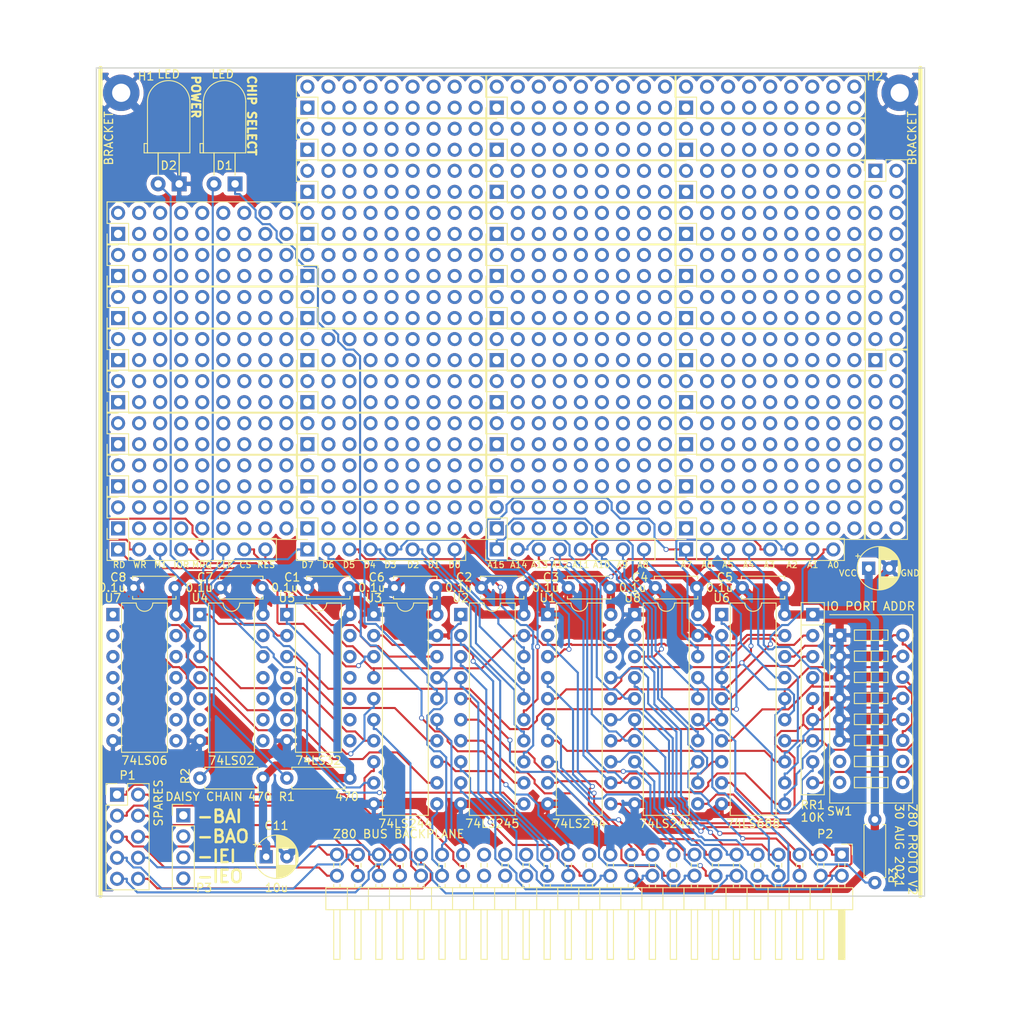
<source format=kicad_pcb>
(kicad_pcb (version 20171130) (host pcbnew "(5.1.10)-1")
  (layers (0 F.Cu signal) (31 B.Cu signal) (34 B.Paste user) (35 F.Paste user) (36 B.SilkS user) (37 F.SilkS user) (38 B.Mask user) (39 F.Mask user) (44 Edge.Cuts user))
  (net 0 "")
  (net 1 VCC)
  (net 2 GND)
  (net 3 /A7)
  (net 4 /A6)
  (net 5 /A5)
  (net 6 /D4)
  (net 7 /A4)
  (net 8 /D3)
  (net 9 /A3)
  (net 10 /D5)
  (net 11 /A2)
  (net 12 /D6)
  (net 13 /A1)
  (net 14 /A0)
  (net 15 /D2)
  (net 16 /D7)
  (net 17 /D0)
  (net 18 /D1)
  (net 19 /SPARE9)
  (net 20 /SPARE0)
  (net 21 /SPARE8)
  (net 22 /SPARE1)
  (net 23 /SPARE7)
  (net 24 /SPARE2)
  (net 25 /SPARE6)
  (net 26 /SPARE3)
  (net 27 /SPARE5)
  (net 28 /SPARE4)
  (net 29 /M1#)
  (net 30 /RESET#)
  (net 31 /WR#)
  (net 32 /RD#)
  (net 33 /IORQ#)
  (net 34 /bIORQ#)
  (net 35 /bM1#)
  (net 36 /bA7)
  (net 37 /bA6)
  (net 38 /bA5)
  (net 39 /bA4)
  (net 40 /bA3)
  (net 41 /bA2)
  (net 42 /bA1)
  (net 43 /bA0)
  (net 44 "Net-(RR1-Pad2)")
  (net 45 "Net-(RR1-Pad3)")
  (net 46 "Net-(RR1-Pad4)")
  (net 47 "Net-(RR1-Pad5)")
  (net 48 "Net-(RR1-Pad6)")
  (net 49 "Net-(RR1-Pad7)")
  (net 50 "Net-(RR1-Pad8)")
  (net 51 "Net-(RR1-Pad9)")
  (net 52 "Net-(D1-Pad2)")
  (net 53 /688SEL#)
  (net 54 "Net-(D1-Pad1)")
  (net 55 "Net-(D2-Pad2)")
  (net 56 /A10)
  (net 57 /A11)
  (net 58 /A9)
  (net 59 /A12)
  (net 60 /A8)
  (net 61 /A13)
  (net 62 /A14)
  (net 63 /A15)
  (net 64 /CLK)
  (net 65 /MREQ#)
  (net 66 /CS_PROTO#)
  (net 67 "Net-(U4-Pad1)")
  (net 68 /bA15)
  (net 69 /bA14)
  (net 70 /bA13)
  (net 71 /bA12)
  (net 72 /bA11)
  (net 73 /bA10)
  (net 74 /bA9)
  (net 75 /bA8)
  (net 76 /bRD#)
  (net 77 /bWR#)
  (net 78 /bMREQ#)
  (net 79 /bCLK)
  (net 80 /bRESET#)
  (net 81 /bD7)
  (net 82 /bD6)
  (net 83 /bD5)
  (net 84 /bD4)
  (net 85 /bD3)
  (net 86 /bD2)
  (net 87 /bD1)
  (net 88 /bD0)
  (net 89 "Net-(R3-Pad2)")
  (module Connector_PinHeader_2.54mm:PinHeader_1x08_P2.54mm_Vertical (layer F.Cu) (at 70.485 104.14 90)
    (fp_text reference P50)
    (fp_text value "DATA BUS")
    (pad 8 thru_hole oval (at 0 17.78 90) (size 1.7 1.7) (drill 1) (layers *.Cu *.Mask) (net 88 /bD0))
    (pad 7 thru_hole oval (at 0 15.24 90) (size 1.7 1.7) (drill 1) (layers *.Cu *.Mask) (net 87 /bD1))
    (pad 6 thru_hole oval (at 0 12.7 90) (size 1.7 1.7) (drill 1) (layers *.Cu *.Mask) (net 86 /bD2))
    (pad 5 thru_hole oval (at 0 10.16 90) (size 1.7 1.7) (drill 1) (layers *.Cu *.Mask) (net 85 /bD3))
    (pad 4 thru_hole oval (at 0 7.62 90) (size 1.7 1.7) (drill 1) (layers *.Cu *.Mask) (net 84 /bD4))
    (pad 3 thru_hole oval (at 0 5.08 90) (size 1.7 1.7) (drill 1) (layers *.Cu *.Mask) (net 83 /bD5))
    (pad 2 thru_hole oval (at 0 2.54 90) (size 1.7 1.7) (drill 1) (layers *.Cu *.Mask) (net 82 /bD6))
    (pad 1 thru_hole rect (at 0 0 90) (size 1.7 1.7) (drill 1) (layers *.Cu *.Mask) (net 81 /bD7))
  )
  (module Connector_PinHeader_2.54mm:PinHeader_1x08_P2.54mm_Vertical (layer F.Cu) (at 47.625 104.14 90)
    (fp_text reference P49)
    (fp_text value "CONTROL BUS")
    (pad 8 thru_hole oval (at 0 17.78 90) (size 1.7 1.7) (drill 1) (layers *.Cu *.Mask) (net 80 /bRESET#))
    (pad 7 thru_hole oval (at 0 15.24 90) (size 1.7 1.7) (drill 1) (layers *.Cu *.Mask) (net 66 /CS_PROTO#))
    (pad 6 thru_hole oval (at 0 12.7 90) (size 1.7 1.7) (drill 1) (layers *.Cu *.Mask) (net 79 /bCLK))
    (pad 5 thru_hole oval (at 0 10.16 90) (size 1.7 1.7) (drill 1) (layers *.Cu *.Mask) (net 78 /bMREQ#))
    (pad 4 thru_hole oval (at 0 7.62 90) (size 1.7 1.7) (drill 1) (layers *.Cu *.Mask) (net 34 /bIORQ#))
    (pad 3 thru_hole oval (at 0 5.08 90) (size 1.7 1.7) (drill 1) (layers *.Cu *.Mask) (net 35 /bM1#))
    (pad 2 thru_hole oval (at 0 2.54 90) (size 1.7 1.7) (drill 1) (layers *.Cu *.Mask) (net 77 /bWR#))
    (pad 1 thru_hole rect (at 0 0 90) (size 1.7 1.7) (drill 1) (layers *.Cu *.Mask) (net 76 /bRD#))
  )
  (module Connector_PinHeader_2.54mm:PinHeader_1x08_P2.54mm_Vertical (layer F.Cu) (at 116.205 104.14 90)
    (fp_text reference P48)
    (fp_text value "LOWER ADDRESS")
    (pad 8 thru_hole oval (at 0 17.78 90) (size 1.7 1.7) (drill 1) (layers *.Cu *.Mask) (net 43 /bA0))
    (pad 7 thru_hole oval (at 0 15.24 90) (size 1.7 1.7) (drill 1) (layers *.Cu *.Mask) (net 42 /bA1))
    (pad 6 thru_hole oval (at 0 12.7 90) (size 1.7 1.7) (drill 1) (layers *.Cu *.Mask) (net 41 /bA2))
    (pad 5 thru_hole oval (at 0 10.16 90) (size 1.7 1.7) (drill 1) (layers *.Cu *.Mask) (net 40 /bA3))
    (pad 4 thru_hole oval (at 0 7.62 90) (size 1.7 1.7) (drill 1) (layers *.Cu *.Mask) (net 39 /bA4))
    (pad 3 thru_hole oval (at 0 5.08 90) (size 1.7 1.7) (drill 1) (layers *.Cu *.Mask) (net 38 /bA5))
    (pad 2 thru_hole oval (at 0 2.54 90) (size 1.7 1.7) (drill 1) (layers *.Cu *.Mask) (net 37 /bA6))
    (pad 1 thru_hole rect (at 0 0 90) (size 1.7 1.7) (drill 1) (layers *.Cu *.Mask) (net 36 /bA7))
  )
  (module Connector_PinHeader_2.54mm:PinHeader_1x08_P2.54mm_Vertical (layer F.Cu) (at 93.345 104.14 90)
    (fp_text reference P47)
    (fp_text value "UPPER ADDRESS")
    (pad 8 thru_hole oval (at 0 17.78 90) (size 1.7 1.7) (drill 1) (layers *.Cu *.Mask) (net 75 /bA8))
    (pad 7 thru_hole oval (at 0 15.24 90) (size 1.7 1.7) (drill 1) (layers *.Cu *.Mask) (net 74 /bA9))
    (pad 6 thru_hole oval (at 0 12.7 90) (size 1.7 1.7) (drill 1) (layers *.Cu *.Mask) (net 73 /bA10))
    (pad 5 thru_hole oval (at 0 10.16 90) (size 1.7 1.7) (drill 1) (layers *.Cu *.Mask) (net 72 /bA11))
    (pad 4 thru_hole oval (at 0 7.62 90) (size 1.7 1.7) (drill 1) (layers *.Cu *.Mask) (net 71 /bA12))
    (pad 3 thru_hole oval (at 0 5.08 90) (size 1.7 1.7) (drill 1) (layers *.Cu *.Mask) (net 70 /bA13))
    (pad 2 thru_hole oval (at 0 2.54 90) (size 1.7 1.7) (drill 1) (layers *.Cu *.Mask) (net 69 /bA14))
    (pad 1 thru_hole rect (at 0 0 90) (size 1.7 1.7) (drill 1) (layers *.Cu *.Mask) (net 68 /bA15))
  )
  (module Connector_PinHeader_2.54mm:PinHeader_2x09_P2.54mm_Vertical (layer F.Cu) (at 47.625 66.04 90)
    (fp_text reference P46)
    (fp_text value PTH)
    (pad 18 thru_hole oval (at 2.54 20.32 90) (size 1.7 1.7) (drill 1) (layers *.Cu *.Mask))
    (pad 17 thru_hole oval (at 0 20.32 90) (size 1.7 1.7) (drill 1) (layers *.Cu *.Mask))
    (pad 16 thru_hole oval (at 2.54 17.78 90) (size 1.7 1.7) (drill 1) (layers *.Cu *.Mask))
    (pad 15 thru_hole oval (at 0 17.78 90) (size 1.7 1.7) (drill 1) (layers *.Cu *.Mask))
    (pad 14 thru_hole oval (at 2.54 15.24 90) (size 1.7 1.7) (drill 1) (layers *.Cu *.Mask))
    (pad 13 thru_hole oval (at 0 15.24 90) (size 1.7 1.7) (drill 1) (layers *.Cu *.Mask))
    (pad 12 thru_hole oval (at 2.54 12.7 90) (size 1.7 1.7) (drill 1) (layers *.Cu *.Mask))
    (pad 11 thru_hole oval (at 0 12.7 90) (size 1.7 1.7) (drill 1) (layers *.Cu *.Mask))
    (pad 10 thru_hole oval (at 2.54 10.16 90) (size 1.7 1.7) (drill 1) (layers *.Cu *.Mask))
    (pad 9 thru_hole oval (at 0 10.16 90) (size 1.7 1.7) (drill 1) (layers *.Cu *.Mask))
    (pad 8 thru_hole oval (at 2.54 7.62 90) (size 1.7 1.7) (drill 1) (layers *.Cu *.Mask))
    (pad 7 thru_hole oval (at 0 7.62 90) (size 1.7 1.7) (drill 1) (layers *.Cu *.Mask))
    (pad 6 thru_hole oval (at 2.54 5.08 90) (size 1.7 1.7) (drill 1) (layers *.Cu *.Mask))
    (pad 5 thru_hole oval (at 0 5.08 90) (size 1.7 1.7) (drill 1) (layers *.Cu *.Mask))
    (pad 4 thru_hole oval (at 2.54 2.54 90) (size 1.7 1.7) (drill 1) (layers *.Cu *.Mask))
    (pad 3 thru_hole oval (at 0 2.54 90) (size 1.7 1.7) (drill 1) (layers *.Cu *.Mask))
    (pad 2 thru_hole oval (at 2.54 0 90) (size 1.7 1.7) (drill 1) (layers *.Cu *.Mask))
    (pad 1 thru_hole rect (at 0 0 90) (size 1.7 1.7) (drill 1) (layers *.Cu *.Mask))
  )
  (module Connector_PinHeader_2.54mm:PinHeader_2x09_P2.54mm_Vertical (layer F.Cu) (at 116.205 50.8 90)
    (fp_text reference P42)
    (fp_text value PTH)
    (pad 18 thru_hole oval (at 2.54 20.32 90) (size 1.7 1.7) (drill 1) (layers *.Cu *.Mask))
    (pad 17 thru_hole oval (at 0 20.32 90) (size 1.7 1.7) (drill 1) (layers *.Cu *.Mask))
    (pad 16 thru_hole oval (at 2.54 17.78 90) (size 1.7 1.7) (drill 1) (layers *.Cu *.Mask))
    (pad 15 thru_hole oval (at 0 17.78 90) (size 1.7 1.7) (drill 1) (layers *.Cu *.Mask))
    (pad 14 thru_hole oval (at 2.54 15.24 90) (size 1.7 1.7) (drill 1) (layers *.Cu *.Mask))
    (pad 13 thru_hole oval (at 0 15.24 90) (size 1.7 1.7) (drill 1) (layers *.Cu *.Mask))
    (pad 12 thru_hole oval (at 2.54 12.7 90) (size 1.7 1.7) (drill 1) (layers *.Cu *.Mask))
    (pad 11 thru_hole oval (at 0 12.7 90) (size 1.7 1.7) (drill 1) (layers *.Cu *.Mask))
    (pad 10 thru_hole oval (at 2.54 10.16 90) (size 1.7 1.7) (drill 1) (layers *.Cu *.Mask))
    (pad 9 thru_hole oval (at 0 10.16 90) (size 1.7 1.7) (drill 1) (layers *.Cu *.Mask))
    (pad 8 thru_hole oval (at 2.54 7.62 90) (size 1.7 1.7) (drill 1) (layers *.Cu *.Mask))
    (pad 7 thru_hole oval (at 0 7.62 90) (size 1.7 1.7) (drill 1) (layers *.Cu *.Mask))
    (pad 6 thru_hole oval (at 2.54 5.08 90) (size 1.7 1.7) (drill 1) (layers *.Cu *.Mask))
    (pad 5 thru_hole oval (at 0 5.08 90) (size 1.7 1.7) (drill 1) (layers *.Cu *.Mask))
    (pad 4 thru_hole oval (at 2.54 2.54 90) (size 1.7 1.7) (drill 1) (layers *.Cu *.Mask))
    (pad 3 thru_hole oval (at 0 2.54 90) (size 1.7 1.7) (drill 1) (layers *.Cu *.Mask))
    (pad 2 thru_hole oval (at 2.54 0 90) (size 1.7 1.7) (drill 1) (layers *.Cu *.Mask))
    (pad 1 thru_hole rect (at 0 0 90) (size 1.7 1.7) (drill 1) (layers *.Cu *.Mask))
  )
  (module Connector_PinHeader_2.54mm:PinHeader_2x09_P2.54mm_Vertical (layer F.Cu) (at 93.345 50.8 90)
    (fp_text reference P41)
    (fp_text value PTH)
    (pad 18 thru_hole oval (at 2.54 20.32 90) (size 1.7 1.7) (drill 1) (layers *.Cu *.Mask))
    (pad 17 thru_hole oval (at 0 20.32 90) (size 1.7 1.7) (drill 1) (layers *.Cu *.Mask))
    (pad 16 thru_hole oval (at 2.54 17.78 90) (size 1.7 1.7) (drill 1) (layers *.Cu *.Mask))
    (pad 15 thru_hole oval (at 0 17.78 90) (size 1.7 1.7) (drill 1) (layers *.Cu *.Mask))
    (pad 14 thru_hole oval (at 2.54 15.24 90) (size 1.7 1.7) (drill 1) (layers *.Cu *.Mask))
    (pad 13 thru_hole oval (at 0 15.24 90) (size 1.7 1.7) (drill 1) (layers *.Cu *.Mask))
    (pad 12 thru_hole oval (at 2.54 12.7 90) (size 1.7 1.7) (drill 1) (layers *.Cu *.Mask))
    (pad 11 thru_hole oval (at 0 12.7 90) (size 1.7 1.7) (drill 1) (layers *.Cu *.Mask))
    (pad 10 thru_hole oval (at 2.54 10.16 90) (size 1.7 1.7) (drill 1) (layers *.Cu *.Mask))
    (pad 9 thru_hole oval (at 0 10.16 90) (size 1.7 1.7) (drill 1) (layers *.Cu *.Mask))
    (pad 8 thru_hole oval (at 2.54 7.62 90) (size 1.7 1.7) (drill 1) (layers *.Cu *.Mask))
    (pad 7 thru_hole oval (at 0 7.62 90) (size 1.7 1.7) (drill 1) (layers *.Cu *.Mask))
    (pad 6 thru_hole oval (at 2.54 5.08 90) (size 1.7 1.7) (drill 1) (layers *.Cu *.Mask))
    (pad 5 thru_hole oval (at 0 5.08 90) (size 1.7 1.7) (drill 1) (layers *.Cu *.Mask))
    (pad 4 thru_hole oval (at 2.54 2.54 90) (size 1.7 1.7) (drill 1) (layers *.Cu *.Mask))
    (pad 3 thru_hole oval (at 0 2.54 90) (size 1.7 1.7) (drill 1) (layers *.Cu *.Mask))
    (pad 2 thru_hole oval (at 2.54 0 90) (size 1.7 1.7) (drill 1) (layers *.Cu *.Mask))
    (pad 1 thru_hole rect (at 0 0 90) (size 1.7 1.7) (drill 1) (layers *.Cu *.Mask))
  )
  (module Connector_PinHeader_2.54mm:PinHeader_2x09_P2.54mm_Vertical (layer F.Cu) (at 70.485 50.8 90)
    (fp_text reference P40)
    (fp_text value PTH)
    (pad 18 thru_hole oval (at 2.54 20.32 90) (size 1.7 1.7) (drill 1) (layers *.Cu *.Mask))
    (pad 17 thru_hole oval (at 0 20.32 90) (size 1.7 1.7) (drill 1) (layers *.Cu *.Mask))
    (pad 16 thru_hole oval (at 2.54 17.78 90) (size 1.7 1.7) (drill 1) (layers *.Cu *.Mask))
    (pad 15 thru_hole oval (at 0 17.78 90) (size 1.7 1.7) (drill 1) (layers *.Cu *.Mask))
    (pad 14 thru_hole oval (at 2.54 15.24 90) (size 1.7 1.7) (drill 1) (layers *.Cu *.Mask))
    (pad 13 thru_hole oval (at 0 15.24 90) (size 1.7 1.7) (drill 1) (layers *.Cu *.Mask))
    (pad 12 thru_hole oval (at 2.54 12.7 90) (size 1.7 1.7) (drill 1) (layers *.Cu *.Mask))
    (pad 11 thru_hole oval (at 0 12.7 90) (size 1.7 1.7) (drill 1) (layers *.Cu *.Mask))
    (pad 10 thru_hole oval (at 2.54 10.16 90) (size 1.7 1.7) (drill 1) (layers *.Cu *.Mask))
    (pad 9 thru_hole oval (at 0 10.16 90) (size 1.7 1.7) (drill 1) (layers *.Cu *.Mask))
    (pad 8 thru_hole oval (at 2.54 7.62 90) (size 1.7 1.7) (drill 1) (layers *.Cu *.Mask))
    (pad 7 thru_hole oval (at 0 7.62 90) (size 1.7 1.7) (drill 1) (layers *.Cu *.Mask))
    (pad 6 thru_hole oval (at 2.54 5.08 90) (size 1.7 1.7) (drill 1) (layers *.Cu *.Mask))
    (pad 5 thru_hole oval (at 0 5.08 90) (size 1.7 1.7) (drill 1) (layers *.Cu *.Mask))
    (pad 4 thru_hole oval (at 2.54 2.54 90) (size 1.7 1.7) (drill 1) (layers *.Cu *.Mask))
    (pad 3 thru_hole oval (at 0 2.54 90) (size 1.7 1.7) (drill 1) (layers *.Cu *.Mask))
    (pad 2 thru_hole oval (at 2.54 0 90) (size 1.7 1.7) (drill 1) (layers *.Cu *.Mask))
    (pad 1 thru_hole rect (at 0 0 90) (size 1.7 1.7) (drill 1) (layers *.Cu *.Mask))
  )
  (module Connector_PinHeader_2.54mm:PinHeader_2x09_P2.54mm_Vertical (layer F.Cu) (at 47.625 71.12 90)
    (fp_text reference P39)
    (fp_text value PTH)
    (pad 18 thru_hole oval (at 2.54 20.32 90) (size 1.7 1.7) (drill 1) (layers *.Cu *.Mask))
    (pad 17 thru_hole oval (at 0 20.32 90) (size 1.7 1.7) (drill 1) (layers *.Cu *.Mask))
    (pad 16 thru_hole oval (at 2.54 17.78 90) (size 1.7 1.7) (drill 1) (layers *.Cu *.Mask))
    (pad 15 thru_hole oval (at 0 17.78 90) (size 1.7 1.7) (drill 1) (layers *.Cu *.Mask))
    (pad 14 thru_hole oval (at 2.54 15.24 90) (size 1.7 1.7) (drill 1) (layers *.Cu *.Mask))
    (pad 13 thru_hole oval (at 0 15.24 90) (size 1.7 1.7) (drill 1) (layers *.Cu *.Mask))
    (pad 12 thru_hole oval (at 2.54 12.7 90) (size 1.7 1.7) (drill 1) (layers *.Cu *.Mask))
    (pad 11 thru_hole oval (at 0 12.7 90) (size 1.7 1.7) (drill 1) (layers *.Cu *.Mask))
    (pad 10 thru_hole oval (at 2.54 10.16 90) (size 1.7 1.7) (drill 1) (layers *.Cu *.Mask))
    (pad 9 thru_hole oval (at 0 10.16 90) (size 1.7 1.7) (drill 1) (layers *.Cu *.Mask))
    (pad 8 thru_hole oval (at 2.54 7.62 90) (size 1.7 1.7) (drill 1) (layers *.Cu *.Mask))
    (pad 7 thru_hole oval (at 0 7.62 90) (size 1.7 1.7) (drill 1) (layers *.Cu *.Mask))
    (pad 6 thru_hole oval (at 2.54 5.08 90) (size 1.7 1.7) (drill 1) (layers *.Cu *.Mask))
    (pad 5 thru_hole oval (at 0 5.08 90) (size 1.7 1.7) (drill 1) (layers *.Cu *.Mask))
    (pad 4 thru_hole oval (at 2.54 2.54 90) (size 1.7 1.7) (drill 1) (layers *.Cu *.Mask))
    (pad 3 thru_hole oval (at 0 2.54 90) (size 1.7 1.7) (drill 1) (layers *.Cu *.Mask))
    (pad 2 thru_hole oval (at 2.54 0 90) (size 1.7 1.7) (drill 1) (layers *.Cu *.Mask))
    (pad 1 thru_hole rect (at 0 0 90) (size 1.7 1.7) (drill 1) (layers *.Cu *.Mask))
  )
  (module Connector_PinHeader_2.54mm:PinHeader_2x09_P2.54mm_Vertical (layer F.Cu) (at 139.065 58.42)
    (fp_text reference P45)
    (fp_text value PTH)
    (pad 18 thru_hole oval (at 2.54 20.32) (size 1.7 1.7) (drill 1) (layers *.Cu *.Mask))
    (pad 17 thru_hole oval (at 0 20.32) (size 1.7 1.7) (drill 1) (layers *.Cu *.Mask))
    (pad 16 thru_hole oval (at 2.54 17.78) (size 1.7 1.7) (drill 1) (layers *.Cu *.Mask))
    (pad 15 thru_hole oval (at 0 17.78) (size 1.7 1.7) (drill 1) (layers *.Cu *.Mask))
    (pad 14 thru_hole oval (at 2.54 15.24) (size 1.7 1.7) (drill 1) (layers *.Cu *.Mask))
    (pad 13 thru_hole oval (at 0 15.24) (size 1.7 1.7) (drill 1) (layers *.Cu *.Mask))
    (pad 12 thru_hole oval (at 2.54 12.7) (size 1.7 1.7) (drill 1) (layers *.Cu *.Mask))
    (pad 11 thru_hole oval (at 0 12.7) (size 1.7 1.7) (drill 1) (layers *.Cu *.Mask))
    (pad 10 thru_hole oval (at 2.54 10.16) (size 1.7 1.7) (drill 1) (layers *.Cu *.Mask))
    (pad 9 thru_hole oval (at 0 10.16) (size 1.7 1.7) (drill 1) (layers *.Cu *.Mask))
    (pad 8 thru_hole oval (at 2.54 7.62) (size 1.7 1.7) (drill 1) (layers *.Cu *.Mask))
    (pad 7 thru_hole oval (at 0 7.62) (size 1.7 1.7) (drill 1) (layers *.Cu *.Mask))
    (pad 6 thru_hole oval (at 2.54 5.08) (size 1.7 1.7) (drill 1) (layers *.Cu *.Mask))
    (pad 5 thru_hole oval (at 0 5.08) (size 1.7 1.7) (drill 1) (layers *.Cu *.Mask))
    (pad 4 thru_hole oval (at 2.54 2.54) (size 1.7 1.7) (drill 1) (layers *.Cu *.Mask))
    (pad 3 thru_hole oval (at 0 2.54) (size 1.7 1.7) (drill 1) (layers *.Cu *.Mask))
    (pad 2 thru_hole oval (at 2.54 0) (size 1.7 1.7) (drill 1) (layers *.Cu *.Mask))
    (pad 1 thru_hole rect (at 0 0) (size 1.7 1.7) (drill 1) (layers *.Cu *.Mask))
  )
  (module Connector_PinHeader_2.54mm:PinHeader_2x09_P2.54mm_Vertical (layer F.Cu) (at 116.205 55.88 90)
    (fp_text reference P44)
    (fp_text value PTH)
    (pad 18 thru_hole oval (at 2.54 20.32 90) (size 1.7 1.7) (drill 1) (layers *.Cu *.Mask))
    (pad 17 thru_hole oval (at 0 20.32 90) (size 1.7 1.7) (drill 1) (layers *.Cu *.Mask))
    (pad 16 thru_hole oval (at 2.54 17.78 90) (size 1.7 1.7) (drill 1) (layers *.Cu *.Mask))
    (pad 15 thru_hole oval (at 0 17.78 90) (size 1.7 1.7) (drill 1) (layers *.Cu *.Mask))
    (pad 14 thru_hole oval (at 2.54 15.24 90) (size 1.7 1.7) (drill 1) (layers *.Cu *.Mask))
    (pad 13 thru_hole oval (at 0 15.24 90) (size 1.7 1.7) (drill 1) (layers *.Cu *.Mask))
    (pad 12 thru_hole oval (at 2.54 12.7 90) (size 1.7 1.7) (drill 1) (layers *.Cu *.Mask))
    (pad 11 thru_hole oval (at 0 12.7 90) (size 1.7 1.7) (drill 1) (layers *.Cu *.Mask))
    (pad 10 thru_hole oval (at 2.54 10.16 90) (size 1.7 1.7) (drill 1) (layers *.Cu *.Mask))
    (pad 9 thru_hole oval (at 0 10.16 90) (size 1.7 1.7) (drill 1) (layers *.Cu *.Mask))
    (pad 8 thru_hole oval (at 2.54 7.62 90) (size 1.7 1.7) (drill 1) (layers *.Cu *.Mask))
    (pad 7 thru_hole oval (at 0 7.62 90) (size 1.7 1.7) (drill 1) (layers *.Cu *.Mask))
    (pad 6 thru_hole oval (at 2.54 5.08 90) (size 1.7 1.7) (drill 1) (layers *.Cu *.Mask))
    (pad 5 thru_hole oval (at 0 5.08 90) (size 1.7 1.7) (drill 1) (layers *.Cu *.Mask))
    (pad 4 thru_hole oval (at 2.54 2.54 90) (size 1.7 1.7) (drill 1) (layers *.Cu *.Mask))
    (pad 3 thru_hole oval (at 0 2.54 90) (size 1.7 1.7) (drill 1) (layers *.Cu *.Mask))
    (pad 2 thru_hole oval (at 2.54 0 90) (size 1.7 1.7) (drill 1) (layers *.Cu *.Mask))
    (pad 1 thru_hole rect (at 0 0 90) (size 1.7 1.7) (drill 1) (layers *.Cu *.Mask))
  )
  (module Connector_PinHeader_2.54mm:PinHeader_2x09_P2.54mm_Vertical (layer F.Cu) (at 93.345 55.88 90)
    (fp_text reference P43)
    (fp_text value PTH)
    (pad 18 thru_hole oval (at 2.54 20.32 90) (size 1.7 1.7) (drill 1) (layers *.Cu *.Mask))
    (pad 17 thru_hole oval (at 0 20.32 90) (size 1.7 1.7) (drill 1) (layers *.Cu *.Mask))
    (pad 16 thru_hole oval (at 2.54 17.78 90) (size 1.7 1.7) (drill 1) (layers *.Cu *.Mask))
    (pad 15 thru_hole oval (at 0 17.78 90) (size 1.7 1.7) (drill 1) (layers *.Cu *.Mask))
    (pad 14 thru_hole oval (at 2.54 15.24 90) (size 1.7 1.7) (drill 1) (layers *.Cu *.Mask))
    (pad 13 thru_hole oval (at 0 15.24 90) (size 1.7 1.7) (drill 1) (layers *.Cu *.Mask))
    (pad 12 thru_hole oval (at 2.54 12.7 90) (size 1.7 1.7) (drill 1) (layers *.Cu *.Mask))
    (pad 11 thru_hole oval (at 0 12.7 90) (size 1.7 1.7) (drill 1) (layers *.Cu *.Mask))
    (pad 10 thru_hole oval (at 2.54 10.16 90) (size 1.7 1.7) (drill 1) (layers *.Cu *.Mask))
    (pad 9 thru_hole oval (at 0 10.16 90) (size 1.7 1.7) (drill 1) (layers *.Cu *.Mask))
    (pad 8 thru_hole oval (at 2.54 7.62 90) (size 1.7 1.7) (drill 1) (layers *.Cu *.Mask))
    (pad 7 thru_hole oval (at 0 7.62 90) (size 1.7 1.7) (drill 1) (layers *.Cu *.Mask))
    (pad 6 thru_hole oval (at 2.54 5.08 90) (size 1.7 1.7) (drill 1) (layers *.Cu *.Mask))
    (pad 5 thru_hole oval (at 0 5.08 90) (size 1.7 1.7) (drill 1) (layers *.Cu *.Mask))
    (pad 4 thru_hole oval (at 2.54 2.54 90) (size 1.7 1.7) (drill 1) (layers *.Cu *.Mask))
    (pad 3 thru_hole oval (at 0 2.54 90) (size 1.7 1.7) (drill 1) (layers *.Cu *.Mask))
    (pad 2 thru_hole oval (at 2.54 0 90) (size 1.7 1.7) (drill 1) (layers *.Cu *.Mask))
    (pad 1 thru_hole rect (at 0 0 90) (size 1.7 1.7) (drill 1) (layers *.Cu *.Mask))
  )
  (module Connector_PinHeader_2.54mm:PinHeader_2x09_P2.54mm_Vertical (layer F.Cu) (at 70.485 55.88 90)
    (fp_text reference P4)
    (fp_text value PTH)
    (pad 18 thru_hole oval (at 2.54 20.32 90) (size 1.7 1.7) (drill 1) (layers *.Cu *.Mask))
    (pad 17 thru_hole oval (at 0 20.32 90) (size 1.7 1.7) (drill 1) (layers *.Cu *.Mask))
    (pad 16 thru_hole oval (at 2.54 17.78 90) (size 1.7 1.7) (drill 1) (layers *.Cu *.Mask))
    (pad 15 thru_hole oval (at 0 17.78 90) (size 1.7 1.7) (drill 1) (layers *.Cu *.Mask))
    (pad 14 thru_hole oval (at 2.54 15.24 90) (size 1.7 1.7) (drill 1) (layers *.Cu *.Mask))
    (pad 13 thru_hole oval (at 0 15.24 90) (size 1.7 1.7) (drill 1) (layers *.Cu *.Mask))
    (pad 12 thru_hole oval (at 2.54 12.7 90) (size 1.7 1.7) (drill 1) (layers *.Cu *.Mask))
    (pad 11 thru_hole oval (at 0 12.7 90) (size 1.7 1.7) (drill 1) (layers *.Cu *.Mask))
    (pad 10 thru_hole oval (at 2.54 10.16 90) (size 1.7 1.7) (drill 1) (layers *.Cu *.Mask))
    (pad 9 thru_hole oval (at 0 10.16 90) (size 1.7 1.7) (drill 1) (layers *.Cu *.Mask))
    (pad 8 thru_hole oval (at 2.54 7.62 90) (size 1.7 1.7) (drill 1) (layers *.Cu *.Mask))
    (pad 7 thru_hole oval (at 0 7.62 90) (size 1.7 1.7) (drill 1) (layers *.Cu *.Mask))
    (pad 6 thru_hole oval (at 2.54 5.08 90) (size 1.7 1.7) (drill 1) (layers *.Cu *.Mask))
    (pad 5 thru_hole oval (at 0 5.08 90) (size 1.7 1.7) (drill 1) (layers *.Cu *.Mask))
    (pad 4 thru_hole oval (at 2.54 2.54 90) (size 1.7 1.7) (drill 1) (layers *.Cu *.Mask))
    (pad 3 thru_hole oval (at 0 2.54 90) (size 1.7 1.7) (drill 1) (layers *.Cu *.Mask))
    (pad 2 thru_hole oval (at 2.54 0 90) (size 1.7 1.7) (drill 1) (layers *.Cu *.Mask))
    (pad 1 thru_hole rect (at 0 0 90) (size 1.7 1.7) (drill 1) (layers *.Cu *.Mask))
  )
  (module Connector_PinHeader_2.54mm:PinHeader_2x09_P2.54mm_Vertical (layer F.Cu) (at 93.345 60.96 90)
    (fp_text reference P28)
    (fp_text value PTH)
    (pad 18 thru_hole oval (at 2.54 20.32 90) (size 1.7 1.7) (drill 1) (layers *.Cu *.Mask))
    (pad 17 thru_hole oval (at 0 20.32 90) (size 1.7 1.7) (drill 1) (layers *.Cu *.Mask))
    (pad 16 thru_hole oval (at 2.54 17.78 90) (size 1.7 1.7) (drill 1) (layers *.Cu *.Mask))
    (pad 15 thru_hole oval (at 0 17.78 90) (size 1.7 1.7) (drill 1) (layers *.Cu *.Mask))
    (pad 14 thru_hole oval (at 2.54 15.24 90) (size 1.7 1.7) (drill 1) (layers *.Cu *.Mask))
    (pad 13 thru_hole oval (at 0 15.24 90) (size 1.7 1.7) (drill 1) (layers *.Cu *.Mask))
    (pad 12 thru_hole oval (at 2.54 12.7 90) (size 1.7 1.7) (drill 1) (layers *.Cu *.Mask))
    (pad 11 thru_hole oval (at 0 12.7 90) (size 1.7 1.7) (drill 1) (layers *.Cu *.Mask))
    (pad 10 thru_hole oval (at 2.54 10.16 90) (size 1.7 1.7) (drill 1) (layers *.Cu *.Mask))
    (pad 9 thru_hole oval (at 0 10.16 90) (size 1.7 1.7) (drill 1) (layers *.Cu *.Mask))
    (pad 8 thru_hole oval (at 2.54 7.62 90) (size 1.7 1.7) (drill 1) (layers *.Cu *.Mask))
    (pad 7 thru_hole oval (at 0 7.62 90) (size 1.7 1.7) (drill 1) (layers *.Cu *.Mask))
    (pad 6 thru_hole oval (at 2.54 5.08 90) (size 1.7 1.7) (drill 1) (layers *.Cu *.Mask))
    (pad 5 thru_hole oval (at 0 5.08 90) (size 1.7 1.7) (drill 1) (layers *.Cu *.Mask))
    (pad 4 thru_hole oval (at 2.54 2.54 90) (size 1.7 1.7) (drill 1) (layers *.Cu *.Mask))
    (pad 3 thru_hole oval (at 0 2.54 90) (size 1.7 1.7) (drill 1) (layers *.Cu *.Mask))
    (pad 2 thru_hole oval (at 2.54 0 90) (size 1.7 1.7) (drill 1) (layers *.Cu *.Mask))
    (pad 1 thru_hole rect (at 0 0 90) (size 1.7 1.7) (drill 1) (layers *.Cu *.Mask))
  )
  (module Connector_PinHeader_2.54mm:PinHeader_2x09_P2.54mm_Vertical (layer F.Cu) (at 93.345 66.04 90)
    (fp_text reference P27)
    (fp_text value PTH)
    (pad 18 thru_hole oval (at 2.54 20.32 90) (size 1.7 1.7) (drill 1) (layers *.Cu *.Mask))
    (pad 17 thru_hole oval (at 0 20.32 90) (size 1.7 1.7) (drill 1) (layers *.Cu *.Mask))
    (pad 16 thru_hole oval (at 2.54 17.78 90) (size 1.7 1.7) (drill 1) (layers *.Cu *.Mask))
    (pad 15 thru_hole oval (at 0 17.78 90) (size 1.7 1.7) (drill 1) (layers *.Cu *.Mask))
    (pad 14 thru_hole oval (at 2.54 15.24 90) (size 1.7 1.7) (drill 1) (layers *.Cu *.Mask))
    (pad 13 thru_hole oval (at 0 15.24 90) (size 1.7 1.7) (drill 1) (layers *.Cu *.Mask))
    (pad 12 thru_hole oval (at 2.54 12.7 90) (size 1.7 1.7) (drill 1) (layers *.Cu *.Mask))
    (pad 11 thru_hole oval (at 0 12.7 90) (size 1.7 1.7) (drill 1) (layers *.Cu *.Mask))
    (pad 10 thru_hole oval (at 2.54 10.16 90) (size 1.7 1.7) (drill 1) (layers *.Cu *.Mask))
    (pad 9 thru_hole oval (at 0 10.16 90) (size 1.7 1.7) (drill 1) (layers *.Cu *.Mask))
    (pad 8 thru_hole oval (at 2.54 7.62 90) (size 1.7 1.7) (drill 1) (layers *.Cu *.Mask))
    (pad 7 thru_hole oval (at 0 7.62 90) (size 1.7 1.7) (drill 1) (layers *.Cu *.Mask))
    (pad 6 thru_hole oval (at 2.54 5.08 90) (size 1.7 1.7) (drill 1) (layers *.Cu *.Mask))
    (pad 5 thru_hole oval (at 0 5.08 90) (size 1.7 1.7) (drill 1) (layers *.Cu *.Mask))
    (pad 4 thru_hole oval (at 2.54 2.54 90) (size 1.7 1.7) (drill 1) (layers *.Cu *.Mask))
    (pad 3 thru_hole oval (at 0 2.54 90) (size 1.7 1.7) (drill 1) (layers *.Cu *.Mask))
    (pad 2 thru_hole oval (at 2.54 0 90) (size 1.7 1.7) (drill 1) (layers *.Cu *.Mask))
    (pad 1 thru_hole rect (at 0 0 90) (size 1.7 1.7) (drill 1) (layers *.Cu *.Mask))
  )
  (module Connector_PinHeader_2.54mm:PinHeader_2x09_P2.54mm_Vertical (layer F.Cu) (at 93.345 71.12 90)
    (fp_text reference P26)
    (fp_text value PTH)
    (pad 18 thru_hole oval (at 2.54 20.32 90) (size 1.7 1.7) (drill 1) (layers *.Cu *.Mask))
    (pad 17 thru_hole oval (at 0 20.32 90) (size 1.7 1.7) (drill 1) (layers *.Cu *.Mask))
    (pad 16 thru_hole oval (at 2.54 17.78 90) (size 1.7 1.7) (drill 1) (layers *.Cu *.Mask))
    (pad 15 thru_hole oval (at 0 17.78 90) (size 1.7 1.7) (drill 1) (layers *.Cu *.Mask))
    (pad 14 thru_hole oval (at 2.54 15.24 90) (size 1.7 1.7) (drill 1) (layers *.Cu *.Mask))
    (pad 13 thru_hole oval (at 0 15.24 90) (size 1.7 1.7) (drill 1) (layers *.Cu *.Mask))
    (pad 12 thru_hole oval (at 2.54 12.7 90) (size 1.7 1.7) (drill 1) (layers *.Cu *.Mask))
    (pad 11 thru_hole oval (at 0 12.7 90) (size 1.7 1.7) (drill 1) (layers *.Cu *.Mask))
    (pad 10 thru_hole oval (at 2.54 10.16 90) (size 1.7 1.7) (drill 1) (layers *.Cu *.Mask))
    (pad 9 thru_hole oval (at 0 10.16 90) (size 1.7 1.7) (drill 1) (layers *.Cu *.Mask))
    (pad 8 thru_hole oval (at 2.54 7.62 90) (size 1.7 1.7) (drill 1) (layers *.Cu *.Mask))
    (pad 7 thru_hole oval (at 0 7.62 90) (size 1.7 1.7) (drill 1) (layers *.Cu *.Mask))
    (pad 6 thru_hole oval (at 2.54 5.08 90) (size 1.7 1.7) (drill 1) (layers *.Cu *.Mask))
    (pad 5 thru_hole oval (at 0 5.08 90) (size 1.7 1.7) (drill 1) (layers *.Cu *.Mask))
    (pad 4 thru_hole oval (at 2.54 2.54 90) (size 1.7 1.7) (drill 1) (layers *.Cu *.Mask))
    (pad 3 thru_hole oval (at 0 2.54 90) (size 1.7 1.7) (drill 1) (layers *.Cu *.Mask))
    (pad 2 thru_hole oval (at 2.54 0 90) (size 1.7 1.7) (drill 1) (layers *.Cu *.Mask))
    (pad 1 thru_hole rect (at 0 0 90) (size 1.7 1.7) (drill 1) (layers *.Cu *.Mask))
  )
  (module Connector_PinHeader_2.54mm:PinHeader_2x09_P2.54mm_Vertical (layer F.Cu) (at 93.345 76.2 90)
    (fp_text reference P25)
    (fp_text value PTH)
    (pad 18 thru_hole oval (at 2.54 20.32 90) (size 1.7 1.7) (drill 1) (layers *.Cu *.Mask))
    (pad 17 thru_hole oval (at 0 20.32 90) (size 1.7 1.7) (drill 1) (layers *.Cu *.Mask))
    (pad 16 thru_hole oval (at 2.54 17.78 90) (size 1.7 1.7) (drill 1) (layers *.Cu *.Mask))
    (pad 15 thru_hole oval (at 0 17.78 90) (size 1.7 1.7) (drill 1) (layers *.Cu *.Mask))
    (pad 14 thru_hole oval (at 2.54 15.24 90) (size 1.7 1.7) (drill 1) (layers *.Cu *.Mask))
    (pad 13 thru_hole oval (at 0 15.24 90) (size 1.7 1.7) (drill 1) (layers *.Cu *.Mask))
    (pad 12 thru_hole oval (at 2.54 12.7 90) (size 1.7 1.7) (drill 1) (layers *.Cu *.Mask))
    (pad 11 thru_hole oval (at 0 12.7 90) (size 1.7 1.7) (drill 1) (layers *.Cu *.Mask))
    (pad 10 thru_hole oval (at 2.54 10.16 90) (size 1.7 1.7) (drill 1) (layers *.Cu *.Mask))
    (pad 9 thru_hole oval (at 0 10.16 90) (size 1.7 1.7) (drill 1) (layers *.Cu *.Mask))
    (pad 8 thru_hole oval (at 2.54 7.62 90) (size 1.7 1.7) (drill 1) (layers *.Cu *.Mask))
    (pad 7 thru_hole oval (at 0 7.62 90) (size 1.7 1.7) (drill 1) (layers *.Cu *.Mask))
    (pad 6 thru_hole oval (at 2.54 5.08 90) (size 1.7 1.7) (drill 1) (layers *.Cu *.Mask))
    (pad 5 thru_hole oval (at 0 5.08 90) (size 1.7 1.7) (drill 1) (layers *.Cu *.Mask))
    (pad 4 thru_hole oval (at 2.54 2.54 90) (size 1.7 1.7) (drill 1) (layers *.Cu *.Mask))
    (pad 3 thru_hole oval (at 0 2.54 90) (size 1.7 1.7) (drill 1) (layers *.Cu *.Mask))
    (pad 2 thru_hole oval (at 2.54 0 90) (size 1.7 1.7) (drill 1) (layers *.Cu *.Mask))
    (pad 1 thru_hole rect (at 0 0 90) (size 1.7 1.7) (drill 1) (layers *.Cu *.Mask))
  )
  (module Connector_PinHeader_2.54mm:PinHeader_2x09_P2.54mm_Vertical (layer F.Cu) (at 93.345 81.28 90)
    (fp_text reference P24)
    (fp_text value PTH)
    (pad 18 thru_hole oval (at 2.54 20.32 90) (size 1.7 1.7) (drill 1) (layers *.Cu *.Mask))
    (pad 17 thru_hole oval (at 0 20.32 90) (size 1.7 1.7) (drill 1) (layers *.Cu *.Mask))
    (pad 16 thru_hole oval (at 2.54 17.78 90) (size 1.7 1.7) (drill 1) (layers *.Cu *.Mask))
    (pad 15 thru_hole oval (at 0 17.78 90) (size 1.7 1.7) (drill 1) (layers *.Cu *.Mask))
    (pad 14 thru_hole oval (at 2.54 15.24 90) (size 1.7 1.7) (drill 1) (layers *.Cu *.Mask))
    (pad 13 thru_hole oval (at 0 15.24 90) (size 1.7 1.7) (drill 1) (layers *.Cu *.Mask))
    (pad 12 thru_hole oval (at 2.54 12.7 90) (size 1.7 1.7) (drill 1) (layers *.Cu *.Mask))
    (pad 11 thru_hole oval (at 0 12.7 90) (size 1.7 1.7) (drill 1) (layers *.Cu *.Mask))
    (pad 10 thru_hole oval (at 2.54 10.16 90) (size 1.7 1.7) (drill 1) (layers *.Cu *.Mask))
    (pad 9 thru_hole oval (at 0 10.16 90) (size 1.7 1.7) (drill 1) (layers *.Cu *.Mask))
    (pad 8 thru_hole oval (at 2.54 7.62 90) (size 1.7 1.7) (drill 1) (layers *.Cu *.Mask))
    (pad 7 thru_hole oval (at 0 7.62 90) (size 1.7 1.7) (drill 1) (layers *.Cu *.Mask))
    (pad 6 thru_hole oval (at 2.54 5.08 90) (size 1.7 1.7) (drill 1) (layers *.Cu *.Mask))
    (pad 5 thru_hole oval (at 0 5.08 90) (size 1.7 1.7) (drill 1) (layers *.Cu *.Mask))
    (pad 4 thru_hole oval (at 2.54 2.54 90) (size 1.7 1.7) (drill 1) (layers *.Cu *.Mask))
    (pad 3 thru_hole oval (at 0 2.54 90) (size 1.7 1.7) (drill 1) (layers *.Cu *.Mask))
    (pad 2 thru_hole oval (at 2.54 0 90) (size 1.7 1.7) (drill 1) (layers *.Cu *.Mask))
    (pad 1 thru_hole rect (at 0 0 90) (size 1.7 1.7) (drill 1) (layers *.Cu *.Mask))
  )
  (module Connector_PinHeader_2.54mm:PinHeader_2x09_P2.54mm_Vertical (layer F.Cu) (at 93.345 86.36 90)
    (fp_text reference P23)
    (fp_text value PTH)
    (pad 18 thru_hole oval (at 2.54 20.32 90) (size 1.7 1.7) (drill 1) (layers *.Cu *.Mask))
    (pad 17 thru_hole oval (at 0 20.32 90) (size 1.7 1.7) (drill 1) (layers *.Cu *.Mask))
    (pad 16 thru_hole oval (at 2.54 17.78 90) (size 1.7 1.7) (drill 1) (layers *.Cu *.Mask))
    (pad 15 thru_hole oval (at 0 17.78 90) (size 1.7 1.7) (drill 1) (layers *.Cu *.Mask))
    (pad 14 thru_hole oval (at 2.54 15.24 90) (size 1.7 1.7) (drill 1) (layers *.Cu *.Mask))
    (pad 13 thru_hole oval (at 0 15.24 90) (size 1.7 1.7) (drill 1) (layers *.Cu *.Mask))
    (pad 12 thru_hole oval (at 2.54 12.7 90) (size 1.7 1.7) (drill 1) (layers *.Cu *.Mask))
    (pad 11 thru_hole oval (at 0 12.7 90) (size 1.7 1.7) (drill 1) (layers *.Cu *.Mask))
    (pad 10 thru_hole oval (at 2.54 10.16 90) (size 1.7 1.7) (drill 1) (layers *.Cu *.Mask))
    (pad 9 thru_hole oval (at 0 10.16 90) (size 1.7 1.7) (drill 1) (layers *.Cu *.Mask))
    (pad 8 thru_hole oval (at 2.54 7.62 90) (size 1.7 1.7) (drill 1) (layers *.Cu *.Mask))
    (pad 7 thru_hole oval (at 0 7.62 90) (size 1.7 1.7) (drill 1) (layers *.Cu *.Mask))
    (pad 6 thru_hole oval (at 2.54 5.08 90) (size 1.7 1.7) (drill 1) (layers *.Cu *.Mask))
    (pad 5 thru_hole oval (at 0 5.08 90) (size 1.7 1.7) (drill 1) (layers *.Cu *.Mask))
    (pad 4 thru_hole oval (at 2.54 2.54 90) (size 1.7 1.7) (drill 1) (layers *.Cu *.Mask))
    (pad 3 thru_hole oval (at 0 2.54 90) (size 1.7 1.7) (drill 1) (layers *.Cu *.Mask))
    (pad 2 thru_hole oval (at 2.54 0 90) (size 1.7 1.7) (drill 1) (layers *.Cu *.Mask))
    (pad 1 thru_hole rect (at 0 0 90) (size 1.7 1.7) (drill 1) (layers *.Cu *.Mask))
  )
  (module Connector_PinHeader_2.54mm:PinHeader_2x09_P2.54mm_Vertical (layer F.Cu) (at 93.345 91.44 90)
    (fp_text reference P22)
    (fp_text value PTH)
    (pad 18 thru_hole oval (at 2.54 20.32 90) (size 1.7 1.7) (drill 1) (layers *.Cu *.Mask))
    (pad 17 thru_hole oval (at 0 20.32 90) (size 1.7 1.7) (drill 1) (layers *.Cu *.Mask))
    (pad 16 thru_hole oval (at 2.54 17.78 90) (size 1.7 1.7) (drill 1) (layers *.Cu *.Mask))
    (pad 15 thru_hole oval (at 0 17.78 90) (size 1.7 1.7) (drill 1) (layers *.Cu *.Mask))
    (pad 14 thru_hole oval (at 2.54 15.24 90) (size 1.7 1.7) (drill 1) (layers *.Cu *.Mask))
    (pad 13 thru_hole oval (at 0 15.24 90) (size 1.7 1.7) (drill 1) (layers *.Cu *.Mask))
    (pad 12 thru_hole oval (at 2.54 12.7 90) (size 1.7 1.7) (drill 1) (layers *.Cu *.Mask))
    (pad 11 thru_hole oval (at 0 12.7 90) (size 1.7 1.7) (drill 1) (layers *.Cu *.Mask))
    (pad 10 thru_hole oval (at 2.54 10.16 90) (size 1.7 1.7) (drill 1) (layers *.Cu *.Mask))
    (pad 9 thru_hole oval (at 0 10.16 90) (size 1.7 1.7) (drill 1) (layers *.Cu *.Mask))
    (pad 8 thru_hole oval (at 2.54 7.62 90) (size 1.7 1.7) (drill 1) (layers *.Cu *.Mask))
    (pad 7 thru_hole oval (at 0 7.62 90) (size 1.7 1.7) (drill 1) (layers *.Cu *.Mask))
    (pad 6 thru_hole oval (at 2.54 5.08 90) (size 1.7 1.7) (drill 1) (layers *.Cu *.Mask))
    (pad 5 thru_hole oval (at 0 5.08 90) (size 1.7 1.7) (drill 1) (layers *.Cu *.Mask))
    (pad 4 thru_hole oval (at 2.54 2.54 90) (size 1.7 1.7) (drill 1) (layers *.Cu *.Mask))
    (pad 3 thru_hole oval (at 0 2.54 90) (size 1.7 1.7) (drill 1) (layers *.Cu *.Mask))
    (pad 2 thru_hole oval (at 2.54 0 90) (size 1.7 1.7) (drill 1) (layers *.Cu *.Mask))
    (pad 1 thru_hole rect (at 0 0 90) (size 1.7 1.7) (drill 1) (layers *.Cu *.Mask))
  )
  (module Connector_PinHeader_2.54mm:PinHeader_2x09_P2.54mm_Vertical (layer F.Cu) (at 93.345 96.52 90)
    (fp_text reference P21)
    (fp_text value PTH)
    (pad 18 thru_hole oval (at 2.54 20.32 90) (size 1.7 1.7) (drill 1) (layers *.Cu *.Mask))
    (pad 17 thru_hole oval (at 0 20.32 90) (size 1.7 1.7) (drill 1) (layers *.Cu *.Mask))
    (pad 16 thru_hole oval (at 2.54 17.78 90) (size 1.7 1.7) (drill 1) (layers *.Cu *.Mask))
    (pad 15 thru_hole oval (at 0 17.78 90) (size 1.7 1.7) (drill 1) (layers *.Cu *.Mask))
    (pad 14 thru_hole oval (at 2.54 15.24 90) (size 1.7 1.7) (drill 1) (layers *.Cu *.Mask))
    (pad 13 thru_hole oval (at 0 15.24 90) (size 1.7 1.7) (drill 1) (layers *.Cu *.Mask))
    (pad 12 thru_hole oval (at 2.54 12.7 90) (size 1.7 1.7) (drill 1) (layers *.Cu *.Mask))
    (pad 11 thru_hole oval (at 0 12.7 90) (size 1.7 1.7) (drill 1) (layers *.Cu *.Mask))
    (pad 10 thru_hole oval (at 2.54 10.16 90) (size 1.7 1.7) (drill 1) (layers *.Cu *.Mask))
    (pad 9 thru_hole oval (at 0 10.16 90) (size 1.7 1.7) (drill 1) (layers *.Cu *.Mask))
    (pad 8 thru_hole oval (at 2.54 7.62 90) (size 1.7 1.7) (drill 1) (layers *.Cu *.Mask))
    (pad 7 thru_hole oval (at 0 7.62 90) (size 1.7 1.7) (drill 1) (layers *.Cu *.Mask))
    (pad 6 thru_hole oval (at 2.54 5.08 90) (size 1.7 1.7) (drill 1) (layers *.Cu *.Mask))
    (pad 5 thru_hole oval (at 0 5.08 90) (size 1.7 1.7) (drill 1) (layers *.Cu *.Mask))
    (pad 4 thru_hole oval (at 2.54 2.54 90) (size 1.7 1.7) (drill 1) (layers *.Cu *.Mask))
    (pad 3 thru_hole oval (at 0 2.54 90) (size 1.7 1.7) (drill 1) (layers *.Cu *.Mask))
    (pad 2 thru_hole oval (at 2.54 0 90) (size 1.7 1.7) (drill 1) (layers *.Cu *.Mask))
    (pad 1 thru_hole rect (at 0 0 90) (size 1.7 1.7) (drill 1) (layers *.Cu *.Mask))
  )
  (module Connector_PinHeader_2.54mm:PinHeader_2x09_P2.54mm_Vertical (layer F.Cu) (at 70.485 96.52 90)
    (fp_text reference P12)
    (fp_text value PTH)
    (pad 18 thru_hole oval (at 2.54 20.32 90) (size 1.7 1.7) (drill 1) (layers *.Cu *.Mask))
    (pad 17 thru_hole oval (at 0 20.32 90) (size 1.7 1.7) (drill 1) (layers *.Cu *.Mask))
    (pad 16 thru_hole oval (at 2.54 17.78 90) (size 1.7 1.7) (drill 1) (layers *.Cu *.Mask))
    (pad 15 thru_hole oval (at 0 17.78 90) (size 1.7 1.7) (drill 1) (layers *.Cu *.Mask))
    (pad 14 thru_hole oval (at 2.54 15.24 90) (size 1.7 1.7) (drill 1) (layers *.Cu *.Mask))
    (pad 13 thru_hole oval (at 0 15.24 90) (size 1.7 1.7) (drill 1) (layers *.Cu *.Mask))
    (pad 12 thru_hole oval (at 2.54 12.7 90) (size 1.7 1.7) (drill 1) (layers *.Cu *.Mask))
    (pad 11 thru_hole oval (at 0 12.7 90) (size 1.7 1.7) (drill 1) (layers *.Cu *.Mask))
    (pad 10 thru_hole oval (at 2.54 10.16 90) (size 1.7 1.7) (drill 1) (layers *.Cu *.Mask))
    (pad 9 thru_hole oval (at 0 10.16 90) (size 1.7 1.7) (drill 1) (layers *.Cu *.Mask))
    (pad 8 thru_hole oval (at 2.54 7.62 90) (size 1.7 1.7) (drill 1) (layers *.Cu *.Mask))
    (pad 7 thru_hole oval (at 0 7.62 90) (size 1.7 1.7) (drill 1) (layers *.Cu *.Mask))
    (pad 6 thru_hole oval (at 2.54 5.08 90) (size 1.7 1.7) (drill 1) (layers *.Cu *.Mask))
    (pad 5 thru_hole oval (at 0 5.08 90) (size 1.7 1.7) (drill 1) (layers *.Cu *.Mask))
    (pad 4 thru_hole oval (at 2.54 2.54 90) (size 1.7 1.7) (drill 1) (layers *.Cu *.Mask))
    (pad 3 thru_hole oval (at 0 2.54 90) (size 1.7 1.7) (drill 1) (layers *.Cu *.Mask))
    (pad 2 thru_hole oval (at 2.54 0 90) (size 1.7 1.7) (drill 1) (layers *.Cu *.Mask))
    (pad 1 thru_hole rect (at 0 0 90) (size 1.7 1.7) (drill 1) (layers *.Cu *.Mask))
  )
  (module Connector_PinHeader_2.54mm:PinHeader_2x09_P2.54mm_Vertical (layer F.Cu) (at 70.485 101.6 90)
    (fp_text reference P11)
    (fp_text value PTH)
    (pad 18 thru_hole oval (at 2.54 20.32 90) (size 1.7 1.7) (drill 1) (layers *.Cu *.Mask))
    (pad 17 thru_hole oval (at 0 20.32 90) (size 1.7 1.7) (drill 1) (layers *.Cu *.Mask))
    (pad 16 thru_hole oval (at 2.54 17.78 90) (size 1.7 1.7) (drill 1) (layers *.Cu *.Mask))
    (pad 15 thru_hole oval (at 0 17.78 90) (size 1.7 1.7) (drill 1) (layers *.Cu *.Mask))
    (pad 14 thru_hole oval (at 2.54 15.24 90) (size 1.7 1.7) (drill 1) (layers *.Cu *.Mask))
    (pad 13 thru_hole oval (at 0 15.24 90) (size 1.7 1.7) (drill 1) (layers *.Cu *.Mask))
    (pad 12 thru_hole oval (at 2.54 12.7 90) (size 1.7 1.7) (drill 1) (layers *.Cu *.Mask))
    (pad 11 thru_hole oval (at 0 12.7 90) (size 1.7 1.7) (drill 1) (layers *.Cu *.Mask))
    (pad 10 thru_hole oval (at 2.54 10.16 90) (size 1.7 1.7) (drill 1) (layers *.Cu *.Mask))
    (pad 9 thru_hole oval (at 0 10.16 90) (size 1.7 1.7) (drill 1) (layers *.Cu *.Mask))
    (pad 8 thru_hole oval (at 2.54 7.62 90) (size 1.7 1.7) (drill 1) (layers *.Cu *.Mask))
    (pad 7 thru_hole oval (at 0 7.62 90) (size 1.7 1.7) (drill 1) (layers *.Cu *.Mask))
    (pad 6 thru_hole oval (at 2.54 5.08 90) (size 1.7 1.7) (drill 1) (layers *.Cu *.Mask))
    (pad 5 thru_hole oval (at 0 5.08 90) (size 1.7 1.7) (drill 1) (layers *.Cu *.Mask))
    (pad 4 thru_hole oval (at 2.54 2.54 90) (size 1.7 1.7) (drill 1) (layers *.Cu *.Mask))
    (pad 3 thru_hole oval (at 0 2.54 90) (size 1.7 1.7) (drill 1) (layers *.Cu *.Mask))
    (pad 2 thru_hole oval (at 2.54 0 90) (size 1.7 1.7) (drill 1) (layers *.Cu *.Mask))
    (pad 1 thru_hole rect (at 0 0 90) (size 1.7 1.7) (drill 1) (layers *.Cu *.Mask))
  )
  (module Connector_PinHeader_2.54mm:PinHeader_2x09_P2.54mm_Vertical (layer F.Cu) (at 47.625 76.2 90)
    (fp_text reference P10)
    (fp_text value PTH)
    (pad 18 thru_hole oval (at 2.54 20.32 90) (size 1.7 1.7) (drill 1) (layers *.Cu *.Mask))
    (pad 17 thru_hole oval (at 0 20.32 90) (size 1.7 1.7) (drill 1) (layers *.Cu *.Mask))
    (pad 16 thru_hole oval (at 2.54 17.78 90) (size 1.7 1.7) (drill 1) (layers *.Cu *.Mask))
    (pad 15 thru_hole oval (at 0 17.78 90) (size 1.7 1.7) (drill 1) (layers *.Cu *.Mask))
    (pad 14 thru_hole oval (at 2.54 15.24 90) (size 1.7 1.7) (drill 1) (layers *.Cu *.Mask))
    (pad 13 thru_hole oval (at 0 15.24 90) (size 1.7 1.7) (drill 1) (layers *.Cu *.Mask))
    (pad 12 thru_hole oval (at 2.54 12.7 90) (size 1.7 1.7) (drill 1) (layers *.Cu *.Mask))
    (pad 11 thru_hole oval (at 0 12.7 90) (size 1.7 1.7) (drill 1) (layers *.Cu *.Mask))
    (pad 10 thru_hole oval (at 2.54 10.16 90) (size 1.7 1.7) (drill 1) (layers *.Cu *.Mask))
    (pad 9 thru_hole oval (at 0 10.16 90) (size 1.7 1.7) (drill 1) (layers *.Cu *.Mask))
    (pad 8 thru_hole oval (at 2.54 7.62 90) (size 1.7 1.7) (drill 1) (layers *.Cu *.Mask))
    (pad 7 thru_hole oval (at 0 7.62 90) (size 1.7 1.7) (drill 1) (layers *.Cu *.Mask))
    (pad 6 thru_hole oval (at 2.54 5.08 90) (size 1.7 1.7) (drill 1) (layers *.Cu *.Mask))
    (pad 5 thru_hole oval (at 0 5.08 90) (size 1.7 1.7) (drill 1) (layers *.Cu *.Mask))
    (pad 4 thru_hole oval (at 2.54 2.54 90) (size 1.7 1.7) (drill 1) (layers *.Cu *.Mask))
    (pad 3 thru_hole oval (at 0 2.54 90) (size 1.7 1.7) (drill 1) (layers *.Cu *.Mask))
    (pad 2 thru_hole oval (at 2.54 0 90) (size 1.7 1.7) (drill 1) (layers *.Cu *.Mask))
    (pad 1 thru_hole rect (at 0 0 90) (size 1.7 1.7) (drill 1) (layers *.Cu *.Mask))
  )
  (module Connector_PinHeader_2.54mm:PinHeader_2x09_P2.54mm_Vertical (layer F.Cu) (at 47.625 81.28 90)
    (fp_text reference P9)
    (fp_text value PTH)
    (pad 18 thru_hole oval (at 2.54 20.32 90) (size 1.7 1.7) (drill 1) (layers *.Cu *.Mask))
    (pad 17 thru_hole oval (at 0 20.32 90) (size 1.7 1.7) (drill 1) (layers *.Cu *.Mask))
    (pad 16 thru_hole oval (at 2.54 17.78 90) (size 1.7 1.7) (drill 1) (layers *.Cu *.Mask))
    (pad 15 thru_hole oval (at 0 17.78 90) (size 1.7 1.7) (drill 1) (layers *.Cu *.Mask))
    (pad 14 thru_hole oval (at 2.54 15.24 90) (size 1.7 1.7) (drill 1) (layers *.Cu *.Mask))
    (pad 13 thru_hole oval (at 0 15.24 90) (size 1.7 1.7) (drill 1) (layers *.Cu *.Mask))
    (pad 12 thru_hole oval (at 2.54 12.7 90) (size 1.7 1.7) (drill 1) (layers *.Cu *.Mask))
    (pad 11 thru_hole oval (at 0 12.7 90) (size 1.7 1.7) (drill 1) (layers *.Cu *.Mask))
    (pad 10 thru_hole oval (at 2.54 10.16 90) (size 1.7 1.7) (drill 1) (layers *.Cu *.Mask))
    (pad 9 thru_hole oval (at 0 10.16 90) (size 1.7 1.7) (drill 1) (layers *.Cu *.Mask))
    (pad 8 thru_hole oval (at 2.54 7.62 90) (size 1.7 1.7) (drill 1) (layers *.Cu *.Mask))
    (pad 7 thru_hole oval (at 0 7.62 90) (size 1.7 1.7) (drill 1) (layers *.Cu *.Mask))
    (pad 6 thru_hole oval (at 2.54 5.08 90) (size 1.7 1.7) (drill 1) (layers *.Cu *.Mask))
    (pad 5 thru_hole oval (at 0 5.08 90) (size 1.7 1.7) (drill 1) (layers *.Cu *.Mask))
    (pad 4 thru_hole oval (at 2.54 2.54 90) (size 1.7 1.7) (drill 1) (layers *.Cu *.Mask))
    (pad 3 thru_hole oval (at 0 2.54 90) (size 1.7 1.7) (drill 1) (layers *.Cu *.Mask))
    (pad 2 thru_hole oval (at 2.54 0 90) (size 1.7 1.7) (drill 1) (layers *.Cu *.Mask))
    (pad 1 thru_hole rect (at 0 0 90) (size 1.7 1.7) (drill 1) (layers *.Cu *.Mask))
  )
  (module Housings_DIP:DIP-20_W7.62mm (layer F.Cu) (at 110 112)
    (fp_text reference U8 (at -0.25 -2) (layer F.SilkS))
    (fp_text value 74LS244 (at 3.81 25.25) (layer F.SilkS))
    (pad 20 thru_hole oval (at 7.62 0) (size 1.6 1.6) (drill 0.8) (layers *.Cu *.Mask) (net 1 VCC))
    (pad 10 thru_hole oval (at 0 22.86) (size 1.6 1.6) (drill 0.8) (layers *.Cu *.Mask) (net 2 GND))
    (pad 19 thru_hole oval (at 7.62 2.54) (size 1.6 1.6) (drill 0.8) (layers *.Cu *.Mask) (net 2 GND))
    (pad 9 thru_hole oval (at 0 20.32) (size 1.6 1.6) (drill 0.8) (layers *.Cu *.Mask) (net 71 /bA12))
    (pad 18 thru_hole oval (at 7.62 5.08) (size 1.6 1.6) (drill 0.8) (layers *.Cu *.Mask) (net 75 /bA8))
    (pad 8 thru_hole oval (at 0 17.78) (size 1.6 1.6) (drill 0.8) (layers *.Cu *.Mask) (net 57 /A11))
    (pad 17 thru_hole oval (at 7.62 7.62) (size 1.6 1.6) (drill 0.8) (layers *.Cu *.Mask) (net 63 /A15))
    (pad 7 thru_hole oval (at 0 15.24) (size 1.6 1.6) (drill 0.8) (layers *.Cu *.Mask) (net 70 /bA13))
    (pad 16 thru_hole oval (at 7.62 10.16) (size 1.6 1.6) (drill 0.8) (layers *.Cu *.Mask) (net 74 /bA9))
    (pad 6 thru_hole oval (at 0 12.7) (size 1.6 1.6) (drill 0.8) (layers *.Cu *.Mask) (net 56 /A10))
    (pad 15 thru_hole oval (at 7.62 12.7) (size 1.6 1.6) (drill 0.8) (layers *.Cu *.Mask) (net 62 /A14))
    (pad 5 thru_hole oval (at 0 10.16) (size 1.6 1.6) (drill 0.8) (layers *.Cu *.Mask) (net 69 /bA14))
    (pad 14 thru_hole oval (at 7.62 15.24) (size 1.6 1.6) (drill 0.8) (layers *.Cu *.Mask) (net 73 /bA10))
    (pad 4 thru_hole oval (at 0 7.62) (size 1.6 1.6) (drill 0.8) (layers *.Cu *.Mask) (net 58 /A9))
    (pad 13 thru_hole oval (at 7.62 17.78) (size 1.6 1.6) (drill 0.8) (layers *.Cu *.Mask) (net 61 /A13))
    (pad 3 thru_hole oval (at 0 5.08) (size 1.6 1.6) (drill 0.8) (layers *.Cu *.Mask) (net 68 /bA15))
    (pad 12 thru_hole oval (at 7.62 20.32) (size 1.6 1.6) (drill 0.8) (layers *.Cu *.Mask) (net 72 /bA11))
    (pad 2 thru_hole oval (at 0 2.54) (size 1.6 1.6) (drill 0.8) (layers *.Cu *.Mask) (net 60 /A8))
    (pad 11 thru_hole oval (at 7.62 22.86) (size 1.6 1.6) (drill 0.8) (layers *.Cu *.Mask) (net 59 /A12))
    (pad 1 thru_hole rect (at 0 0) (size 1.6 1.6) (drill 0.8) (layers *.Cu *.Mask) (net 2 GND))
  )
  (module MountingHole:MountingHole_2.2mm_M2_Pad (layer F.Cu) (at 142 49)
    (fp_text reference H2 (at -3 -2) (layer F.SilkS))
    (fp_text value BRACKET (at 1.5 5.5 90) (layer F.SilkS))
    (pad 1 thru_hole circle (at 0 0) (size 4.4 4.4) (drill 2.2) (layers *.Cu *.Mask) (net 2 GND))
  )
  (module MountingHole:MountingHole_2.2mm_M2_Pad (layer F.Cu) (at 48 49)
    (fp_text reference H1 (at 3 -2) (layer F.SilkS))
    (fp_text value BRACKET (at -1.5 5.5 90) (layer F.SilkS))
    (pad 1 thru_hole circle (at 0 0) (size 4.4 4.4) (drill 2.2) (layers *.Cu *.Mask) (net 2 GND))
  )
  (module LEDs:LED_D5.0mm_Horizontal_O3.81mm_Z3.0mm (layer F.Cu) (at 61.75 60 180)
    (fp_text reference D1 (at 1.27 2.215 180) (layer F.SilkS))
    (fp_text value LED (at 1.5 13.25 180) (layer F.SilkS))
    (pad 1 thru_hole rect (at 0 0 180) (size 1.8 1.8) (drill 0.9) (layers *.Cu *.Mask) (net 54 "Net-(D1-Pad1)"))
    (pad 2 thru_hole circle (at 2.54 0 180) (size 1.8 1.8) (drill 0.9) (layers *.Cu *.Mask) (net 52 "Net-(D1-Pad2)"))
  )
  (module Buttons_Switches_THT:SW_DIP_x8_W7.62mm_Slide (layer F.Cu) (at 134.75 114.5)
    (fp_text reference SW1 (at 0 21.25) (layer F.SilkS))
    (fp_text value "IO PORT ADDR" (at 3.75 -3.5) (layer F.SilkS))
    (pad 1 thru_hole rect (at 0 0) (size 1.6 1.6) (drill 0.8) (layers *.Cu *.Mask) (net 2 GND))
    (pad 9 thru_hole oval (at 7.62 17.78) (size 1.6 1.6) (drill 0.8) (layers *.Cu *.Mask))
    (pad 2 thru_hole oval (at 0 2.54) (size 1.6 1.6) (drill 0.8) (layers *.Cu *.Mask) (net 2 GND))
    (pad 10 thru_hole oval (at 7.62 15.24) (size 1.6 1.6) (drill 0.8) (layers *.Cu *.Mask))
    (pad 3 thru_hole oval (at 0 5.08) (size 1.6 1.6) (drill 0.8) (layers *.Cu *.Mask) (net 2 GND))
    (pad 11 thru_hole oval (at 7.62 12.7) (size 1.6 1.6) (drill 0.8) (layers *.Cu *.Mask) (net 46 "Net-(RR1-Pad4)"))
    (pad 4 thru_hole oval (at 0 7.62) (size 1.6 1.6) (drill 0.8) (layers *.Cu *.Mask) (net 2 GND))
    (pad 12 thru_hole oval (at 7.62 10.16) (size 1.6 1.6) (drill 0.8) (layers *.Cu *.Mask) (net 47 "Net-(RR1-Pad5)"))
    (pad 5 thru_hole oval (at 0 10.16) (size 1.6 1.6) (drill 0.8) (layers *.Cu *.Mask) (net 2 GND))
    (pad 13 thru_hole oval (at 7.62 7.62) (size 1.6 1.6) (drill 0.8) (layers *.Cu *.Mask) (net 48 "Net-(RR1-Pad6)"))
    (pad 6 thru_hole oval (at 0 12.7) (size 1.6 1.6) (drill 0.8) (layers *.Cu *.Mask) (net 2 GND))
    (pad 14 thru_hole oval (at 7.62 5.08) (size 1.6 1.6) (drill 0.8) (layers *.Cu *.Mask) (net 49 "Net-(RR1-Pad7)"))
    (pad 7 thru_hole oval (at 0 15.24) (size 1.6 1.6) (drill 0.8) (layers *.Cu *.Mask))
    (pad 15 thru_hole oval (at 7.62 2.54) (size 1.6 1.6) (drill 0.8) (layers *.Cu *.Mask) (net 50 "Net-(RR1-Pad8)"))
    (pad 8 thru_hole oval (at 0 17.78) (size 1.6 1.6) (drill 0.8) (layers *.Cu *.Mask))
    (pad 16 thru_hole oval (at 7.62 0) (size 1.6 1.6) (drill 0.8) (layers *.Cu *.Mask) (net 51 "Net-(RR1-Pad9)"))
  )
  (module Capacitor_THT:C_Disc_D5.0mm_W2.5mm_P5.00mm (layer F.Cu) (at 96.5 108.75 180)
    (fp_text reference C2 (at 7.1 1.25 180) (layer F.SilkS))
    (fp_text value 0.1u (at 7.75 0 180) (layer F.SilkS))
    (pad 2 thru_hole circle (at 5 0 180) (size 1.6 1.6) (drill 0.8) (layers *.Cu *.Mask) (net 2 GND))
    (pad 1 thru_hole circle (at 0 0 180) (size 1.6 1.6) (drill 0.8) (layers *.Cu *.Mask) (net 1 VCC))
  )
  (module Capacitor_THT:C_Disc_D5.0mm_W2.5mm_P5.00mm (layer F.Cu) (at 128 108.75 180)
    (fp_text reference C5 (at 7.1 1.25 180) (layer F.SilkS))
    (fp_text value 0.1u (at 7.75 0 180) (layer F.SilkS))
    (pad 1 thru_hole circle (at 0 0 180) (size 1.6 1.6) (drill 0.8) (layers *.Cu *.Mask) (net 1 VCC))
    (pad 2 thru_hole circle (at 5 0 180) (size 1.6 1.6) (drill 0.8) (layers *.Cu *.Mask) (net 2 GND))
  )
  (module Capacitor_THT:C_Disc_D5.0mm_W2.5mm_P5.00mm (layer F.Cu) (at 107 108.75 180)
    (fp_text reference C3 (at 7.1 1.25 180) (layer F.SilkS))
    (fp_text value 0.1u (at 7.75 0 180) (layer F.SilkS))
    (pad 1 thru_hole circle (at 0 0 180) (size 1.6 1.6) (drill 0.8) (layers *.Cu *.Mask) (net 1 VCC))
    (pad 2 thru_hole circle (at 5 0 180) (size 1.6 1.6) (drill 0.8) (layers *.Cu *.Mask) (net 2 GND))
  )
  (module Capacitor_THT:C_Disc_D5.0mm_W2.5mm_P5.00mm (layer F.Cu) (at 117.5 108.75 180)
    (fp_text reference C4 (at 6.85 1.25 180) (layer F.SilkS))
    (fp_text value 0.1u (at 7.75 0 180) (layer F.SilkS))
    (pad 2 thru_hole circle (at 5 0 180) (size 1.6 1.6) (drill 0.8) (layers *.Cu *.Mask) (net 2 GND))
    (pad 1 thru_hole circle (at 0 0 180) (size 1.6 1.6) (drill 0.8) (layers *.Cu *.Mask) (net 1 VCC))
  )
  (module Capacitor_THT:C_Disc_D5.0mm_W2.5mm_P5.00mm (layer F.Cu) (at 75.5 108.75 180)
    (fp_text reference C1 (at 6.85 1.25 180) (layer F.SilkS))
    (fp_text value 0.1u (at 7.75 0 180) (layer F.SilkS))
    (pad 2 thru_hole circle (at 5 0 180) (size 1.6 1.6) (drill 0.8) (layers *.Cu *.Mask) (net 2 GND))
    (pad 1 thru_hole circle (at 0 0 180) (size 1.6 1.6) (drill 0.8) (layers *.Cu *.Mask) (net 1 VCC))
  )
  (module Housings_DIP:DIP-20_W7.62mm (layer F.Cu) (at 89 112)
    (fp_text reference U2 (at 0 -2) (layer F.SilkS))
    (fp_text value 74LS245 (at 3.81 25.25) (layer F.SilkS))
    (pad 1 thru_hole rect (at 0 0) (size 1.6 1.6) (drill 0.8) (layers *.Cu *.Mask) (net 32 /RD#))
    (pad 11 thru_hole oval (at 7.62 22.86) (size 1.6 1.6) (drill 0.8) (layers *.Cu *.Mask) (net 81 /bD7))
    (pad 2 thru_hole oval (at 0 2.54) (size 1.6 1.6) (drill 0.8) (layers *.Cu *.Mask) (net 17 /D0))
    (pad 12 thru_hole oval (at 7.62 20.32) (size 1.6 1.6) (drill 0.8) (layers *.Cu *.Mask) (net 82 /bD6))
    (pad 3 thru_hole oval (at 0 5.08) (size 1.6 1.6) (drill 0.8) (layers *.Cu *.Mask) (net 18 /D1))
    (pad 13 thru_hole oval (at 7.62 17.78) (size 1.6 1.6) (drill 0.8) (layers *.Cu *.Mask) (net 83 /bD5))
    (pad 4 thru_hole oval (at 0 7.62) (size 1.6 1.6) (drill 0.8) (layers *.Cu *.Mask) (net 15 /D2))
    (pad 14 thru_hole oval (at 7.62 15.24) (size 1.6 1.6) (drill 0.8) (layers *.Cu *.Mask) (net 84 /bD4))
    (pad 5 thru_hole oval (at 0 10.16) (size 1.6 1.6) (drill 0.8) (layers *.Cu *.Mask) (net 8 /D3))
    (pad 15 thru_hole oval (at 7.62 12.7) (size 1.6 1.6) (drill 0.8) (layers *.Cu *.Mask) (net 85 /bD3))
    (pad 6 thru_hole oval (at 0 12.7) (size 1.6 1.6) (drill 0.8) (layers *.Cu *.Mask) (net 6 /D4))
    (pad 16 thru_hole oval (at 7.62 10.16) (size 1.6 1.6) (drill 0.8) (layers *.Cu *.Mask) (net 86 /bD2))
    (pad 7 thru_hole oval (at 0 15.24) (size 1.6 1.6) (drill 0.8) (layers *.Cu *.Mask) (net 10 /D5))
    (pad 17 thru_hole oval (at 7.62 7.62) (size 1.6 1.6) (drill 0.8) (layers *.Cu *.Mask) (net 87 /bD1))
    (pad 8 thru_hole oval (at 0 17.78) (size 1.6 1.6) (drill 0.8) (layers *.Cu *.Mask) (net 12 /D6))
    (pad 18 thru_hole oval (at 7.62 5.08) (size 1.6 1.6) (drill 0.8) (layers *.Cu *.Mask) (net 88 /bD0))
    (pad 9 thru_hole oval (at 0 20.32) (size 1.6 1.6) (drill 0.8) (layers *.Cu *.Mask) (net 16 /D7))
    (pad 19 thru_hole oval (at 7.62 2.54) (size 1.6 1.6) (drill 0.8) (layers *.Cu *.Mask) (net 66 /CS_PROTO#))
    (pad 10 thru_hole oval (at 0 22.86) (size 1.6 1.6) (drill 0.8) (layers *.Cu *.Mask) (net 2 GND))
    (pad 20 thru_hole oval (at 7.62 0) (size 1.6 1.6) (drill 0.8) (layers *.Cu *.Mask) (net 1 VCC))
  )
  (module Housings_DIP:DIP-20_W7.62mm (layer F.Cu) (at 78.5 112)
    (fp_text reference U3 (at 0 -2) (layer F.SilkS))
    (fp_text value 74LS244 (at 3.81 25.25) (layer F.SilkS))
    (pad 20 thru_hole oval (at 7.62 0) (size 1.6 1.6) (drill 0.8) (layers *.Cu *.Mask) (net 1 VCC))
    (pad 10 thru_hole oval (at 0 22.86) (size 1.6 1.6) (drill 0.8) (layers *.Cu *.Mask) (net 2 GND))
    (pad 19 thru_hole oval (at 7.62 2.54) (size 1.6 1.6) (drill 0.8) (layers *.Cu *.Mask) (net 2 GND))
    (pad 9 thru_hole oval (at 0 20.32) (size 1.6 1.6) (drill 0.8) (layers *.Cu *.Mask) (net 34 /bIORQ#))
    (pad 18 thru_hole oval (at 7.62 5.08) (size 1.6 1.6) (drill 0.8) (layers *.Cu *.Mask) (net 80 /bRESET#))
    (pad 8 thru_hole oval (at 0 17.78) (size 1.6 1.6) (drill 0.8) (layers *.Cu *.Mask) (net 65 /MREQ#))
    (pad 17 thru_hole oval (at 7.62 7.62) (size 1.6 1.6) (drill 0.8) (layers *.Cu *.Mask) (net 32 /RD#))
    (pad 7 thru_hole oval (at 0 15.24) (size 1.6 1.6) (drill 0.8) (layers *.Cu *.Mask) (net 35 /bM1#))
    (pad 16 thru_hole oval (at 7.62 10.16) (size 1.6 1.6) (drill 0.8) (layers *.Cu *.Mask) (net 54 "Net-(D1-Pad1)"))
    (pad 6 thru_hole oval (at 0 12.7) (size 1.6 1.6) (drill 0.8) (layers *.Cu *.Mask) (net 64 /CLK))
    (pad 15 thru_hole oval (at 7.62 12.7) (size 1.6 1.6) (drill 0.8) (layers *.Cu *.Mask) (net 31 /WR#))
    (pad 5 thru_hole oval (at 0 10.16) (size 1.6 1.6) (drill 0.8) (layers *.Cu *.Mask) (net 77 /bWR#))
    (pad 14 thru_hole oval (at 7.62 15.24) (size 1.6 1.6) (drill 0.8) (layers *.Cu *.Mask) (net 79 /bCLK))
    (pad 4 thru_hole oval (at 0 7.62) (size 1.6 1.6) (drill 0.8) (layers *.Cu *.Mask) (net 66 /CS_PROTO#))
    (pad 13 thru_hole oval (at 7.62 17.78) (size 1.6 1.6) (drill 0.8) (layers *.Cu *.Mask) (net 29 /M1#))
    (pad 3 thru_hole oval (at 0 5.08) (size 1.6 1.6) (drill 0.8) (layers *.Cu *.Mask) (net 76 /bRD#))
    (pad 12 thru_hole oval (at 7.62 20.32) (size 1.6 1.6) (drill 0.8) (layers *.Cu *.Mask) (net 78 /bMREQ#))
    (pad 2 thru_hole oval (at 0 2.54) (size 1.6 1.6) (drill 0.8) (layers *.Cu *.Mask) (net 30 /RESET#))
    (pad 11 thru_hole oval (at 7.62 22.86) (size 1.6 1.6) (drill 0.8) (layers *.Cu *.Mask) (net 33 /IORQ#))
    (pad 1 thru_hole rect (at 0 0) (size 1.6 1.6) (drill 0.8) (layers *.Cu *.Mask) (net 2 GND))
  )
  (module Capacitor_THT:C_Disc_D5.0mm_W2.5mm_P5.00mm (layer F.Cu) (at 86 108.75 180)
    (fp_text reference C6 (at 7.15 1.25) (layer F.SilkS))
    (fp_text value 0.1u (at 7.75 0) (layer F.SilkS))
    (pad 1 thru_hole circle (at 0 0 180) (size 1.6 1.6) (drill 0.8) (layers *.Cu *.Mask) (net 1 VCC))
    (pad 2 thru_hole circle (at 5 0 180) (size 1.6 1.6) (drill 0.8) (layers *.Cu *.Mask) (net 2 GND))
  )
  (module Capacitor_THT:C_Disc_D5.0mm_W2.5mm_P5.00mm (layer F.Cu) (at 65 108.75 180)
    (fp_text reference C7 (at 6.85 1.25) (layer F.SilkS))
    (fp_text value 0.1u (at 7.6 0) (layer F.SilkS))
    (pad 2 thru_hole circle (at 5 0 180) (size 1.6 1.6) (drill 0.8) (layers *.Cu *.Mask) (net 2 GND))
    (pad 1 thru_hole circle (at 0 0 180) (size 1.6 1.6) (drill 0.8) (layers *.Cu *.Mask) (net 1 VCC))
  )
  (module Resistors_THT:R_Axial_DIN0207_L6.3mm_D2.5mm_P7.62mm_Horizontal (layer F.Cu) (at 68 131.75)
    (fp_text reference R1 (at 0 2.25) (layer F.SilkS))
    (fp_text value 470 (at 7.25 2.25) (layer F.SilkS))
    (pad 1 thru_hole circle (at 0 0) (size 1.6 1.6) (drill 0.8) (layers *.Cu *.Mask) (net 52 "Net-(D1-Pad2)"))
    (pad 2 thru_hole oval (at 7.62 0) (size 1.6 1.6) (drill 0.8) (layers *.Cu *.Mask) (net 1 VCC))
  )
  (module Resistors_THT:R_Array_SIP9 (layer F.Cu) (at 131.5 112 270)
    (fp_text reference RR1 (at 23 0 180) (layer F.SilkS))
    (fp_text value 10K (at 24.5 0 180) (layer F.SilkS))
    (pad 1 thru_hole rect (at 0 0 270) (size 1.6 1.6) (drill 0.8) (layers *.Cu *.Mask) (net 1 VCC))
    (pad 2 thru_hole oval (at 2.54 0 270) (size 1.6 1.6) (drill 0.8) (layers *.Cu *.Mask) (net 44 "Net-(RR1-Pad2)"))
    (pad 3 thru_hole oval (at 5.08 0 270) (size 1.6 1.6) (drill 0.8) (layers *.Cu *.Mask) (net 45 "Net-(RR1-Pad3)"))
    (pad 4 thru_hole oval (at 7.62 0 270) (size 1.6 1.6) (drill 0.8) (layers *.Cu *.Mask) (net 46 "Net-(RR1-Pad4)"))
    (pad 5 thru_hole oval (at 10.16 0 270) (size 1.6 1.6) (drill 0.8) (layers *.Cu *.Mask) (net 47 "Net-(RR1-Pad5)"))
    (pad 6 thru_hole oval (at 12.7 0 270) (size 1.6 1.6) (drill 0.8) (layers *.Cu *.Mask) (net 48 "Net-(RR1-Pad6)"))
    (pad 7 thru_hole oval (at 15.24 0 270) (size 1.6 1.6) (drill 0.8) (layers *.Cu *.Mask) (net 49 "Net-(RR1-Pad7)"))
    (pad 8 thru_hole oval (at 17.78 0 270) (size 1.6 1.6) (drill 0.8) (layers *.Cu *.Mask) (net 50 "Net-(RR1-Pad8)"))
    (pad 9 thru_hole oval (at 20.32 0 270) (size 1.6 1.6) (drill 0.8) (layers *.Cu *.Mask) (net 51 "Net-(RR1-Pad9)"))
  )
  (module Housings_DIP:DIP-20_W7.62mm (layer F.Cu) (at 99.5 112)
    (fp_text reference U1 (at 0 -2) (layer F.SilkS))
    (fp_text value 74LS244 (at 3.81 25.25) (layer F.SilkS))
    (pad 20 thru_hole oval (at 7.62 0) (size 1.6 1.6) (drill 0.8) (layers *.Cu *.Mask) (net 1 VCC))
    (pad 10 thru_hole oval (at 0 22.86) (size 1.6 1.6) (drill 0.8) (layers *.Cu *.Mask) (net 2 GND))
    (pad 19 thru_hole oval (at 7.62 2.54) (size 1.6 1.6) (drill 0.8) (layers *.Cu *.Mask) (net 2 GND))
    (pad 9 thru_hole oval (at 0 20.32) (size 1.6 1.6) (drill 0.8) (layers *.Cu *.Mask) (net 39 /bA4))
    (pad 18 thru_hole oval (at 7.62 5.08) (size 1.6 1.6) (drill 0.8) (layers *.Cu *.Mask) (net 43 /bA0))
    (pad 8 thru_hole oval (at 0 17.78) (size 1.6 1.6) (drill 0.8) (layers *.Cu *.Mask) (net 9 /A3))
    (pad 17 thru_hole oval (at 7.62 7.62) (size 1.6 1.6) (drill 0.8) (layers *.Cu *.Mask) (net 3 /A7))
    (pad 7 thru_hole oval (at 0 15.24) (size 1.6 1.6) (drill 0.8) (layers *.Cu *.Mask) (net 38 /bA5))
    (pad 16 thru_hole oval (at 7.62 10.16) (size 1.6 1.6) (drill 0.8) (layers *.Cu *.Mask) (net 42 /bA1))
    (pad 6 thru_hole oval (at 0 12.7) (size 1.6 1.6) (drill 0.8) (layers *.Cu *.Mask) (net 11 /A2))
    (pad 15 thru_hole oval (at 7.62 12.7) (size 1.6 1.6) (drill 0.8) (layers *.Cu *.Mask) (net 4 /A6))
    (pad 5 thru_hole oval (at 0 10.16) (size 1.6 1.6) (drill 0.8) (layers *.Cu *.Mask) (net 37 /bA6))
    (pad 14 thru_hole oval (at 7.62 15.24) (size 1.6 1.6) (drill 0.8) (layers *.Cu *.Mask) (net 41 /bA2))
    (pad 4 thru_hole oval (at 0 7.62) (size 1.6 1.6) (drill 0.8) (layers *.Cu *.Mask) (net 13 /A1))
    (pad 13 thru_hole oval (at 7.62 17.78) (size 1.6 1.6) (drill 0.8) (layers *.Cu *.Mask) (net 5 /A5))
    (pad 3 thru_hole oval (at 0 5.08) (size 1.6 1.6) (drill 0.8) (layers *.Cu *.Mask) (net 36 /bA7))
    (pad 12 thru_hole oval (at 7.62 20.32) (size 1.6 1.6) (drill 0.8) (layers *.Cu *.Mask) (net 40 /bA3))
    (pad 2 thru_hole oval (at 0 2.54) (size 1.6 1.6) (drill 0.8) (layers *.Cu *.Mask) (net 14 /A0))
    (pad 11 thru_hole oval (at 7.62 22.86) (size 1.6 1.6) (drill 0.8) (layers *.Cu *.Mask) (net 7 /A4))
    (pad 1 thru_hole rect (at 0 0) (size 1.6 1.6) (drill 0.8) (layers *.Cu *.Mask) (net 2 GND))
  )
  (module Housings_DIP:DIP-14_W7.62mm (layer F.Cu) (at 57.5 112)
    (fp_text reference U4 (at 0 -2) (layer F.SilkS))
    (fp_text value 74LS02 (at 3.81 17.63) (layer F.SilkS))
    (pad 1 thru_hole rect (at 0 0) (size 1.6 1.6) (drill 0.8) (layers *.Cu *.Mask) (net 67 "Net-(U4-Pad1)"))
    (pad 8 thru_hole oval (at 7.62 15.24) (size 1.6 1.6) (drill 0.8) (layers *.Cu *.Mask))
    (pad 2 thru_hole oval (at 0 2.54) (size 1.6 1.6) (drill 0.8) (layers *.Cu *.Mask) (net 35 /bM1#))
    (pad 9 thru_hole oval (at 7.62 12.7) (size 1.6 1.6) (drill 0.8) (layers *.Cu *.Mask))
    (pad 3 thru_hole oval (at 0 5.08) (size 1.6 1.6) (drill 0.8) (layers *.Cu *.Mask) (net 35 /bM1#))
    (pad 10 thru_hole oval (at 7.62 10.16) (size 1.6 1.6) (drill 0.8) (layers *.Cu *.Mask))
    (pad 4 thru_hole oval (at 0 7.62) (size 1.6 1.6) (drill 0.8) (layers *.Cu *.Mask))
    (pad 11 thru_hole oval (at 7.62 7.62) (size 1.6 1.6) (drill 0.8) (layers *.Cu *.Mask))
    (pad 5 thru_hole oval (at 0 10.16) (size 1.6 1.6) (drill 0.8) (layers *.Cu *.Mask))
    (pad 12 thru_hole oval (at 7.62 5.08) (size 1.6 1.6) (drill 0.8) (layers *.Cu *.Mask))
    (pad 6 thru_hole oval (at 0 12.7) (size 1.6 1.6) (drill 0.8) (layers *.Cu *.Mask))
    (pad 13 thru_hole oval (at 7.62 2.54) (size 1.6 1.6) (drill 0.8) (layers *.Cu *.Mask))
    (pad 7 thru_hole oval (at 0 15.24) (size 1.6 1.6) (drill 0.8) (layers *.Cu *.Mask) (net 2 GND))
    (pad 14 thru_hole oval (at 7.62 0) (size 1.6 1.6) (drill 0.8) (layers *.Cu *.Mask) (net 1 VCC))
  )
  (module Housings_DIP:DIP-20_W7.62mm (layer F.Cu) (at 120.5 112)
    (fp_text reference U6 (at 0 -2) (layer F.SilkS))
    (fp_text value 74LS688 (at 3.81 25.25) (layer F.SilkS))
    (pad 1 thru_hole rect (at 0 0) (size 1.6 1.6) (drill 0.8) (layers *.Cu *.Mask) (net 53 /688SEL#))
    (pad 11 thru_hole oval (at 7.62 22.86) (size 1.6 1.6) (drill 0.8) (layers *.Cu *.Mask) (net 39 /bA4))
    (pad 2 thru_hole oval (at 0 2.54) (size 1.6 1.6) (drill 0.8) (layers *.Cu *.Mask) (net 89 "Net-(R3-Pad2)"))
    (pad 12 thru_hole oval (at 7.62 20.32) (size 1.6 1.6) (drill 0.8) (layers *.Cu *.Mask) (net 48 "Net-(RR1-Pad6)"))
    (pad 3 thru_hole oval (at 0 5.08) (size 1.6 1.6) (drill 0.8) (layers *.Cu *.Mask) (net 44 "Net-(RR1-Pad2)"))
    (pad 13 thru_hole oval (at 7.62 17.78) (size 1.6 1.6) (drill 0.8) (layers *.Cu *.Mask) (net 38 /bA5))
    (pad 4 thru_hole oval (at 0 7.62) (size 1.6 1.6) (drill 0.8) (layers *.Cu *.Mask) (net 89 "Net-(R3-Pad2)"))
    (pad 14 thru_hole oval (at 7.62 15.24) (size 1.6 1.6) (drill 0.8) (layers *.Cu *.Mask) (net 49 "Net-(RR1-Pad7)"))
    (pad 5 thru_hole oval (at 0 10.16) (size 1.6 1.6) (drill 0.8) (layers *.Cu *.Mask) (net 45 "Net-(RR1-Pad3)"))
    (pad 15 thru_hole oval (at 7.62 12.7) (size 1.6 1.6) (drill 0.8) (layers *.Cu *.Mask) (net 37 /bA6))
    (pad 6 thru_hole oval (at 0 12.7) (size 1.6 1.6) (drill 0.8) (layers *.Cu *.Mask) (net 41 /bA2))
    (pad 16 thru_hole oval (at 7.62 10.16) (size 1.6 1.6) (drill 0.8) (layers *.Cu *.Mask) (net 50 "Net-(RR1-Pad8)"))
    (pad 7 thru_hole oval (at 0 15.24) (size 1.6 1.6) (drill 0.8) (layers *.Cu *.Mask) (net 46 "Net-(RR1-Pad4)"))
    (pad 17 thru_hole oval (at 7.62 7.62) (size 1.6 1.6) (drill 0.8) (layers *.Cu *.Mask) (net 36 /bA7))
    (pad 8 thru_hole oval (at 0 17.78) (size 1.6 1.6) (drill 0.8) (layers *.Cu *.Mask) (net 40 /bA3))
    (pad 18 thru_hole oval (at 7.62 5.08) (size 1.6 1.6) (drill 0.8) (layers *.Cu *.Mask) (net 51 "Net-(RR1-Pad9)"))
    (pad 9 thru_hole oval (at 0 20.32) (size 1.6 1.6) (drill 0.8) (layers *.Cu *.Mask) (net 47 "Net-(RR1-Pad5)"))
    (pad 19 thru_hole oval (at 7.62 2.54) (size 1.6 1.6) (drill 0.8) (layers *.Cu *.Mask) (net 66 /CS_PROTO#))
    (pad 10 thru_hole oval (at 0 22.86) (size 1.6 1.6) (drill 0.8) (layers *.Cu *.Mask) (net 2 GND))
    (pad 20 thru_hole oval (at 7.62 0) (size 1.6 1.6) (drill 0.8) (layers *.Cu *.Mask) (net 1 VCC))
  )
  (module Capacitor_THT:C_Disc_D5.0mm_W2.5mm_P5.00mm (layer F.Cu) (at 54.5 108.75 180)
    (fp_text reference C8 (at 6.85 1.25 180) (layer F.SilkS))
    (fp_text value 0.1u (at 7.6 0 180) (layer F.SilkS))
    (pad 1 thru_hole circle (at 0 0 180) (size 1.6 1.6) (drill 0.8) (layers *.Cu *.Mask) (net 1 VCC))
    (pad 2 thru_hole circle (at 5 0 180) (size 1.6 1.6) (drill 0.8) (layers *.Cu *.Mask) (net 2 GND))
  )
  (module Resistors_THT:R_Axial_DIN0207_L6.3mm_D2.5mm_P7.62mm_Horizontal (layer F.Cu) (at 57.5 131.75)
    (fp_text reference R2 (at -1.75 -0.25 90) (layer F.SilkS))
    (fp_text value 470 (at 7.25 2.25) (layer F.SilkS))
    (pad 1 thru_hole circle (at 0 0) (size 1.6 1.6) (drill 0.8) (layers *.Cu *.Mask) (net 55 "Net-(D2-Pad2)"))
    (pad 2 thru_hole oval (at 7.62 0) (size 1.6 1.6) (drill 0.8) (layers *.Cu *.Mask) (net 1 VCC))
  )
  (module Capacitor_THT:CP_Radial_D5.0mm_P2.50mm (layer F.Cu) (at 65.5 141.25)
    (fp_text reference C11 (at 1.25 -3.75) (layer F.SilkS))
    (fp_text value 10u (at 1.25 3.75) (layer F.SilkS))
    (pad 1 thru_hole rect (at 0 0) (size 1.6 1.6) (drill 0.8) (layers *.Cu *.Mask) (net 1 VCC))
    (pad 2 thru_hole circle (at 2.5 0) (size 1.6 1.6) (drill 0.8) (layers *.Cu *.Mask) (net 2 GND))
  )
  (module Housings_DIP:DIP-14_W7.62mm (layer F.Cu) (at 68 112)
    (fp_text reference U5 (at 0 -2) (layer F.SilkS))
    (fp_text value 74LS32 (at 3.81 17.63) (layer F.SilkS))
    (pad 14 thru_hole oval (at 7.62 0) (size 1.6 1.6) (drill 0.8) (layers *.Cu *.Mask) (net 1 VCC))
    (pad 7 thru_hole oval (at 0 15.24) (size 1.6 1.6) (drill 0.8) (layers *.Cu *.Mask) (net 2 GND))
    (pad 13 thru_hole oval (at 7.62 2.54) (size 1.6 1.6) (drill 0.8) (layers *.Cu *.Mask))
    (pad 6 thru_hole oval (at 0 12.7) (size 1.6 1.6) (drill 0.8) (layers *.Cu *.Mask))
    (pad 12 thru_hole oval (at 7.62 5.08) (size 1.6 1.6) (drill 0.8) (layers *.Cu *.Mask))
    (pad 5 thru_hole oval (at 0 10.16) (size 1.6 1.6) (drill 0.8) (layers *.Cu *.Mask))
    (pad 11 thru_hole oval (at 7.62 7.62) (size 1.6 1.6) (drill 0.8) (layers *.Cu *.Mask))
    (pad 4 thru_hole oval (at 0 7.62) (size 1.6 1.6) (drill 0.8) (layers *.Cu *.Mask))
    (pad 10 thru_hole oval (at 7.62 10.16) (size 1.6 1.6) (drill 0.8) (layers *.Cu *.Mask))
    (pad 3 thru_hole oval (at 0 5.08) (size 1.6 1.6) (drill 0.8) (layers *.Cu *.Mask) (net 53 /688SEL#))
    (pad 9 thru_hole oval (at 7.62 12.7) (size 1.6 1.6) (drill 0.8) (layers *.Cu *.Mask))
    (pad 2 thru_hole oval (at 0 2.54) (size 1.6 1.6) (drill 0.8) (layers *.Cu *.Mask) (net 67 "Net-(U4-Pad1)"))
    (pad 8 thru_hole oval (at 7.62 15.24) (size 1.6 1.6) (drill 0.8) (layers *.Cu *.Mask))
    (pad 1 thru_hole rect (at 0 0) (size 1.6 1.6) (drill 0.8) (layers *.Cu *.Mask) (net 34 /bIORQ#))
  )
  (module Capacitor_THT:CP_Radial_D5.0mm_P2.50mm (layer F.Cu) (at 138.25 106.41)
    (fp_text reference C10)
    (fp_text value 10u)
    (pad 1 thru_hole rect (at 0 0) (size 1.6 1.6) (drill 0.8) (layers *.Cu *.Mask) (net 1 VCC))
    (pad 2 thru_hole circle (at 2.5 0) (size 1.6 1.6) (drill 0.8) (layers *.Cu *.Mask) (net 2 GND))
  )
  (module LEDs:LED_D5.0mm_Horizontal_O3.81mm_Z3.0mm (layer F.Cu) (at 55 60 180)
    (fp_text reference D2 (at 1.27 2.215) (layer F.SilkS))
    (fp_text value LED (at 1.27 13.25) (layer F.SilkS))
    (pad 1 thru_hole rect (at 0 0 180) (size 1.8 1.8) (drill 0.9) (layers *.Cu *.Mask) (net 2 GND))
    (pad 2 thru_hole circle (at 2.54 0 180) (size 1.8 1.8) (drill 0.9) (layers *.Cu *.Mask) (net 55 "Net-(D2-Pad2)"))
  )
  (module Housings_DIP:DIP-14_W7.62mm (layer F.Cu) (at 47 112)
    (fp_text reference U7 (at 0 -2) (layer F.SilkS))
    (fp_text value 74LS06 (at 3.81 17.63) (layer F.SilkS))
    (pad 1 thru_hole rect (at 0 0) (size 1.6 1.6) (drill 0.8) (layers *.Cu *.Mask))
    (pad 8 thru_hole oval (at 7.62 15.24) (size 1.6 1.6) (drill 0.8) (layers *.Cu *.Mask))
    (pad 2 thru_hole oval (at 0 2.54) (size 1.6 1.6) (drill 0.8) (layers *.Cu *.Mask))
    (pad 9 thru_hole oval (at 7.62 12.7) (size 1.6 1.6) (drill 0.8) (layers *.Cu *.Mask))
    (pad 3 thru_hole oval (at 0 5.08) (size 1.6 1.6) (drill 0.8) (layers *.Cu *.Mask))
    (pad 10 thru_hole oval (at 7.62 10.16) (size 1.6 1.6) (drill 0.8) (layers *.Cu *.Mask))
    (pad 4 thru_hole oval (at 0 7.62) (size 1.6 1.6) (drill 0.8) (layers *.Cu *.Mask))
    (pad 11 thru_hole oval (at 7.62 7.62) (size 1.6 1.6) (drill 0.8) (layers *.Cu *.Mask))
    (pad 5 thru_hole oval (at 0 10.16) (size 1.6 1.6) (drill 0.8) (layers *.Cu *.Mask))
    (pad 12 thru_hole oval (at 7.62 5.08) (size 1.6 1.6) (drill 0.8) (layers *.Cu *.Mask))
    (pad 6 thru_hole oval (at 0 12.7) (size 1.6 1.6) (drill 0.8) (layers *.Cu *.Mask))
    (pad 13 thru_hole oval (at 7.62 2.54) (size 1.6 1.6) (drill 0.8) (layers *.Cu *.Mask))
    (pad 7 thru_hole oval (at 0 15.24) (size 1.6 1.6) (drill 0.8) (layers *.Cu *.Mask) (net 2 GND))
    (pad 14 thru_hole oval (at 7.62 0) (size 1.6 1.6) (drill 0.8) (layers *.Cu *.Mask) (net 1 VCC))
  )
  (module Connector_PinHeader_2.54mm:PinHeader_2x25_P2.54mm_Horizontal (layer F.Cu) (at 135 141 270)
    (fp_text reference P2 (at -2.5 2 180) (layer F.SilkS))
    (fp_text value "Z80 BUS BACKPLANE" (at -2.5 53.5 180) (layer F.SilkS))
    (pad 1 thru_hole rect (at 0 0 270) (size 1.7 1.7) (drill 1) (layers *.Cu *.Mask) (net 56 /A10))
    (pad 2 thru_hole oval (at 2.54 0 270) (size 1.7 1.7) (drill 1) (layers *.Cu *.Mask) (net 57 /A11))
    (pad 3 thru_hole oval (at 0 2.54 270) (size 1.7 1.7) (drill 1) (layers *.Cu *.Mask) (net 58 /A9))
    (pad 4 thru_hole oval (at 2.54 2.54 270) (size 1.7 1.7) (drill 1) (layers *.Cu *.Mask) (net 59 /A12))
    (pad 5 thru_hole oval (at 0 5.08 270) (size 1.7 1.7) (drill 1) (layers *.Cu *.Mask) (net 60 /A8))
    (pad 6 thru_hole oval (at 2.54 5.08 270) (size 1.7 1.7) (drill 1) (layers *.Cu *.Mask) (net 61 /A13))
    (pad 7 thru_hole oval (at 0 7.62 270) (size 1.7 1.7) (drill 1) (layers *.Cu *.Mask) (net 3 /A7))
    (pad 8 thru_hole oval (at 2.54 7.62 270) (size 1.7 1.7) (drill 1) (layers *.Cu *.Mask) (net 62 /A14))
    (pad 9 thru_hole oval (at 0 10.16 270) (size 1.7 1.7) (drill 1) (layers *.Cu *.Mask) (net 4 /A6))
    (pad 10 thru_hole oval (at 2.54 10.16 270) (size 1.7 1.7) (drill 1) (layers *.Cu *.Mask) (net 63 /A15))
    (pad 11 thru_hole oval (at 0 12.7 270) (size 1.7 1.7) (drill 1) (layers *.Cu *.Mask) (net 5 /A5))
    (pad 12 thru_hole oval (at 2.54 12.7 270) (size 1.7 1.7) (drill 1) (layers *.Cu *.Mask) (net 64 /CLK))
    (pad 13 thru_hole oval (at 0 15.24 270) (size 1.7 1.7) (drill 1) (layers *.Cu *.Mask) (net 7 /A4))
    (pad 14 thru_hole oval (at 2.54 15.24 270) (size 1.7 1.7) (drill 1) (layers *.Cu *.Mask) (net 6 /D4))
    (pad 15 thru_hole oval (at 0 17.78 270) (size 1.7 1.7) (drill 1) (layers *.Cu *.Mask) (net 9 /A3))
    (pad 16 thru_hole oval (at 2.54 17.78 270) (size 1.7 1.7) (drill 1) (layers *.Cu *.Mask) (net 8 /D3))
    (pad 17 thru_hole oval (at 0 20.32 270) (size 1.7 1.7) (drill 1) (layers *.Cu *.Mask) (net 11 /A2))
    (pad 18 thru_hole oval (at 2.54 20.32 270) (size 1.7 1.7) (drill 1) (layers *.Cu *.Mask) (net 10 /D5))
    (pad 19 thru_hole oval (at 0 22.86 270) (size 1.7 1.7) (drill 1) (layers *.Cu *.Mask) (net 13 /A1))
    (pad 20 thru_hole oval (at 2.54 22.86 270) (size 1.7 1.7) (drill 1) (layers *.Cu *.Mask) (net 12 /D6))
    (pad 21 thru_hole oval (at 0 25.4 270) (size 1.7 1.7) (drill 1) (layers *.Cu *.Mask) (net 14 /A0))
    (pad 22 thru_hole oval (at 2.54 25.4 270) (size 1.7 1.7) (drill 1) (layers *.Cu *.Mask) (net 1 VCC))
    (pad 23 thru_hole oval (at 0 27.94 270) (size 1.7 1.7) (drill 1) (layers *.Cu *.Mask) (net 2 GND))
    (pad 24 thru_hole oval (at 2.54 27.94 270) (size 1.7 1.7) (drill 1) (layers *.Cu *.Mask) (net 15 /D2))
    (pad 25 thru_hole oval (at 0 30.48 270) (size 1.7 1.7) (drill 1) (layers *.Cu *.Mask))
    (pad 26 thru_hole oval (at 2.54 30.48 270) (size 1.7 1.7) (drill 1) (layers *.Cu *.Mask) (net 16 /D7))
    (pad 27 thru_hole oval (at 0 33.02 270) (size 1.7 1.7) (drill 1) (layers *.Cu *.Mask) (net 29 /M1#))
    (pad 28 thru_hole oval (at 2.54 33.02 270) (size 1.7 1.7) (drill 1) (layers *.Cu *.Mask) (net 17 /D0))
    (pad 29 thru_hole oval (at 0 35.56 270) (size 1.7 1.7) (drill 1) (layers *.Cu *.Mask) (net 30 /RESET#))
    (pad 30 thru_hole oval (at 2.54 35.56 270) (size 1.7 1.7) (drill 1) (layers *.Cu *.Mask) (net 18 /D1))
    (pad 31 thru_hole oval (at 0 38.1 270) (size 1.7 1.7) (drill 1) (layers *.Cu *.Mask))
    (pad 32 thru_hole oval (at 2.54 38.1 270) (size 1.7 1.7) (drill 1) (layers *.Cu *.Mask))
    (pad 33 thru_hole oval (at 0 40.64 270) (size 1.7 1.7) (drill 1) (layers *.Cu *.Mask))
    (pad 34 thru_hole oval (at 2.54 40.64 270) (size 1.7 1.7) (drill 1) (layers *.Cu *.Mask))
    (pad 35 thru_hole oval (at 0 43.18 270) (size 1.7 1.7) (drill 1) (layers *.Cu *.Mask))
    (pad 36 thru_hole oval (at 2.54 43.18 270) (size 1.7 1.7) (drill 1) (layers *.Cu *.Mask))
    (pad 37 thru_hole oval (at 0 45.72 270) (size 1.7 1.7) (drill 1) (layers *.Cu *.Mask) (net 31 /WR#))
    (pad 38 thru_hole oval (at 2.54 45.72 270) (size 1.7 1.7) (drill 1) (layers *.Cu *.Mask) (net 65 /MREQ#))
    (pad 39 thru_hole oval (at 0 48.26 270) (size 1.7 1.7) (drill 1) (layers *.Cu *.Mask) (net 32 /RD#))
    (pad 40 thru_hole oval (at 2.54 48.26 270) (size 1.7 1.7) (drill 1) (layers *.Cu *.Mask) (net 33 /IORQ#))
    (pad 41 thru_hole oval (at 0 50.8 270) (size 1.7 1.7) (drill 1) (layers *.Cu *.Mask) (net 19 /SPARE9))
    (pad 42 thru_hole oval (at 2.54 50.8 270) (size 1.7 1.7) (drill 1) (layers *.Cu *.Mask) (net 20 /SPARE0))
    (pad 43 thru_hole oval (at 0 53.34 270) (size 1.7 1.7) (drill 1) (layers *.Cu *.Mask) (net 21 /SPARE8))
    (pad 44 thru_hole oval (at 2.54 53.34 270) (size 1.7 1.7) (drill 1) (layers *.Cu *.Mask) (net 22 /SPARE1))
    (pad 45 thru_hole oval (at 0 55.88 270) (size 1.7 1.7) (drill 1) (layers *.Cu *.Mask) (net 23 /SPARE7))
    (pad 46 thru_hole oval (at 2.54 55.88 270) (size 1.7 1.7) (drill 1) (layers *.Cu *.Mask) (net 24 /SPARE2))
    (pad 47 thru_hole oval (at 0 58.42 270) (size 1.7 1.7) (drill 1) (layers *.Cu *.Mask) (net 25 /SPARE6))
    (pad 48 thru_hole oval (at 2.54 58.42 270) (size 1.7 1.7) (drill 1) (layers *.Cu *.Mask) (net 26 /SPARE3))
    (pad 49 thru_hole oval (at 0 60.96 270) (size 1.7 1.7) (drill 1) (layers *.Cu *.Mask) (net 27 /SPARE5))
    (pad 50 thru_hole oval (at 2.54 60.96 270) (size 1.7 1.7) (drill 1) (layers *.Cu *.Mask) (net 28 /SPARE4))
  )
  (module Connector_PinHeader_2.54mm:PinHeader_1x04_P2.54mm_Vertical (layer F.Cu) (at 55.5 136.25)
    (fp_text reference P3 (at 2.5 8.75) (layer F.SilkS))
    (fp_text value "DAISY CHAIN" (at 2.5 -2.25) (layer F.SilkS))
    (pad 1 thru_hole rect (at 0 0) (size 1.7 1.7) (drill 1) (layers *.Cu *.Mask))
    (pad 2 thru_hole oval (at 0 2.54) (size 1.7 1.7) (drill 1) (layers *.Cu *.Mask))
    (pad 3 thru_hole oval (at 0 5.08) (size 1.7 1.7) (drill 1) (layers *.Cu *.Mask))
    (pad 4 thru_hole oval (at 0 7.62) (size 1.7 1.7) (drill 1) (layers *.Cu *.Mask))
  )
  (module Connector_PinHeader_2.54mm:PinHeader_2x09_P2.54mm_Vertical (layer F.Cu) (at 47.625 101.6 90)
    (fp_text reference P5)
    (fp_text value PTH)
    (pad 1 thru_hole rect (at 0 0 90) (size 1.7 1.7) (drill 1) (layers *.Cu *.Mask))
    (pad 2 thru_hole oval (at 2.54 0 90) (size 1.7 1.7) (drill 1) (layers *.Cu *.Mask))
    (pad 3 thru_hole oval (at 0 2.54 90) (size 1.7 1.7) (drill 1) (layers *.Cu *.Mask))
    (pad 4 thru_hole oval (at 2.54 2.54 90) (size 1.7 1.7) (drill 1) (layers *.Cu *.Mask))
    (pad 5 thru_hole oval (at 0 5.08 90) (size 1.7 1.7) (drill 1) (layers *.Cu *.Mask))
    (pad 6 thru_hole oval (at 2.54 5.08 90) (size 1.7 1.7) (drill 1) (layers *.Cu *.Mask))
    (pad 7 thru_hole oval (at 0 7.62 90) (size 1.7 1.7) (drill 1) (layers *.Cu *.Mask))
    (pad 8 thru_hole oval (at 2.54 7.62 90) (size 1.7 1.7) (drill 1) (layers *.Cu *.Mask))
    (pad 9 thru_hole oval (at 0 10.16 90) (size 1.7 1.7) (drill 1) (layers *.Cu *.Mask))
    (pad 10 thru_hole oval (at 2.54 10.16 90) (size 1.7 1.7) (drill 1) (layers *.Cu *.Mask))
    (pad 11 thru_hole oval (at 0 12.7 90) (size 1.7 1.7) (drill 1) (layers *.Cu *.Mask))
    (pad 12 thru_hole oval (at 2.54 12.7 90) (size 1.7 1.7) (drill 1) (layers *.Cu *.Mask))
    (pad 13 thru_hole oval (at 0 15.24 90) (size 1.7 1.7) (drill 1) (layers *.Cu *.Mask))
    (pad 14 thru_hole oval (at 2.54 15.24 90) (size 1.7 1.7) (drill 1) (layers *.Cu *.Mask))
    (pad 15 thru_hole oval (at 0 17.78 90) (size 1.7 1.7) (drill 1) (layers *.Cu *.Mask))
    (pad 16 thru_hole oval (at 2.54 17.78 90) (size 1.7 1.7) (drill 1) (layers *.Cu *.Mask))
    (pad 17 thru_hole oval (at 0 20.32 90) (size 1.7 1.7) (drill 1) (layers *.Cu *.Mask))
    (pad 18 thru_hole oval (at 2.54 20.32 90) (size 1.7 1.7) (drill 1) (layers *.Cu *.Mask))
  )
  (module Connector_PinHeader_2.54mm:PinHeader_2x09_P2.54mm_Vertical (layer F.Cu) (at 47.625 96.52 90)
    (fp_text reference P6)
    (fp_text value PTH)
    (pad 18 thru_hole oval (at 2.54 20.32 90) (size 1.7 1.7) (drill 1) (layers *.Cu *.Mask))
    (pad 17 thru_hole oval (at 0 20.32 90) (size 1.7 1.7) (drill 1) (layers *.Cu *.Mask))
    (pad 16 thru_hole oval (at 2.54 17.78 90) (size 1.7 1.7) (drill 1) (layers *.Cu *.Mask))
    (pad 15 thru_hole oval (at 0 17.78 90) (size 1.7 1.7) (drill 1) (layers *.Cu *.Mask))
    (pad 14 thru_hole oval (at 2.54 15.24 90) (size 1.7 1.7) (drill 1) (layers *.Cu *.Mask))
    (pad 13 thru_hole oval (at 0 15.24 90) (size 1.7 1.7) (drill 1) (layers *.Cu *.Mask))
    (pad 12 thru_hole oval (at 2.54 12.7 90) (size 1.7 1.7) (drill 1) (layers *.Cu *.Mask))
    (pad 11 thru_hole oval (at 0 12.7 90) (size 1.7 1.7) (drill 1) (layers *.Cu *.Mask))
    (pad 10 thru_hole oval (at 2.54 10.16 90) (size 1.7 1.7) (drill 1) (layers *.Cu *.Mask))
    (pad 9 thru_hole oval (at 0 10.16 90) (size 1.7 1.7) (drill 1) (layers *.Cu *.Mask))
    (pad 8 thru_hole oval (at 2.54 7.62 90) (size 1.7 1.7) (drill 1) (layers *.Cu *.Mask))
    (pad 7 thru_hole oval (at 0 7.62 90) (size 1.7 1.7) (drill 1) (layers *.Cu *.Mask))
    (pad 6 thru_hole oval (at 2.54 5.08 90) (size 1.7 1.7) (drill 1) (layers *.Cu *.Mask))
    (pad 5 thru_hole oval (at 0 5.08 90) (size 1.7 1.7) (drill 1) (layers *.Cu *.Mask))
    (pad 4 thru_hole oval (at 2.54 2.54 90) (size 1.7 1.7) (drill 1) (layers *.Cu *.Mask))
    (pad 3 thru_hole oval (at 0 2.54 90) (size 1.7 1.7) (drill 1) (layers *.Cu *.Mask))
    (pad 2 thru_hole oval (at 2.54 0 90) (size 1.7 1.7) (drill 1) (layers *.Cu *.Mask))
    (pad 1 thru_hole rect (at 0 0 90) (size 1.7 1.7) (drill 1) (layers *.Cu *.Mask))
  )
  (module Connector_PinHeader_2.54mm:PinHeader_2x09_P2.54mm_Vertical (layer F.Cu) (at 47.625 91.44 90)
    (fp_text reference P7)
    (fp_text value PTH)
    (pad 1 thru_hole rect (at 0 0 90) (size 1.7 1.7) (drill 1) (layers *.Cu *.Mask))
    (pad 2 thru_hole oval (at 2.54 0 90) (size 1.7 1.7) (drill 1) (layers *.Cu *.Mask))
    (pad 3 thru_hole oval (at 0 2.54 90) (size 1.7 1.7) (drill 1) (layers *.Cu *.Mask))
    (pad 4 thru_hole oval (at 2.54 2.54 90) (size 1.7 1.7) (drill 1) (layers *.Cu *.Mask))
    (pad 5 thru_hole oval (at 0 5.08 90) (size 1.7 1.7) (drill 1) (layers *.Cu *.Mask))
    (pad 6 thru_hole oval (at 2.54 5.08 90) (size 1.7 1.7) (drill 1) (layers *.Cu *.Mask))
    (pad 7 thru_hole oval (at 0 7.62 90) (size 1.7 1.7) (drill 1) (layers *.Cu *.Mask))
    (pad 8 thru_hole oval (at 2.54 7.62 90) (size 1.7 1.7) (drill 1) (layers *.Cu *.Mask))
    (pad 9 thru_hole oval (at 0 10.16 90) (size 1.7 1.7) (drill 1) (layers *.Cu *.Mask))
    (pad 10 thru_hole oval (at 2.54 10.16 90) (size 1.7 1.7) (drill 1) (layers *.Cu *.Mask))
    (pad 11 thru_hole oval (at 0 12.7 90) (size 1.7 1.7) (drill 1) (layers *.Cu *.Mask))
    (pad 12 thru_hole oval (at 2.54 12.7 90) (size 1.7 1.7) (drill 1) (layers *.Cu *.Mask))
    (pad 13 thru_hole oval (at 0 15.24 90) (size 1.7 1.7) (drill 1) (layers *.Cu *.Mask))
    (pad 14 thru_hole oval (at 2.54 15.24 90) (size 1.7 1.7) (drill 1) (layers *.Cu *.Mask))
    (pad 15 thru_hole oval (at 0 17.78 90) (size 1.7 1.7) (drill 1) (layers *.Cu *.Mask))
    (pad 16 thru_hole oval (at 2.54 17.78 90) (size 1.7 1.7) (drill 1) (layers *.Cu *.Mask))
    (pad 17 thru_hole oval (at 0 20.32 90) (size 1.7 1.7) (drill 1) (layers *.Cu *.Mask))
    (pad 18 thru_hole oval (at 2.54 20.32 90) (size 1.7 1.7) (drill 1) (layers *.Cu *.Mask))
  )
  (module Connector_PinHeader_2.54mm:PinHeader_2x09_P2.54mm_Vertical (layer F.Cu) (at 47.625 86.36 90)
    (fp_text reference P8)
    (fp_text value PTH)
    (pad 18 thru_hole oval (at 2.54 20.32 90) (size 1.7 1.7) (drill 1) (layers *.Cu *.Mask))
    (pad 17 thru_hole oval (at 0 20.32 90) (size 1.7 1.7) (drill 1) (layers *.Cu *.Mask))
    (pad 16 thru_hole oval (at 2.54 17.78 90) (size 1.7 1.7) (drill 1) (layers *.Cu *.Mask))
    (pad 15 thru_hole oval (at 0 17.78 90) (size 1.7 1.7) (drill 1) (layers *.Cu *.Mask))
    (pad 14 thru_hole oval (at 2.54 15.24 90) (size 1.7 1.7) (drill 1) (layers *.Cu *.Mask))
    (pad 13 thru_hole oval (at 0 15.24 90) (size 1.7 1.7) (drill 1) (layers *.Cu *.Mask))
    (pad 12 thru_hole oval (at 2.54 12.7 90) (size 1.7 1.7) (drill 1) (layers *.Cu *.Mask))
    (pad 11 thru_hole oval (at 0 12.7 90) (size 1.7 1.7) (drill 1) (layers *.Cu *.Mask))
    (pad 10 thru_hole oval (at 2.54 10.16 90) (size 1.7 1.7) (drill 1) (layers *.Cu *.Mask))
    (pad 9 thru_hole oval (at 0 10.16 90) (size 1.7 1.7) (drill 1) (layers *.Cu *.Mask))
    (pad 8 thru_hole oval (at 2.54 7.62 90) (size 1.7 1.7) (drill 1) (layers *.Cu *.Mask))
    (pad 7 thru_hole oval (at 0 7.62 90) (size 1.7 1.7) (drill 1) (layers *.Cu *.Mask))
    (pad 6 thru_hole oval (at 2.54 5.08 90) (size 1.7 1.7) (drill 1) (layers *.Cu *.Mask))
    (pad 5 thru_hole oval (at 0 5.08 90) (size 1.7 1.7) (drill 1) (layers *.Cu *.Mask))
    (pad 4 thru_hole oval (at 2.54 2.54 90) (size 1.7 1.7) (drill 1) (layers *.Cu *.Mask))
    (pad 3 thru_hole oval (at 0 2.54 90) (size 1.7 1.7) (drill 1) (layers *.Cu *.Mask))
    (pad 2 thru_hole oval (at 2.54 0 90) (size 1.7 1.7) (drill 1) (layers *.Cu *.Mask))
    (pad 1 thru_hole rect (at 0 0 90) (size 1.7 1.7) (drill 1) (layers *.Cu *.Mask))
  )
  (module Connector_PinHeader_2.54mm:PinHeader_2x09_P2.54mm_Vertical (layer F.Cu) (at 70.485 91.44 90)
    (fp_text reference P13)
    (fp_text value PTH)
    (pad 18 thru_hole oval (at 2.54 20.32 90) (size 1.7 1.7) (drill 1) (layers *.Cu *.Mask))
    (pad 17 thru_hole oval (at 0 20.32 90) (size 1.7 1.7) (drill 1) (layers *.Cu *.Mask))
    (pad 16 thru_hole oval (at 2.54 17.78 90) (size 1.7 1.7) (drill 1) (layers *.Cu *.Mask))
    (pad 15 thru_hole oval (at 0 17.78 90) (size 1.7 1.7) (drill 1) (layers *.Cu *.Mask))
    (pad 14 thru_hole oval (at 2.54 15.24 90) (size 1.7 1.7) (drill 1) (layers *.Cu *.Mask))
    (pad 13 thru_hole oval (at 0 15.24 90) (size 1.7 1.7) (drill 1) (layers *.Cu *.Mask))
    (pad 12 thru_hole oval (at 2.54 12.7 90) (size 1.7 1.7) (drill 1) (layers *.Cu *.Mask))
    (pad 11 thru_hole oval (at 0 12.7 90) (size 1.7 1.7) (drill 1) (layers *.Cu *.Mask))
    (pad 10 thru_hole oval (at 2.54 10.16 90) (size 1.7 1.7) (drill 1) (layers *.Cu *.Mask))
    (pad 9 thru_hole oval (at 0 10.16 90) (size 1.7 1.7) (drill 1) (layers *.Cu *.Mask))
    (pad 8 thru_hole oval (at 2.54 7.62 90) (size 1.7 1.7) (drill 1) (layers *.Cu *.Mask))
    (pad 7 thru_hole oval (at 0 7.62 90) (size 1.7 1.7) (drill 1) (layers *.Cu *.Mask))
    (pad 6 thru_hole oval (at 2.54 5.08 90) (size 1.7 1.7) (drill 1) (layers *.Cu *.Mask))
    (pad 5 thru_hole oval (at 0 5.08 90) (size 1.7 1.7) (drill 1) (layers *.Cu *.Mask))
    (pad 4 thru_hole oval (at 2.54 2.54 90) (size 1.7 1.7) (drill 1) (layers *.Cu *.Mask))
    (pad 3 thru_hole oval (at 0 2.54 90) (size 1.7 1.7) (drill 1) (layers *.Cu *.Mask))
    (pad 2 thru_hole oval (at 2.54 0 90) (size 1.7 1.7) (drill 1) (layers *.Cu *.Mask))
    (pad 1 thru_hole rect (at 0 0 90) (size 1.7 1.7) (drill 1) (layers *.Cu *.Mask))
  )
  (module Connector_PinHeader_2.54mm:PinHeader_2x09_P2.54mm_Vertical (layer F.Cu) (at 70.485 86.36 90)
    (fp_text reference P14)
    (fp_text value PTH)
    (pad 1 thru_hole rect (at 0 0 90) (size 1.7 1.7) (drill 1) (layers *.Cu *.Mask))
    (pad 2 thru_hole oval (at 2.54 0 90) (size 1.7 1.7) (drill 1) (layers *.Cu *.Mask))
    (pad 3 thru_hole oval (at 0 2.54 90) (size 1.7 1.7) (drill 1) (layers *.Cu *.Mask))
    (pad 4 thru_hole oval (at 2.54 2.54 90) (size 1.7 1.7) (drill 1) (layers *.Cu *.Mask))
    (pad 5 thru_hole oval (at 0 5.08 90) (size 1.7 1.7) (drill 1) (layers *.Cu *.Mask))
    (pad 6 thru_hole oval (at 2.54 5.08 90) (size 1.7 1.7) (drill 1) (layers *.Cu *.Mask))
    (pad 7 thru_hole oval (at 0 7.62 90) (size 1.7 1.7) (drill 1) (layers *.Cu *.Mask))
    (pad 8 thru_hole oval (at 2.54 7.62 90) (size 1.7 1.7) (drill 1) (layers *.Cu *.Mask))
    (pad 9 thru_hole oval (at 0 10.16 90) (size 1.7 1.7) (drill 1) (layers *.Cu *.Mask))
    (pad 10 thru_hole oval (at 2.54 10.16 90) (size 1.7 1.7) (drill 1) (layers *.Cu *.Mask))
    (pad 11 thru_hole oval (at 0 12.7 90) (size 1.7 1.7) (drill 1) (layers *.Cu *.Mask))
    (pad 12 thru_hole oval (at 2.54 12.7 90) (size 1.7 1.7) (drill 1) (layers *.Cu *.Mask))
    (pad 13 thru_hole oval (at 0 15.24 90) (size 1.7 1.7) (drill 1) (layers *.Cu *.Mask))
    (pad 14 thru_hole oval (at 2.54 15.24 90) (size 1.7 1.7) (drill 1) (layers *.Cu *.Mask))
    (pad 15 thru_hole oval (at 0 17.78 90) (size 1.7 1.7) (drill 1) (layers *.Cu *.Mask))
    (pad 16 thru_hole oval (at 2.54 17.78 90) (size 1.7 1.7) (drill 1) (layers *.Cu *.Mask))
    (pad 17 thru_hole oval (at 0 20.32 90) (size 1.7 1.7) (drill 1) (layers *.Cu *.Mask))
    (pad 18 thru_hole oval (at 2.54 20.32 90) (size 1.7 1.7) (drill 1) (layers *.Cu *.Mask))
  )
  (module Connector_PinHeader_2.54mm:PinHeader_2x09_P2.54mm_Vertical (layer F.Cu) (at 70.485 81.28 90)
    (fp_text reference P15)
    (fp_text value PTH)
    (pad 18 thru_hole oval (at 2.54 20.32 90) (size 1.7 1.7) (drill 1) (layers *.Cu *.Mask))
    (pad 17 thru_hole oval (at 0 20.32 90) (size 1.7 1.7) (drill 1) (layers *.Cu *.Mask))
    (pad 16 thru_hole oval (at 2.54 17.78 90) (size 1.7 1.7) (drill 1) (layers *.Cu *.Mask))
    (pad 15 thru_hole oval (at 0 17.78 90) (size 1.7 1.7) (drill 1) (layers *.Cu *.Mask))
    (pad 14 thru_hole oval (at 2.54 15.24 90) (size 1.7 1.7) (drill 1) (layers *.Cu *.Mask))
    (pad 13 thru_hole oval (at 0 15.24 90) (size 1.7 1.7) (drill 1) (layers *.Cu *.Mask))
    (pad 12 thru_hole oval (at 2.54 12.7 90) (size 1.7 1.7) (drill 1) (layers *.Cu *.Mask))
    (pad 11 thru_hole oval (at 0 12.7 90) (size 1.7 1.7) (drill 1) (layers *.Cu *.Mask))
    (pad 10 thru_hole oval (at 2.54 10.16 90) (size 1.7 1.7) (drill 1) (layers *.Cu *.Mask))
    (pad 9 thru_hole oval (at 0 10.16 90) (size 1.7 1.7) (drill 1) (layers *.Cu *.Mask))
    (pad 8 thru_hole oval (at 2.54 7.62 90) (size 1.7 1.7) (drill 1) (layers *.Cu *.Mask))
    (pad 7 thru_hole oval (at 0 7.62 90) (size 1.7 1.7) (drill 1) (layers *.Cu *.Mask))
    (pad 6 thru_hole oval (at 2.54 5.08 90) (size 1.7 1.7) (drill 1) (layers *.Cu *.Mask))
    (pad 5 thru_hole oval (at 0 5.08 90) (size 1.7 1.7) (drill 1) (layers *.Cu *.Mask))
    (pad 4 thru_hole oval (at 2.54 2.54 90) (size 1.7 1.7) (drill 1) (layers *.Cu *.Mask))
    (pad 3 thru_hole oval (at 0 2.54 90) (size 1.7 1.7) (drill 1) (layers *.Cu *.Mask))
    (pad 2 thru_hole oval (at 2.54 0 90) (size 1.7 1.7) (drill 1) (layers *.Cu *.Mask))
    (pad 1 thru_hole rect (at 0 0 90) (size 1.7 1.7) (drill 1) (layers *.Cu *.Mask))
  )
  (module Connector_PinHeader_2.54mm:PinHeader_2x09_P2.54mm_Vertical (layer F.Cu) (at 70.485 76.2 90)
    (fp_text reference P16)
    (fp_text value PTH)
    (pad 1 thru_hole rect (at 0 0 90) (size 1.7 1.7) (drill 1) (layers *.Cu *.Mask))
    (pad 2 thru_hole oval (at 2.54 0 90) (size 1.7 1.7) (drill 1) (layers *.Cu *.Mask))
    (pad 3 thru_hole oval (at 0 2.54 90) (size 1.7 1.7) (drill 1) (layers *.Cu *.Mask))
    (pad 4 thru_hole oval (at 2.54 2.54 90) (size 1.7 1.7) (drill 1) (layers *.Cu *.Mask))
    (pad 5 thru_hole oval (at 0 5.08 90) (size 1.7 1.7) (drill 1) (layers *.Cu *.Mask))
    (pad 6 thru_hole oval (at 2.54 5.08 90) (size 1.7 1.7) (drill 1) (layers *.Cu *.Mask))
    (pad 7 thru_hole oval (at 0 7.62 90) (size 1.7 1.7) (drill 1) (layers *.Cu *.Mask))
    (pad 8 thru_hole oval (at 2.54 7.62 90) (size 1.7 1.7) (drill 1) (layers *.Cu *.Mask))
    (pad 9 thru_hole oval (at 0 10.16 90) (size 1.7 1.7) (drill 1) (layers *.Cu *.Mask))
    (pad 10 thru_hole oval (at 2.54 10.16 90) (size 1.7 1.7) (drill 1) (layers *.Cu *.Mask))
    (pad 11 thru_hole oval (at 0 12.7 90) (size 1.7 1.7) (drill 1) (layers *.Cu *.Mask))
    (pad 12 thru_hole oval (at 2.54 12.7 90) (size 1.7 1.7) (drill 1) (layers *.Cu *.Mask))
    (pad 13 thru_hole oval (at 0 15.24 90) (size 1.7 1.7) (drill 1) (layers *.Cu *.Mask))
    (pad 14 thru_hole oval (at 2.54 15.24 90) (size 1.7 1.7) (drill 1) (layers *.Cu *.Mask))
    (pad 15 thru_hole oval (at 0 17.78 90) (size 1.7 1.7) (drill 1) (layers *.Cu *.Mask))
    (pad 16 thru_hole oval (at 2.54 17.78 90) (size 1.7 1.7) (drill 1) (layers *.Cu *.Mask))
    (pad 17 thru_hole oval (at 0 20.32 90) (size 1.7 1.7) (drill 1) (layers *.Cu *.Mask))
    (pad 18 thru_hole oval (at 2.54 20.32 90) (size 1.7 1.7) (drill 1) (layers *.Cu *.Mask))
  )
  (module Connector_PinHeader_2.54mm:PinHeader_2x09_P2.54mm_Vertical (layer F.Cu) (at 70.485 71.12 90)
    (fp_text reference P17)
    (fp_text value PTH)
    (pad 18 thru_hole oval (at 2.54 20.32 90) (size 1.7 1.7) (drill 1) (layers *.Cu *.Mask))
    (pad 17 thru_hole oval (at 0 20.32 90) (size 1.7 1.7) (drill 1) (layers *.Cu *.Mask))
    (pad 16 thru_hole oval (at 2.54 17.78 90) (size 1.7 1.7) (drill 1) (layers *.Cu *.Mask))
    (pad 15 thru_hole oval (at 0 17.78 90) (size 1.7 1.7) (drill 1) (layers *.Cu *.Mask))
    (pad 14 thru_hole oval (at 2.54 15.24 90) (size 1.7 1.7) (drill 1) (layers *.Cu *.Mask))
    (pad 13 thru_hole oval (at 0 15.24 90) (size 1.7 1.7) (drill 1) (layers *.Cu *.Mask))
    (pad 12 thru_hole oval (at 2.54 12.7 90) (size 1.7 1.7) (drill 1) (layers *.Cu *.Mask))
    (pad 11 thru_hole oval (at 0 12.7 90) (size 1.7 1.7) (drill 1) (layers *.Cu *.Mask))
    (pad 10 thru_hole oval (at 2.54 10.16 90) (size 1.7 1.7) (drill 1) (layers *.Cu *.Mask))
    (pad 9 thru_hole oval (at 0 10.16 90) (size 1.7 1.7) (drill 1) (layers *.Cu *.Mask))
    (pad 8 thru_hole oval (at 2.54 7.62 90) (size 1.7 1.7) (drill 1) (layers *.Cu *.Mask))
    (pad 7 thru_hole oval (at 0 7.62 90) (size 1.7 1.7) (drill 1) (layers *.Cu *.Mask))
    (pad 6 thru_hole oval (at 2.54 5.08 90) (size 1.7 1.7) (drill 1) (layers *.Cu *.Mask))
    (pad 5 thru_hole oval (at 0 5.08 90) (size 1.7 1.7) (drill 1) (layers *.Cu *.Mask))
    (pad 4 thru_hole oval (at 2.54 2.54 90) (size 1.7 1.7) (drill 1) (layers *.Cu *.Mask))
    (pad 3 thru_hole oval (at 0 2.54 90) (size 1.7 1.7) (drill 1) (layers *.Cu *.Mask))
    (pad 2 thru_hole oval (at 2.54 0 90) (size 1.7 1.7) (drill 1) (layers *.Cu *.Mask))
    (pad 1 thru_hole rect (at 0 0 90) (size 1.7 1.7) (drill 1) (layers *.Cu *.Mask))
  )
  (module Connector_PinHeader_2.54mm:PinHeader_2x09_P2.54mm_Vertical (layer F.Cu) (at 70.485 66.04 90)
    (fp_text reference P18)
    (fp_text value PTH)
    (pad 1 thru_hole rect (at 0 0 90) (size 1.7 1.7) (drill 1) (layers *.Cu *.Mask))
    (pad 2 thru_hole oval (at 2.54 0 90) (size 1.7 1.7) (drill 1) (layers *.Cu *.Mask))
    (pad 3 thru_hole oval (at 0 2.54 90) (size 1.7 1.7) (drill 1) (layers *.Cu *.Mask))
    (pad 4 thru_hole oval (at 2.54 2.54 90) (size 1.7 1.7) (drill 1) (layers *.Cu *.Mask))
    (pad 5 thru_hole oval (at 0 5.08 90) (size 1.7 1.7) (drill 1) (layers *.Cu *.Mask))
    (pad 6 thru_hole oval (at 2.54 5.08 90) (size 1.7 1.7) (drill 1) (layers *.Cu *.Mask))
    (pad 7 thru_hole oval (at 0 7.62 90) (size 1.7 1.7) (drill 1) (layers *.Cu *.Mask))
    (pad 8 thru_hole oval (at 2.54 7.62 90) (size 1.7 1.7) (drill 1) (layers *.Cu *.Mask))
    (pad 9 thru_hole oval (at 0 10.16 90) (size 1.7 1.7) (drill 1) (layers *.Cu *.Mask))
    (pad 10 thru_hole oval (at 2.54 10.16 90) (size 1.7 1.7) (drill 1) (layers *.Cu *.Mask))
    (pad 11 thru_hole oval (at 0 12.7 90) (size 1.7 1.7) (drill 1) (layers *.Cu *.Mask))
    (pad 12 thru_hole oval (at 2.54 12.7 90) (size 1.7 1.7) (drill 1) (layers *.Cu *.Mask))
    (pad 13 thru_hole oval (at 0 15.24 90) (size 1.7 1.7) (drill 1) (layers *.Cu *.Mask))
    (pad 14 thru_hole oval (at 2.54 15.24 90) (size 1.7 1.7) (drill 1) (layers *.Cu *.Mask))
    (pad 15 thru_hole oval (at 0 17.78 90) (size 1.7 1.7) (drill 1) (layers *.Cu *.Mask))
    (pad 16 thru_hole oval (at 2.54 17.78 90) (size 1.7 1.7) (drill 1) (layers *.Cu *.Mask))
    (pad 17 thru_hole oval (at 0 20.32 90) (size 1.7 1.7) (drill 1) (layers *.Cu *.Mask))
    (pad 18 thru_hole oval (at 2.54 20.32 90) (size 1.7 1.7) (drill 1) (layers *.Cu *.Mask))
  )
  (module Connector_PinHeader_2.54mm:PinHeader_2x09_P2.54mm_Vertical (layer F.Cu) (at 70.485 60.96 90)
    (fp_text reference P19)
    (fp_text value PTH)
    (pad 18 thru_hole oval (at 2.54 20.32 90) (size 1.7 1.7) (drill 1) (layers *.Cu *.Mask))
    (pad 17 thru_hole oval (at 0 20.32 90) (size 1.7 1.7) (drill 1) (layers *.Cu *.Mask))
    (pad 16 thru_hole oval (at 2.54 17.78 90) (size 1.7 1.7) (drill 1) (layers *.Cu *.Mask))
    (pad 15 thru_hole oval (at 0 17.78 90) (size 1.7 1.7) (drill 1) (layers *.Cu *.Mask))
    (pad 14 thru_hole oval (at 2.54 15.24 90) (size 1.7 1.7) (drill 1) (layers *.Cu *.Mask))
    (pad 13 thru_hole oval (at 0 15.24 90) (size 1.7 1.7) (drill 1) (layers *.Cu *.Mask))
    (pad 12 thru_hole oval (at 2.54 12.7 90) (size 1.7 1.7) (drill 1) (layers *.Cu *.Mask))
    (pad 11 thru_hole oval (at 0 12.7 90) (size 1.7 1.7) (drill 1) (layers *.Cu *.Mask))
    (pad 10 thru_hole oval (at 2.54 10.16 90) (size 1.7 1.7) (drill 1) (layers *.Cu *.Mask))
    (pad 9 thru_hole oval (at 0 10.16 90) (size 1.7 1.7) (drill 1) (layers *.Cu *.Mask))
    (pad 8 thru_hole oval (at 2.54 7.62 90) (size 1.7 1.7) (drill 1) (layers *.Cu *.Mask))
    (pad 7 thru_hole oval (at 0 7.62 90) (size 1.7 1.7) (drill 1) (layers *.Cu *.Mask))
    (pad 6 thru_hole oval (at 2.54 5.08 90) (size 1.7 1.7) (drill 1) (layers *.Cu *.Mask))
    (pad 5 thru_hole oval (at 0 5.08 90) (size 1.7 1.7) (drill 1) (layers *.Cu *.Mask))
    (pad 4 thru_hole oval (at 2.54 2.54 90) (size 1.7 1.7) (drill 1) (layers *.Cu *.Mask))
    (pad 3 thru_hole oval (at 0 2.54 90) (size 1.7 1.7) (drill 1) (layers *.Cu *.Mask))
    (pad 2 thru_hole oval (at 2.54 0 90) (size 1.7 1.7) (drill 1) (layers *.Cu *.Mask))
    (pad 1 thru_hole rect (at 0 0 90) (size 1.7 1.7) (drill 1) (layers *.Cu *.Mask))
  )
  (module Connector_PinHeader_2.54mm:PinHeader_2x09_P2.54mm_Vertical (layer F.Cu) (at 93.345 101.6 90)
    (fp_text reference P20)
    (fp_text value PTH)
    (pad 1 thru_hole rect (at 0 0 90) (size 1.7 1.7) (drill 1) (layers *.Cu *.Mask))
    (pad 2 thru_hole oval (at 2.54 0 90) (size 1.7 1.7) (drill 1) (layers *.Cu *.Mask))
    (pad 3 thru_hole oval (at 0 2.54 90) (size 1.7 1.7) (drill 1) (layers *.Cu *.Mask))
    (pad 4 thru_hole oval (at 2.54 2.54 90) (size 1.7 1.7) (drill 1) (layers *.Cu *.Mask))
    (pad 5 thru_hole oval (at 0 5.08 90) (size 1.7 1.7) (drill 1) (layers *.Cu *.Mask))
    (pad 6 thru_hole oval (at 2.54 5.08 90) (size 1.7 1.7) (drill 1) (layers *.Cu *.Mask))
    (pad 7 thru_hole oval (at 0 7.62 90) (size 1.7 1.7) (drill 1) (layers *.Cu *.Mask))
    (pad 8 thru_hole oval (at 2.54 7.62 90) (size 1.7 1.7) (drill 1) (layers *.Cu *.Mask))
    (pad 9 thru_hole oval (at 0 10.16 90) (size 1.7 1.7) (drill 1) (layers *.Cu *.Mask))
    (pad 10 thru_hole oval (at 2.54 10.16 90) (size 1.7 1.7) (drill 1) (layers *.Cu *.Mask))
    (pad 11 thru_hole oval (at 0 12.7 90) (size 1.7 1.7) (drill 1) (layers *.Cu *.Mask))
    (pad 12 thru_hole oval (at 2.54 12.7 90) (size 1.7 1.7) (drill 1) (layers *.Cu *.Mask))
    (pad 13 thru_hole oval (at 0 15.24 90) (size 1.7 1.7) (drill 1) (layers *.Cu *.Mask))
    (pad 14 thru_hole oval (at 2.54 15.24 90) (size 1.7 1.7) (drill 1) (layers *.Cu *.Mask))
    (pad 15 thru_hole oval (at 0 17.78 90) (size 1.7 1.7) (drill 1) (layers *.Cu *.Mask))
    (pad 16 thru_hole oval (at 2.54 17.78 90) (size 1.7 1.7) (drill 1) (layers *.Cu *.Mask))
    (pad 17 thru_hole oval (at 0 20.32 90) (size 1.7 1.7) (drill 1) (layers *.Cu *.Mask))
    (pad 18 thru_hole oval (at 2.54 20.32 90) (size 1.7 1.7) (drill 1) (layers *.Cu *.Mask))
  )
  (module Connector_PinHeader_2.54mm:PinHeader_2x09_P2.54mm_Vertical (layer F.Cu) (at 116.205 101.6 90)
    (fp_text reference P29)
    (fp_text value PTH)
    (pad 1 thru_hole rect (at 0 0 90) (size 1.7 1.7) (drill 1) (layers *.Cu *.Mask))
    (pad 2 thru_hole oval (at 2.54 0 90) (size 1.7 1.7) (drill 1) (layers *.Cu *.Mask))
    (pad 3 thru_hole oval (at 0 2.54 90) (size 1.7 1.7) (drill 1) (layers *.Cu *.Mask))
    (pad 4 thru_hole oval (at 2.54 2.54 90) (size 1.7 1.7) (drill 1) (layers *.Cu *.Mask))
    (pad 5 thru_hole oval (at 0 5.08 90) (size 1.7 1.7) (drill 1) (layers *.Cu *.Mask))
    (pad 6 thru_hole oval (at 2.54 5.08 90) (size 1.7 1.7) (drill 1) (layers *.Cu *.Mask))
    (pad 7 thru_hole oval (at 0 7.62 90) (size 1.7 1.7) (drill 1) (layers *.Cu *.Mask))
    (pad 8 thru_hole oval (at 2.54 7.62 90) (size 1.7 1.7) (drill 1) (layers *.Cu *.Mask))
    (pad 9 thru_hole oval (at 0 10.16 90) (size 1.7 1.7) (drill 1) (layers *.Cu *.Mask))
    (pad 10 thru_hole oval (at 2.54 10.16 90) (size 1.7 1.7) (drill 1) (layers *.Cu *.Mask))
    (pad 11 thru_hole oval (at 0 12.7 90) (size 1.7 1.7) (drill 1) (layers *.Cu *.Mask))
    (pad 12 thru_hole oval (at 2.54 12.7 90) (size 1.7 1.7) (drill 1) (layers *.Cu *.Mask))
    (pad 13 thru_hole oval (at 0 15.24 90) (size 1.7 1.7) (drill 1) (layers *.Cu *.Mask))
    (pad 14 thru_hole oval (at 2.54 15.24 90) (size 1.7 1.7) (drill 1) (layers *.Cu *.Mask))
    (pad 15 thru_hole oval (at 0 17.78 90) (size 1.7 1.7) (drill 1) (layers *.Cu *.Mask))
    (pad 16 thru_hole oval (at 2.54 17.78 90) (size 1.7 1.7) (drill 1) (layers *.Cu *.Mask))
    (pad 17 thru_hole oval (at 0 20.32 90) (size 1.7 1.7) (drill 1) (layers *.Cu *.Mask))
    (pad 18 thru_hole oval (at 2.54 20.32 90) (size 1.7 1.7) (drill 1) (layers *.Cu *.Mask))
  )
  (module Connector_PinHeader_2.54mm:PinHeader_2x09_P2.54mm_Vertical (layer F.Cu) (at 116.205 96.52 90)
    (fp_text reference P30)
    (fp_text value PTH)
    (pad 18 thru_hole oval (at 2.54 20.32 90) (size 1.7 1.7) (drill 1) (layers *.Cu *.Mask))
    (pad 17 thru_hole oval (at 0 20.32 90) (size 1.7 1.7) (drill 1) (layers *.Cu *.Mask))
    (pad 16 thru_hole oval (at 2.54 17.78 90) (size 1.7 1.7) (drill 1) (layers *.Cu *.Mask))
    (pad 15 thru_hole oval (at 0 17.78 90) (size 1.7 1.7) (drill 1) (layers *.Cu *.Mask))
    (pad 14 thru_hole oval (at 2.54 15.24 90) (size 1.7 1.7) (drill 1) (layers *.Cu *.Mask))
    (pad 13 thru_hole oval (at 0 15.24 90) (size 1.7 1.7) (drill 1) (layers *.Cu *.Mask))
    (pad 12 thru_hole oval (at 2.54 12.7 90) (size 1.7 1.7) (drill 1) (layers *.Cu *.Mask))
    (pad 11 thru_hole oval (at 0 12.7 90) (size 1.7 1.7) (drill 1) (layers *.Cu *.Mask))
    (pad 10 thru_hole oval (at 2.54 10.16 90) (size 1.7 1.7) (drill 1) (layers *.Cu *.Mask))
    (pad 9 thru_hole oval (at 0 10.16 90) (size 1.7 1.7) (drill 1) (layers *.Cu *.Mask))
    (pad 8 thru_hole oval (at 2.54 7.62 90) (size 1.7 1.7) (drill 1) (layers *.Cu *.Mask))
    (pad 7 thru_hole oval (at 0 7.62 90) (size 1.7 1.7) (drill 1) (layers *.Cu *.Mask))
    (pad 6 thru_hole oval (at 2.54 5.08 90) (size 1.7 1.7) (drill 1) (layers *.Cu *.Mask))
    (pad 5 thru_hole oval (at 0 5.08 90) (size 1.7 1.7) (drill 1) (layers *.Cu *.Mask))
    (pad 4 thru_hole oval (at 2.54 2.54 90) (size 1.7 1.7) (drill 1) (layers *.Cu *.Mask))
    (pad 3 thru_hole oval (at 0 2.54 90) (size 1.7 1.7) (drill 1) (layers *.Cu *.Mask))
    (pad 2 thru_hole oval (at 2.54 0 90) (size 1.7 1.7) (drill 1) (layers *.Cu *.Mask))
    (pad 1 thru_hole rect (at 0 0 90) (size 1.7 1.7) (drill 1) (layers *.Cu *.Mask))
  )
  (module Connector_PinHeader_2.54mm:PinHeader_2x09_P2.54mm_Vertical (layer F.Cu) (at 116.205 91.44 90)
    (fp_text reference P31)
    (fp_text value PTH)
    (pad 1 thru_hole rect (at 0 0 90) (size 1.7 1.7) (drill 1) (layers *.Cu *.Mask))
    (pad 2 thru_hole oval (at 2.54 0 90) (size 1.7 1.7) (drill 1) (layers *.Cu *.Mask))
    (pad 3 thru_hole oval (at 0 2.54 90) (size 1.7 1.7) (drill 1) (layers *.Cu *.Mask))
    (pad 4 thru_hole oval (at 2.54 2.54 90) (size 1.7 1.7) (drill 1) (layers *.Cu *.Mask))
    (pad 5 thru_hole oval (at 0 5.08 90) (size 1.7 1.7) (drill 1) (layers *.Cu *.Mask))
    (pad 6 thru_hole oval (at 2.54 5.08 90) (size 1.7 1.7) (drill 1) (layers *.Cu *.Mask))
    (pad 7 thru_hole oval (at 0 7.62 90) (size 1.7 1.7) (drill 1) (layers *.Cu *.Mask))
    (pad 8 thru_hole oval (at 2.54 7.62 90) (size 1.7 1.7) (drill 1) (layers *.Cu *.Mask))
    (pad 9 thru_hole oval (at 0 10.16 90) (size 1.7 1.7) (drill 1) (layers *.Cu *.Mask))
    (pad 10 thru_hole oval (at 2.54 10.16 90) (size 1.7 1.7) (drill 1) (layers *.Cu *.Mask))
    (pad 11 thru_hole oval (at 0 12.7 90) (size 1.7 1.7) (drill 1) (layers *.Cu *.Mask))
    (pad 12 thru_hole oval (at 2.54 12.7 90) (size 1.7 1.7) (drill 1) (layers *.Cu *.Mask))
    (pad 13 thru_hole oval (at 0 15.24 90) (size 1.7 1.7) (drill 1) (layers *.Cu *.Mask))
    (pad 14 thru_hole oval (at 2.54 15.24 90) (size 1.7 1.7) (drill 1) (layers *.Cu *.Mask))
    (pad 15 thru_hole oval (at 0 17.78 90) (size 1.7 1.7) (drill 1) (layers *.Cu *.Mask))
    (pad 16 thru_hole oval (at 2.54 17.78 90) (size 1.7 1.7) (drill 1) (layers *.Cu *.Mask))
    (pad 17 thru_hole oval (at 0 20.32 90) (size 1.7 1.7) (drill 1) (layers *.Cu *.Mask))
    (pad 18 thru_hole oval (at 2.54 20.32 90) (size 1.7 1.7) (drill 1) (layers *.Cu *.Mask))
  )
  (module Connector_PinHeader_2.54mm:PinHeader_2x09_P2.54mm_Vertical (layer F.Cu) (at 116.205 86.36 90)
    (fp_text reference P32)
    (fp_text value PTH)
    (pad 18 thru_hole oval (at 2.54 20.32 90) (size 1.7 1.7) (drill 1) (layers *.Cu *.Mask))
    (pad 17 thru_hole oval (at 0 20.32 90) (size 1.7 1.7) (drill 1) (layers *.Cu *.Mask))
    (pad 16 thru_hole oval (at 2.54 17.78 90) (size 1.7 1.7) (drill 1) (layers *.Cu *.Mask))
    (pad 15 thru_hole oval (at 0 17.78 90) (size 1.7 1.7) (drill 1) (layers *.Cu *.Mask))
    (pad 14 thru_hole oval (at 2.54 15.24 90) (size 1.7 1.7) (drill 1) (layers *.Cu *.Mask))
    (pad 13 thru_hole oval (at 0 15.24 90) (size 1.7 1.7) (drill 1) (layers *.Cu *.Mask))
    (pad 12 thru_hole oval (at 2.54 12.7 90) (size 1.7 1.7) (drill 1) (layers *.Cu *.Mask))
    (pad 11 thru_hole oval (at 0 12.7 90) (size 1.7 1.7) (drill 1) (layers *.Cu *.Mask))
    (pad 10 thru_hole oval (at 2.54 10.16 90) (size 1.7 1.7) (drill 1) (layers *.Cu *.Mask))
    (pad 9 thru_hole oval (at 0 10.16 90) (size 1.7 1.7) (drill 1) (layers *.Cu *.Mask))
    (pad 8 thru_hole oval (at 2.54 7.62 90) (size 1.7 1.7) (drill 1) (layers *.Cu *.Mask))
    (pad 7 thru_hole oval (at 0 7.62 90) (size 1.7 1.7) (drill 1) (layers *.Cu *.Mask))
    (pad 6 thru_hole oval (at 2.54 5.08 90) (size 1.7 1.7) (drill 1) (layers *.Cu *.Mask))
    (pad 5 thru_hole oval (at 0 5.08 90) (size 1.7 1.7) (drill 1) (layers *.Cu *.Mask))
    (pad 4 thru_hole oval (at 2.54 2.54 90) (size 1.7 1.7) (drill 1) (layers *.Cu *.Mask))
    (pad 3 thru_hole oval (at 0 2.54 90) (size 1.7 1.7) (drill 1) (layers *.Cu *.Mask))
    (pad 2 thru_hole oval (at 2.54 0 90) (size 1.7 1.7) (drill 1) (layers *.Cu *.Mask))
    (pad 1 thru_hole rect (at 0 0 90) (size 1.7 1.7) (drill 1) (layers *.Cu *.Mask))
  )
  (module Connector_PinHeader_2.54mm:PinHeader_2x09_P2.54mm_Vertical (layer F.Cu) (at 116.205 81.28 90)
    (fp_text reference P33)
    (fp_text value PTH)
    (pad 1 thru_hole rect (at 0 0 90) (size 1.7 1.7) (drill 1) (layers *.Cu *.Mask))
    (pad 2 thru_hole oval (at 2.54 0 90) (size 1.7 1.7) (drill 1) (layers *.Cu *.Mask))
    (pad 3 thru_hole oval (at 0 2.54 90) (size 1.7 1.7) (drill 1) (layers *.Cu *.Mask))
    (pad 4 thru_hole oval (at 2.54 2.54 90) (size 1.7 1.7) (drill 1) (layers *.Cu *.Mask))
    (pad 5 thru_hole oval (at 0 5.08 90) (size 1.7 1.7) (drill 1) (layers *.Cu *.Mask))
    (pad 6 thru_hole oval (at 2.54 5.08 90) (size 1.7 1.7) (drill 1) (layers *.Cu *.Mask))
    (pad 7 thru_hole oval (at 0 7.62 90) (size 1.7 1.7) (drill 1) (layers *.Cu *.Mask))
    (pad 8 thru_hole oval (at 2.54 7.62 90) (size 1.7 1.7) (drill 1) (layers *.Cu *.Mask))
    (pad 9 thru_hole oval (at 0 10.16 90) (size 1.7 1.7) (drill 1) (layers *.Cu *.Mask))
    (pad 10 thru_hole oval (at 2.54 10.16 90) (size 1.7 1.7) (drill 1) (layers *.Cu *.Mask))
    (pad 11 thru_hole oval (at 0 12.7 90) (size 1.7 1.7) (drill 1) (layers *.Cu *.Mask))
    (pad 12 thru_hole oval (at 2.54 12.7 90) (size 1.7 1.7) (drill 1) (layers *.Cu *.Mask))
    (pad 13 thru_hole oval (at 0 15.24 90) (size 1.7 1.7) (drill 1) (layers *.Cu *.Mask))
    (pad 14 thru_hole oval (at 2.54 15.24 90) (size 1.7 1.7) (drill 1) (layers *.Cu *.Mask))
    (pad 15 thru_hole oval (at 0 17.78 90) (size 1.7 1.7) (drill 1) (layers *.Cu *.Mask))
    (pad 16 thru_hole oval (at 2.54 17.78 90) (size 1.7 1.7) (drill 1) (layers *.Cu *.Mask))
    (pad 17 thru_hole oval (at 0 20.32 90) (size 1.7 1.7) (drill 1) (layers *.Cu *.Mask))
    (pad 18 thru_hole oval (at 2.54 20.32 90) (size 1.7 1.7) (drill 1) (layers *.Cu *.Mask))
  )
  (module Connector_PinHeader_2.54mm:PinHeader_2x09_P2.54mm_Vertical (layer F.Cu) (at 116.205 76.2 90)
    (fp_text reference P34)
    (fp_text value PTH)
    (pad 18 thru_hole oval (at 2.54 20.32 90) (size 1.7 1.7) (drill 1) (layers *.Cu *.Mask))
    (pad 17 thru_hole oval (at 0 20.32 90) (size 1.7 1.7) (drill 1) (layers *.Cu *.Mask))
    (pad 16 thru_hole oval (at 2.54 17.78 90) (size 1.7 1.7) (drill 1) (layers *.Cu *.Mask))
    (pad 15 thru_hole oval (at 0 17.78 90) (size 1.7 1.7) (drill 1) (layers *.Cu *.Mask))
    (pad 14 thru_hole oval (at 2.54 15.24 90) (size 1.7 1.7) (drill 1) (layers *.Cu *.Mask))
    (pad 13 thru_hole oval (at 0 15.24 90) (size 1.7 1.7) (drill 1) (layers *.Cu *.Mask))
    (pad 12 thru_hole oval (at 2.54 12.7 90) (size 1.7 1.7) (drill 1) (layers *.Cu *.Mask))
    (pad 11 thru_hole oval (at 0 12.7 90) (size 1.7 1.7) (drill 1) (layers *.Cu *.Mask))
    (pad 10 thru_hole oval (at 2.54 10.16 90) (size 1.7 1.7) (drill 1) (layers *.Cu *.Mask))
    (pad 9 thru_hole oval (at 0 10.16 90) (size 1.7 1.7) (drill 1) (layers *.Cu *.Mask))
    (pad 8 thru_hole oval (at 2.54 7.62 90) (size 1.7 1.7) (drill 1) (layers *.Cu *.Mask))
    (pad 7 thru_hole oval (at 0 7.62 90) (size 1.7 1.7) (drill 1) (layers *.Cu *.Mask))
    (pad 6 thru_hole oval (at 2.54 5.08 90) (size 1.7 1.7) (drill 1) (layers *.Cu *.Mask))
    (pad 5 thru_hole oval (at 0 5.08 90) (size 1.7 1.7) (drill 1) (layers *.Cu *.Mask))
    (pad 4 thru_hole oval (at 2.54 2.54 90) (size 1.7 1.7) (drill 1) (layers *.Cu *.Mask))
    (pad 3 thru_hole oval (at 0 2.54 90) (size 1.7 1.7) (drill 1) (layers *.Cu *.Mask))
    (pad 2 thru_hole oval (at 2.54 0 90) (size 1.7 1.7) (drill 1) (layers *.Cu *.Mask))
    (pad 1 thru_hole rect (at 0 0 90) (size 1.7 1.7) (drill 1) (layers *.Cu *.Mask))
  )
  (module Connector_PinHeader_2.54mm:PinHeader_2x09_P2.54mm_Vertical (layer F.Cu) (at 116.205 71.12 90)
    (fp_text reference P35)
    (fp_text value PTH)
    (pad 1 thru_hole rect (at 0 0 90) (size 1.7 1.7) (drill 1) (layers *.Cu *.Mask))
    (pad 2 thru_hole oval (at 2.54 0 90) (size 1.7 1.7) (drill 1) (layers *.Cu *.Mask))
    (pad 3 thru_hole oval (at 0 2.54 90) (size 1.7 1.7) (drill 1) (layers *.Cu *.Mask))
    (pad 4 thru_hole oval (at 2.54 2.54 90) (size 1.7 1.7) (drill 1) (layers *.Cu *.Mask))
    (pad 5 thru_hole oval (at 0 5.08 90) (size 1.7 1.7) (drill 1) (layers *.Cu *.Mask))
    (pad 6 thru_hole oval (at 2.54 5.08 90) (size 1.7 1.7) (drill 1) (layers *.Cu *.Mask))
    (pad 7 thru_hole oval (at 0 7.62 90) (size 1.7 1.7) (drill 1) (layers *.Cu *.Mask))
    (pad 8 thru_hole oval (at 2.54 7.62 90) (size 1.7 1.7) (drill 1) (layers *.Cu *.Mask))
    (pad 9 thru_hole oval (at 0 10.16 90) (size 1.7 1.7) (drill 1) (layers *.Cu *.Mask))
    (pad 10 thru_hole oval (at 2.54 10.16 90) (size 1.7 1.7) (drill 1) (layers *.Cu *.Mask))
    (pad 11 thru_hole oval (at 0 12.7 90) (size 1.7 1.7) (drill 1) (layers *.Cu *.Mask))
    (pad 12 thru_hole oval (at 2.54 12.7 90) (size 1.7 1.7) (drill 1) (layers *.Cu *.Mask))
    (pad 13 thru_hole oval (at 0 15.24 90) (size 1.7 1.7) (drill 1) (layers *.Cu *.Mask))
    (pad 14 thru_hole oval (at 2.54 15.24 90) (size 1.7 1.7) (drill 1) (layers *.Cu *.Mask))
    (pad 15 thru_hole oval (at 0 17.78 90) (size 1.7 1.7) (drill 1) (layers *.Cu *.Mask))
    (pad 16 thru_hole oval (at 2.54 17.78 90) (size 1.7 1.7) (drill 1) (layers *.Cu *.Mask))
    (pad 17 thru_hole oval (at 0 20.32 90) (size 1.7 1.7) (drill 1) (layers *.Cu *.Mask))
    (pad 18 thru_hole oval (at 2.54 20.32 90) (size 1.7 1.7) (drill 1) (layers *.Cu *.Mask))
  )
  (module Connector_PinHeader_2.54mm:PinHeader_2x09_P2.54mm_Vertical (layer F.Cu) (at 116.205 66.04 90)
    (fp_text reference P36)
    (fp_text value PTH)
    (pad 18 thru_hole oval (at 2.54 20.32 90) (size 1.7 1.7) (drill 1) (layers *.Cu *.Mask))
    (pad 17 thru_hole oval (at 0 20.32 90) (size 1.7 1.7) (drill 1) (layers *.Cu *.Mask))
    (pad 16 thru_hole oval (at 2.54 17.78 90) (size 1.7 1.7) (drill 1) (layers *.Cu *.Mask))
    (pad 15 thru_hole oval (at 0 17.78 90) (size 1.7 1.7) (drill 1) (layers *.Cu *.Mask))
    (pad 14 thru_hole oval (at 2.54 15.24 90) (size 1.7 1.7) (drill 1) (layers *.Cu *.Mask))
    (pad 13 thru_hole oval (at 0 15.24 90) (size 1.7 1.7) (drill 1) (layers *.Cu *.Mask))
    (pad 12 thru_hole oval (at 2.54 12.7 90) (size 1.7 1.7) (drill 1) (layers *.Cu *.Mask))
    (pad 11 thru_hole oval (at 0 12.7 90) (size 1.7 1.7) (drill 1) (layers *.Cu *.Mask))
    (pad 10 thru_hole oval (at 2.54 10.16 90) (size 1.7 1.7) (drill 1) (layers *.Cu *.Mask))
    (pad 9 thru_hole oval (at 0 10.16 90) (size 1.7 1.7) (drill 1) (layers *.Cu *.Mask))
    (pad 8 thru_hole oval (at 2.54 7.62 90) (size 1.7 1.7) (drill 1) (layers *.Cu *.Mask))
    (pad 7 thru_hole oval (at 0 7.62 90) (size 1.7 1.7) (drill 1) (layers *.Cu *.Mask))
    (pad 6 thru_hole oval (at 2.54 5.08 90) (size 1.7 1.7) (drill 1) (layers *.Cu *.Mask))
    (pad 5 thru_hole oval (at 0 5.08 90) (size 1.7 1.7) (drill 1) (layers *.Cu *.Mask))
    (pad 4 thru_hole oval (at 2.54 2.54 90) (size 1.7 1.7) (drill 1) (layers *.Cu *.Mask))
    (pad 3 thru_hole oval (at 0 2.54 90) (size 1.7 1.7) (drill 1) (layers *.Cu *.Mask))
    (pad 2 thru_hole oval (at 2.54 0 90) (size 1.7 1.7) (drill 1) (layers *.Cu *.Mask))
    (pad 1 thru_hole rect (at 0 0 90) (size 1.7 1.7) (drill 1) (layers *.Cu *.Mask))
  )
  (module Connector_PinHeader_2.54mm:PinHeader_2x09_P2.54mm_Vertical (layer F.Cu) (at 116.205 60.96 90)
    (fp_text reference P37)
    (fp_text value PTH)
    (pad 1 thru_hole rect (at 0 0 90) (size 1.7 1.7) (drill 1) (layers *.Cu *.Mask))
    (pad 2 thru_hole oval (at 2.54 0 90) (size 1.7 1.7) (drill 1) (layers *.Cu *.Mask))
    (pad 3 thru_hole oval (at 0 2.54 90) (size 1.7 1.7) (drill 1) (layers *.Cu *.Mask))
    (pad 4 thru_hole oval (at 2.54 2.54 90) (size 1.7 1.7) (drill 1) (layers *.Cu *.Mask))
    (pad 5 thru_hole oval (at 0 5.08 90) (size 1.7 1.7) (drill 1) (layers *.Cu *.Mask))
    (pad 6 thru_hole oval (at 2.54 5.08 90) (size 1.7 1.7) (drill 1) (layers *.Cu *.Mask))
    (pad 7 thru_hole oval (at 0 7.62 90) (size 1.7 1.7) (drill 1) (layers *.Cu *.Mask))
    (pad 8 thru_hole oval (at 2.54 7.62 90) (size 1.7 1.7) (drill 1) (layers *.Cu *.Mask))
    (pad 9 thru_hole oval (at 0 10.16 90) (size 1.7 1.7) (drill 1) (layers *.Cu *.Mask))
    (pad 10 thru_hole oval (at 2.54 10.16 90) (size 1.7 1.7) (drill 1) (layers *.Cu *.Mask))
    (pad 11 thru_hole oval (at 0 12.7 90) (size 1.7 1.7) (drill 1) (layers *.Cu *.Mask))
    (pad 12 thru_hole oval (at 2.54 12.7 90) (size 1.7 1.7) (drill 1) (layers *.Cu *.Mask))
    (pad 13 thru_hole oval (at 0 15.24 90) (size 1.7 1.7) (drill 1) (layers *.Cu *.Mask))
    (pad 14 thru_hole oval (at 2.54 15.24 90) (size 1.7 1.7) (drill 1) (layers *.Cu *.Mask))
    (pad 15 thru_hole oval (at 0 17.78 90) (size 1.7 1.7) (drill 1) (layers *.Cu *.Mask))
    (pad 16 thru_hole oval (at 2.54 17.78 90) (size 1.7 1.7) (drill 1) (layers *.Cu *.Mask))
    (pad 17 thru_hole oval (at 0 20.32 90) (size 1.7 1.7) (drill 1) (layers *.Cu *.Mask))
    (pad 18 thru_hole oval (at 2.54 20.32 90) (size 1.7 1.7) (drill 1) (layers *.Cu *.Mask))
  )
  (module Connector_PinHeader_2.54mm:PinHeader_2x09_P2.54mm_Vertical (layer F.Cu) (at 139.065 81.28)
    (fp_text reference P38)
    (fp_text value PTH)
    (pad 18 thru_hole oval (at 2.54 20.32) (size 1.7 1.7) (drill 1) (layers *.Cu *.Mask))
    (pad 17 thru_hole oval (at 0 20.32) (size 1.7 1.7) (drill 1) (layers *.Cu *.Mask))
    (pad 16 thru_hole oval (at 2.54 17.78) (size 1.7 1.7) (drill 1) (layers *.Cu *.Mask))
    (pad 15 thru_hole oval (at 0 17.78) (size 1.7 1.7) (drill 1) (layers *.Cu *.Mask))
    (pad 14 thru_hole oval (at 2.54 15.24) (size 1.7 1.7) (drill 1) (layers *.Cu *.Mask))
    (pad 13 thru_hole oval (at 0 15.24) (size 1.7 1.7) (drill 1) (layers *.Cu *.Mask))
    (pad 12 thru_hole oval (at 2.54 12.7) (size 1.7 1.7) (drill 1) (layers *.Cu *.Mask))
    (pad 11 thru_hole oval (at 0 12.7) (size 1.7 1.7) (drill 1) (layers *.Cu *.Mask))
    (pad 10 thru_hole oval (at 2.54 10.16) (size 1.7 1.7) (drill 1) (layers *.Cu *.Mask))
    (pad 9 thru_hole oval (at 0 10.16) (size 1.7 1.7) (drill 1) (layers *.Cu *.Mask))
    (pad 8 thru_hole oval (at 2.54 7.62) (size 1.7 1.7) (drill 1) (layers *.Cu *.Mask))
    (pad 7 thru_hole oval (at 0 7.62) (size 1.7 1.7) (drill 1) (layers *.Cu *.Mask))
    (pad 6 thru_hole oval (at 2.54 5.08) (size 1.7 1.7) (drill 1) (layers *.Cu *.Mask))
    (pad 5 thru_hole oval (at 0 5.08) (size 1.7 1.7) (drill 1) (layers *.Cu *.Mask))
    (pad 4 thru_hole oval (at 2.54 2.54) (size 1.7 1.7) (drill 1) (layers *.Cu *.Mask))
    (pad 3 thru_hole oval (at 0 2.54) (size 1.7 1.7) (drill 1) (layers *.Cu *.Mask))
    (pad 2 thru_hole oval (at 2.54 0) (size 1.7 1.7) (drill 1) (layers *.Cu *.Mask))
    (pad 1 thru_hole rect (at 0 0) (size 1.7 1.7) (drill 1) (layers *.Cu *.Mask))
  )
  (module Resistors_THT:R_Axial_DIN0207_L6.3mm_D2.5mm_P7.62mm_Horizontal (layer F.Cu) (at 139 136.75 270)
    (fp_text reference R3 (at 6.75 -2.25 270) (layer F.SilkS))
    (fp_text value 4700)
    (pad 1 thru_hole circle (at 0 0 270) (size 1.6 1.6) (drill 0.8) (layers *.Cu *.Mask) (net 1 VCC))
    (pad 2 thru_hole oval (at 7.62 0 270) (size 1.6 1.6) (drill 0.8) (layers *.Cu *.Mask) (net 89 "Net-(R3-Pad2)"))
  )
  (module Connector_PinHeader_2.54mm:PinHeader_2x05_P2.54mm_Vertical (layer F.Cu) (at 47.5 133.75)
    (fp_text reference P1 (at 1.27 -2.33) (layer F.SilkS))
    (fp_text value SPARES (at 5 1 270) (layer F.SilkS))
    (pad 1 thru_hole rect (at 0 0) (size 1.7 1.7) (drill 1) (layers *.Cu *.Mask) (net 20 /SPARE0))
    (pad 2 thru_hole oval (at 2.54 0) (size 1.7 1.7) (drill 1) (layers *.Cu *.Mask) (net 22 /SPARE1))
    (pad 3 thru_hole oval (at 0 2.54) (size 1.7 1.7) (drill 1) (layers *.Cu *.Mask) (net 24 /SPARE2))
    (pad 4 thru_hole oval (at 2.54 2.54) (size 1.7 1.7) (drill 1) (layers *.Cu *.Mask) (net 26 /SPARE3))
    (pad 5 thru_hole oval (at 0 5.08) (size 1.7 1.7) (drill 1) (layers *.Cu *.Mask) (net 28 /SPARE4))
    (pad 6 thru_hole oval (at 2.54 5.08) (size 1.7 1.7) (drill 1) (layers *.Cu *.Mask) (net 27 /SPARE5))
    (pad 7 thru_hole oval (at 0 7.62) (size 1.7 1.7) (drill 1) (layers *.Cu *.Mask) (net 25 /SPARE6))
    (pad 8 thru_hole oval (at 2.54 7.62) (size 1.7 1.7) (drill 1) (layers *.Cu *.Mask) (net 23 /SPARE7))
    (pad 9 thru_hole oval (at 0 10.16) (size 1.7 1.7) (drill 1) (layers *.Cu *.Mask) (net 21 /SPARE8))
    (pad 10 thru_hole oval (at 2.54 10.16) (size 1.7 1.7) (drill 1) (layers *.Cu *.Mask) (net 19 /SPARE9))
  )
  (gr_text RD (at 47.75 106) (layer F.SilkS) (effects (font (size 0.75 0.75) (thickness 0.125))))
  (gr_text M1 (at 52.75 106) (layer F.SilkS) (effects (font (size 0.75 0.75) (thickness 0.125))))
  (gr_text RES (at 65.5 106) (layer F.SilkS) (effects (font (size 0.75 0.75) (thickness 0.125))))
  (gr_text IOR (at 55.25 106) (layer F.SilkS) (effects (font (size 0.75 0.75) (thickness 0.125))))
  (gr_text CLK (at 60.5 106) (layer F.SilkS) (effects (font (size 0.75 0.75) (thickness 0.125))))
  (gr_text MRQ (at 57.75 106) (layer F.SilkS) (effects (font (size 0.75 0.75) (thickness 0.125))))
  (gr_text CS (at 63 106) (layer F.SilkS) (effects (font (size 0.75 0.75) (thickness 0.125))))
  (gr_text WR (at 50.25 106) (layer F.SilkS) (effects (font (size 0.75 0.75) (thickness 0.125))))
  (gr_text D5 (at 75.5 106) (layer F.SilkS) (effects (font (size 0.75 0.75) (thickness 0.125))))
  (gr_text D7 (at 70.5 106) (layer F.SilkS) (effects (font (size 0.75 0.75) (thickness 0.125))))
  (gr_text D4 (at 78 106) (layer F.SilkS) (effects (font (size 0.75 0.75) (thickness 0.125))))
  (gr_text D6 (at 73 106) (layer F.SilkS) (effects (font (size 0.75 0.75) (thickness 0.125))))
  (gr_text D2 (at 83.25 106) (layer F.SilkS) (effects (font (size 0.75 0.75) (thickness 0.125))))
  (gr_text D1 (at 85.75 106) (layer F.SilkS) (effects (font (size 0.75 0.75) (thickness 0.125))))
  (gr_text D0 (at 88.25 106) (layer F.SilkS) (effects (font (size 0.75 0.75) (thickness 0.125))))
  (gr_text D3 (at 80.5 106) (layer F.SilkS) (effects (font (size 0.75 0.75) (thickness 0.125))))
  (gr_text A8 (at 111 106) (layer F.SilkS) (effects (font (size 0.75 0.75) (thickness 0.125))))
  (gr_text A9 (at 108.5 106) (layer F.SilkS) (effects (font (size 0.75 0.75) (thickness 0.125))))
  (gr_text A10 (at 106 106) (layer F.SilkS) (effects (font (size 0.75 0.75) (thickness 0.125))))
  (gr_text A11 (at 103.5 106) (layer F.SilkS) (effects (font (size 0.75 0.75) (thickness 0.125))))
  (gr_text A12 (at 101 106) (layer F.SilkS) (effects (font (size 0.75 0.75) (thickness 0.125))))
  (gr_text A13 (at 98.5 106) (layer F.SilkS) (effects (font (size 0.75 0.75) (thickness 0.125))))
  (gr_text A14 (at 96 106) (layer F.SilkS) (effects (font (size 0.75 0.75) (thickness 0.125))))
  (gr_text A15 (at 93.25 106) (layer F.SilkS) (effects (font (size 0.75 0.75) (thickness 0.125))))
  (gr_text GND (at 143.25 107) (layer F.SilkS) (effects (font (size 0.75 0.75) (thickness 0.125))))
  (gr_text VCC (at 135.75 107) (layer F.SilkS) (effects (font (size 0.75 0.75) (thickness 0.125))))
  (gr_text A0 (at 134 106) (layer F.SilkS) (effects (font (size 0.75 0.75) (thickness 0.125))))
  (gr_text A1 (at 131.5 106) (layer F.SilkS) (effects (font (size 0.75 0.75) (thickness 0.125))))
  (gr_text A2 (at 129 106) (layer F.SilkS) (effects (font (size 0.75 0.75) (thickness 0.125))))
  (gr_text A3 (at 126.25 106) (layer F.SilkS) (effects (font (size 0.75 0.75) (thickness 0.125))))
  (gr_text A4 (at 123.75 106) (layer F.SilkS) (effects (font (size 0.75 0.75) (thickness 0.125))))
  (gr_text A5 (at 121.25 106) (layer F.SilkS) (effects (font (size 0.75 0.75) (thickness 0.125))))
  (gr_text A6 (at 118.75 106) (layer F.SilkS) (effects (font (size 0.75 0.75) (thickness 0.125))))
  (gr_text A7 (at 116.25 106) (layer F.SilkS) (effects (font (size 0.75 0.75) (thickness 0.125))))
  (gr_text "-BAI\n-BAO\n-IEI\n-IEO" (at 57 140) (layer F.SilkS) (effects (font (size 1.5 1.5) (thickness 0.3)) (justify left)))
  (gr_text "Z80 PROTO V2\n30 AUG 2021" (at 142.75 134.75 -90) (layer F.SilkS) (effects (font (size 1 1)) (justify left)))
  (gr_line (start 45.5 46) (end 45.5 146) (layer F.SilkS) (width 0.5))
  (gr_line (start 144.5 46) (end 144.5 146) (layer F.SilkS) (width 0.5))
  (gr_text "CHIP SELECT" (at 63.75 51.75 -90) (layer F.SilkS) (effects (font (size 1 1) (thickness 0.25))))
  (gr_line (start 45 146) (end 145 146) (angle 90) (layer Edge.Cuts) (width 0.15))
  (gr_line (start 45 46) (end 45 146) (angle 90) (layer Edge.Cuts) (width 0.15))
  (gr_line (start 145 46) (end 45 46) (angle 90) (layer Edge.Cuts) (width 0.15))
  (gr_line (start 145 146) (end 145 46) (angle 90) (layer Edge.Cuts) (width 0.15))
  (gr_text POWER (at 57 49.5 270) (layer F.SilkS) (effects (font (size 1 1) (thickness 0.25))))
  (segment (start 75.62 112) (end 74.1196 113.5004) (width 1) (layer B.Cu) (net 1))
  (segment (start 74.1196 113.5004) (end 74.1196 128.7493) (width 1) (layer B.Cu) (net 1))
  (segment (start 74.1196 128.7493) (end 75.62 130.2497) (width 1) (layer B.Cu) (net 1))
  (segment (start 75.62 131.75) (end 75.62 130.2497) (width 1) (layer B.Cu) (net 1))
  (segment (start 75.62 112) (end 75.62 110.4997) (width 1) (layer B.Cu) (net 1))
  (segment (start 75.5 110.2557) (end 75.5 110.3797) (width 1) (layer B.Cu) (net 1))
  (segment (start 75.5 110.3797) (end 75.62 110.4997) (width 1) (layer B.Cu) (net 1))
  (segment (start 75.5 108.75) (end 75.5 110.2557) (width 1) (layer B.Cu) (net 1))
  (segment (start 75.5 110.2557) (end 66.5057 110.2557) (width 1) (layer B.Cu) (net 1))
  (segment (start 66.5057 110.2557) (end 65.9349 109.6848) (width 1) (layer B.Cu) (net 1))
  (segment (start 65.9349 109.6848) (end 65 108.75) (width 1) (layer B.Cu) (net 1))
  (segment (start 65.9349 109.6848) (end 65.12 110.4997) (width 1) (layer B.Cu) (net 1))
  (segment (start 65.12 112) (end 65.12 110.4997) (width 1) (layer B.Cu) (net 1))
  (segment (start 131.5 112) (end 128.12 112) (width 1) (layer F.Cu) (net 1))
  (segment (start 128 108.75) (end 126.4931 107.2431) (width 1) (layer F.Cu) (net 1))
  (segment (start 126.4931 107.2431) (end 119.0069 107.2431) (width 1) (layer F.Cu) (net 1))
  (segment (start 119.0069 107.2431) (end 117.5 108.75) (width 1) (layer F.Cu) (net 1))
  (segment (start 107 108.75) (end 105.4812 107.2312) (width 1) (layer F.Cu) (net 1))
  (segment (start 105.4812 107.2312) (end 98.0188 107.2312) (width 1) (layer F.Cu) (net 1))
  (segment (start 98.0188 107.2312) (end 96.5 108.75) (width 1) (layer F.Cu) (net 1))
  (segment (start 107.12 108.75) (end 107 108.75) (width 1) (layer F.Cu) (net 1))
  (segment (start 54.5 108.75) (end 56.0034 107.2466) (width 1) (layer F.Cu) (net 1))
  (segment (start 56.0034 107.2466) (end 63.4966 107.2466) (width 1) (layer F.Cu) (net 1))
  (segment (start 63.4966 107.2466) (end 65 108.75) (width 1) (layer F.Cu) (net 1))
  (segment (start 138.25 112) (end 139 112.75) (width 1) (layer B.Cu) (net 1))
  (segment (start 139 112.75) (end 139 136.75) (width 1) (layer B.Cu) (net 1))
  (segment (start 131.5 112) (end 138.25 112) (width 1) (layer B.Cu) (net 1))
  (segment (start 138.25 112) (end 138.25 107.9103) (width 1) (layer B.Cu) (net 1))
  (segment (start 138.25 106.41) (end 138.25 107.9103) (width 1) (layer B.Cu) (net 1))
  (segment (start 117.5 108.75) (end 115.9997 107.2497) (width 1) (layer F.Cu) (net 1))
  (segment (start 115.9997 107.2497) (end 111.2119 107.2497) (width 1) (layer F.Cu) (net 1))
  (segment (start 111.2119 107.2497) (end 109.7116 108.75) (width 1) (layer F.Cu) (net 1))
  (segment (start 109.7116 108.75) (end 107.12 108.75) (width 1) (layer F.Cu) (net 1))
  (segment (start 107.12 108.75) (end 107.12 112) (width 1) (layer F.Cu) (net 1))
  (segment (start 95.1197 112) (end 91.5993 112) (width 1) (layer F.Cu) (net 1))
  (segment (start 91.5993 112) (end 88.3493 108.75) (width 1) (layer F.Cu) (net 1))
  (segment (start 88.3493 108.75) (end 86 108.75) (width 1) (layer F.Cu) (net 1))
  (segment (start 109.6 143.54) (end 111.1884 145.1284) (width 1) (layer F.Cu) (net 1))
  (segment (start 111.1884 145.1284) (end 135.616 145.1284) (width 1) (layer F.Cu) (net 1))
  (segment (start 135.616 145.1284) (end 139 141.7444) (width 1) (layer F.Cu) (net 1))
  (segment (start 139 141.7444) (end 139 136.75) (width 1) (layer F.Cu) (net 1))
  (segment (start 96.62 112) (end 96.62 110.4997) (width 1) (layer B.Cu) (net 1))
  (segment (start 96.5 108.75) (end 96.5 110.3797) (width 1) (layer B.Cu) (net 1))
  (segment (start 96.5 110.3797) (end 96.62 110.4997) (width 1) (layer B.Cu) (net 1))
  (segment (start 96.62 112) (end 95.1197 112) (width 1) (layer F.Cu) (net 1))
  (segment (start 75.5 108.75) (end 77.1976 108.75) (width 1) (layer F.Cu) (net 1))
  (segment (start 77.1976 108.75) (end 78.9472 110.4996) (width 1) (layer F.Cu) (net 1))
  (segment (start 78.9472 110.4996) (end 83.1193 110.4996) (width 1) (layer F.Cu) (net 1))
  (segment (start 83.1193 110.4996) (end 84.6197 112) (width 1) (layer F.Cu) (net 1))
  (segment (start 117.5 108.75) (end 117.62 108.87) (width 1) (layer B.Cu) (net 1))
  (segment (start 117.62 108.87) (end 117.62 112) (width 1) (layer B.Cu) (net 1))
  (segment (start 86.12 112) (end 84.6197 112) (width 1) (layer F.Cu) (net 1))
  (segment (start 128.12 112) (end 128.12 110.4997) (width 1) (layer B.Cu) (net 1))
  (segment (start 128.12 110.4997) (end 128 110.3797) (width 1) (layer B.Cu) (net 1))
  (segment (start 128 110.3797) (end 128 108.75) (width 1) (layer B.Cu) (net 1))
  (segment (start 86 108.75) (end 86.12 108.87) (width 1) (layer B.Cu) (net 1))
  (segment (start 86.12 108.87) (end 86.12 112) (width 1) (layer B.Cu) (net 1))
  (segment (start 75.62 131.75) (end 74.1197 131.75) (width 1) (layer F.Cu) (net 1))
  (segment (start 65.12 131.75) (end 66.6248 130.2452) (width 1) (layer F.Cu) (net 1))
  (segment (start 66.6248 130.2452) (end 72.6149 130.2452) (width 1) (layer F.Cu) (net 1))
  (segment (start 72.6149 130.2452) (end 74.1197 131.75) (width 1) (layer F.Cu) (net 1))
  (segment (start 65.5 141.25) (end 65.5 139.7497) (width 1) (layer B.Cu) (net 1))
  (segment (start 65.5 139.7497) (end 65.12 139.3697) (width 1) (layer B.Cu) (net 1))
  (segment (start 65.12 139.3697) (end 65.12 131.75) (width 1) (layer B.Cu) (net 1))
  (segment (start 54.62 112) (end 54.62 108.87) (width 1) (layer B.Cu) (net 1))
  (segment (start 54.62 108.87) (end 54.5 108.75) (width 1) (layer B.Cu) (net 1))
  (segment (start 49.5 108.75) (end 51.0114 110.2614) (width 1) (layer F.Cu) (net 2))
  (segment (start 51.0114 110.2614) (end 58.4886 110.2614) (width 1) (layer F.Cu) (net 2))
  (segment (start 58.4886 110.2614) (end 60 108.75) (width 1) (layer F.Cu) (net 2))
  (segment (start 120.5 134.86) (end 118.9821 136.3779) (width 1) (layer F.Cu) (net 2))
  (segment (start 118.9821 136.3779) (end 116.6779 136.3779) (width 1) (layer F.Cu) (net 2))
  (segment (start 116.6779 136.3779) (end 115.0483 134.7483) (width 1) (layer F.Cu) (net 2))
  (segment (start 115.0483 134.7483) (end 111.612 134.7483) (width 1) (layer F.Cu) (net 2))
  (segment (start 111.612 134.7483) (end 111.5003 134.86) (width 1) (layer F.Cu) (net 2))
  (segment (start 116.074 110.2726) (end 114.0226 110.2726) (width 1) (layer F.Cu) (net 2))
  (segment (start 114.0226 110.2726) (end 112.5 108.75) (width 1) (layer F.Cu) (net 2))
  (segment (start 123 108.75) (end 121.4774 110.2726) (width 1) (layer F.Cu) (net 2))
  (segment (start 121.4774 110.2726) (end 116.074 110.2726) (width 1) (layer F.Cu) (net 2))
  (segment (start 116.074 110.2726) (end 116.074 112.994) (width 1) (layer F.Cu) (net 2))
  (segment (start 116.074 112.994) (end 117.62 114.54) (width 1) (layer F.Cu) (net 2))
  (segment (start 110 112) (end 110 110.4997) (width 1) (layer F.Cu) (net 2))
  (segment (start 110 110.4997) (end 110.7503 110.4997) (width 1) (layer F.Cu) (net 2))
  (segment (start 110.7503 110.4997) (end 112.5 108.75) (width 1) (layer F.Cu) (net 2))
  (segment (start 99.5 134.86) (end 97.9965 136.3635) (width 1) (layer F.Cu) (net 2))
  (segment (start 97.9965 136.3635) (end 93.2644 136.3635) (width 1) (layer F.Cu) (net 2))
  (segment (start 93.2644 136.3635) (end 91.7609 134.86) (width 1) (layer F.Cu) (net 2))
  (segment (start 91.7609 134.86) (end 90.5003 134.86) (width 1) (layer F.Cu) (net 2))
  (segment (start 134.7015 112.5556) (end 134.75 112.6042) (width 1) (layer F.Cu) (net 2))
  (segment (start 134.75 112.6042) (end 134.75 114.5) (width 1) (layer F.Cu) (net 2))
  (segment (start 123 108.75) (end 124.5738 110.3238) (width 1) (layer F.Cu) (net 2))
  (segment (start 124.5738 110.3238) (end 132.4696 110.3238) (width 1) (layer F.Cu) (net 2))
  (segment (start 132.4696 110.3238) (end 134.7015 112.5556) (width 1) (layer F.Cu) (net 2))
  (segment (start 140.75 106.41) (end 140.75 106.5071) (width 1) (layer F.Cu) (net 2))
  (segment (start 140.75 106.5071) (end 134.7015 112.5556) (width 1) (layer F.Cu) (net 2))
  (segment (start 80.0003 134.86) (end 83.9847 134.86) (width 1) (layer F.Cu) (net 2))
  (segment (start 83.9847 134.86) (end 85.4884 136.3637) (width 1) (layer F.Cu) (net 2))
  (segment (start 85.4884 136.3637) (end 87.4963 136.3637) (width 1) (layer F.Cu) (net 2))
  (segment (start 87.4963 136.3637) (end 89 134.86) (width 1) (layer F.Cu) (net 2))
  (segment (start 74.2549 134.9951) (end 68 141.25) (width 1) (layer B.Cu) (net 2))
  (segment (start 78.5 134.86) (end 74.39 134.86) (width 1) (layer B.Cu) (net 2))
  (segment (start 74.39 134.86) (end 74.2549 134.9951) (width 1) (layer B.Cu) (net 2))
  (segment (start 68 128.7403) (end 74.2549 134.9951) (width 1) (layer B.Cu) (net 2))
  (segment (start 68 127.24) (end 68 128.7403) (width 1) (layer B.Cu) (net 2))
  (segment (start 102 111.4699) (end 101.5304 111.4699) (width 1) (layer F.Cu) (net 2))
  (segment (start 101.5304 111.4699) (end 101.0003 112) (width 1) (layer F.Cu) (net 2))
  (segment (start 105.6197 114.54) (end 102.5496 111.4699) (width 1) (layer F.Cu) (net 2))
  (segment (start 102.5496 111.4699) (end 102 111.4699) (width 1) (layer F.Cu) (net 2))
  (segment (start 102 111.4699) (end 102 108.75) (width 1) (layer F.Cu) (net 2))
  (segment (start 99.5 112) (end 101.0003 112) (width 1) (layer F.Cu) (net 2))
  (segment (start 107.12 114.54) (end 105.6197 114.54) (width 1) (layer F.Cu) (net 2))
  (segment (start 99.5 112) (end 97.8683 110.3683) (width 1) (layer F.Cu) (net 2))
  (segment (start 97.8683 110.3683) (end 93.1183 110.3683) (width 1) (layer F.Cu) (net 2))
  (segment (start 93.1183 110.3683) (end 91.5 108.75) (width 1) (layer F.Cu) (net 2))
  (segment (start 50.2502 125.4901) (end 49.5 124.74) (width 1) (layer B.Cu) (net 2))
  (segment (start 49.5 124.74) (end 49.5 108.75) (width 1) (layer B.Cu) (net 2))
  (segment (start 57.5 127.24) (end 55.9689 128.7711) (width 1) (layer B.Cu) (net 2))
  (segment (start 55.9689 128.7711) (end 53.5311 128.7711) (width 1) (layer B.Cu) (net 2))
  (segment (start 53.5311 128.7711) (end 50.2502 125.4901) (width 1) (layer B.Cu) (net 2))
  (segment (start 48.5003 127.24) (end 50.2502 125.4901) (width 1) (layer B.Cu) (net 2))
  (segment (start 47 127.24) (end 48.5003 127.24) (width 1) (layer B.Cu) (net 2))
  (segment (start 140.75 106.41) (end 143.2077 103.9523) (width 1) (layer B.Cu) (net 2))
  (segment (start 143.2077 103.9523) (end 143.2077 50.2077) (width 1) (layer B.Cu) (net 2))
  (segment (start 143.2077 50.2077) (end 142 49) (width 1) (layer B.Cu) (net 2))
  (segment (start 81 108.75) (end 82.5287 107.2213) (width 1) (layer F.Cu) (net 2))
  (segment (start 82.5287 107.2213) (end 89.9713 107.2213) (width 1) (layer F.Cu) (net 2))
  (segment (start 89.9713 107.2213) (end 91.5 108.75) (width 1) (layer F.Cu) (net 2))
  (segment (start 134.75 119.58) (end 134.75 117.04) (width 1) (layer B.Cu) (net 2))
  (segment (start 134.75 122.12) (end 134.75 119.58) (width 1) (layer B.Cu) (net 2))
  (segment (start 134.75 124.66) (end 134.75 122.12) (width 1) (layer B.Cu) (net 2))
  (segment (start 107.06 141) (end 107.06 139.4497) (width 1) (layer B.Cu) (net 2))
  (segment (start 107.06 139.4497) (end 110 136.5097) (width 1) (layer B.Cu) (net 2))
  (segment (start 110 136.5097) (end 110 136.3603) (width 1) (layer B.Cu) (net 2))
  (segment (start 107.06 141) (end 107.06 139.4497) (width 1) (layer F.Cu) (net 2))
  (segment (start 99.5 134.86) (end 101.0003 134.86) (width 1) (layer F.Cu) (net 2))
  (segment (start 107.06 139.4497) (end 105.59 139.4497) (width 1) (layer F.Cu) (net 2))
  (segment (start 105.59 139.4497) (end 101.0003 134.86) (width 1) (layer F.Cu) (net 2))
  (segment (start 60 108.75) (end 61.5195 107.2305) (width 1) (layer B.Cu) (net 2))
  (segment (start 61.5195 107.2305) (end 68.9805 107.2305) (width 1) (layer B.Cu) (net 2))
  (segment (start 68.9805 107.2305) (end 70.5 108.75) (width 1) (layer B.Cu) (net 2))
  (segment (start 49.5 108.75) (end 46.0688 105.3188) (width 1) (layer B.Cu) (net 2))
  (segment (start 46.0688 105.3188) (end 46.0688 62.8153) (width 1) (layer B.Cu) (net 2))
  (segment (start 46.0688 62.8153) (end 50.4845 58.3996) (width 1) (layer B.Cu) (net 2))
  (segment (start 50.4845 58.3996) (end 53.3996 58.3996) (width 1) (layer B.Cu) (net 2))
  (segment (start 53.3996 58.3996) (end 55 60) (width 1) (layer B.Cu) (net 2))
  (segment (start 48 49) (end 50.4845 51.4845) (width 1) (layer B.Cu) (net 2))
  (segment (start 50.4845 51.4845) (end 50.4845 58.3996) (width 1) (layer B.Cu) (net 2))
  (segment (start 89 134.86) (end 90.5003 134.86) (width 1) (layer F.Cu) (net 2))
  (segment (start 78.5 134.86) (end 80.0003 134.86) (width 1) (layer F.Cu) (net 2))
  (segment (start 70.5 108.75) (end 72.0004 110.2504) (width 1) (layer F.Cu) (net 2))
  (segment (start 72.0004 110.2504) (end 76.7504 110.2504) (width 1) (layer F.Cu) (net 2))
  (segment (start 76.7504 110.2504) (end 78.5 112) (width 1) (layer F.Cu) (net 2))
  (segment (start 110 134.86) (end 111.5003 134.86) (width 1) (layer F.Cu) (net 2))
  (segment (start 86.12 114.54) (end 84.6197 114.54) (width 1) (layer B.Cu) (net 2))
  (segment (start 80.874 109.294) (end 84.6197 113.0397) (width 1) (layer B.Cu) (net 2))
  (segment (start 84.6197 113.0397) (end 84.6197 114.54) (width 1) (layer B.Cu) (net 2))
  (segment (start 81 108.75) (end 80.874 108.876) (width 1) (layer B.Cu) (net 2))
  (segment (start 80.874 108.876) (end 80.874 109.294) (width 1) (layer B.Cu) (net 2))
  (segment (start 80.874 109.294) (end 79.7057 109.294) (width 1) (layer B.Cu) (net 2))
  (segment (start 79.7057 109.294) (end 78.5 110.4997) (width 1) (layer B.Cu) (net 2))
  (segment (start 107.12 114.54) (end 107.46 114.54) (width 1) (layer B.Cu) (net 2))
  (segment (start 107.46 114.54) (end 110 112) (width 1) (layer B.Cu) (net 2))
  (segment (start 134.75 117.04) (end 134.75 114.5) (width 1) (layer B.Cu) (net 2))
  (segment (start 134.75 127.2) (end 134.75 124.66) (width 1) (layer B.Cu) (net 2))
  (segment (start 78.5 112) (end 78.5 110.4997) (width 1) (layer B.Cu) (net 2))
  (segment (start 57.5 127.24) (end 59.0003 127.24) (width 1) (layer F.Cu) (net 2))
  (segment (start 68 127.24) (end 66.4996 128.7404) (width 1) (layer F.Cu) (net 2))
  (segment (start 66.4996 128.7404) (end 60.5007 128.7404) (width 1) (layer F.Cu) (net 2))
  (segment (start 60.5007 128.7404) (end 59.0003 127.24) (width 1) (layer F.Cu) (net 2))
  (segment (start 110 134.86) (end 110 136.3603) (width 1) (layer B.Cu) (net 2))
  (segment (start 119.1564 138.2987) (end 118.3172 137.4595) (width 0.25) (layer B.Cu) (net 3))
  (segment (start 118.3172 137.4595) (end 117.99 137.4595) (width 0.25) (layer B.Cu) (net 3))
  (segment (start 117.99 137.4595) (end 115.8437 135.3132) (width 0.25) (layer B.Cu) (net 3))
  (segment (start 115.8437 135.3132) (end 115.8437 134.8002) (width 0.25) (layer B.Cu) (net 3))
  (segment (start 115.8437 134.8002) (end 115.0467 134.0032) (width 0.25) (layer B.Cu) (net 3))
  (segment (start 115.0467 134.0032) (end 115.0467 126.1662) (width 0.25) (layer B.Cu) (net 3))
  (segment (start 115.0467 126.1662) (end 111.6239 122.7434) (width 0.25) (layer B.Cu) (net 3))
  (segment (start 111.6239 122.7434) (end 111.6239 119.6101) (width 0.25) (layer B.Cu) (net 3))
  (segment (start 111.6239 119.6101) (end 110.5085 118.4947) (width 0.25) (layer B.Cu) (net 3))
  (segment (start 110.5085 118.4947) (end 109.3706 118.4947) (width 0.25) (layer B.Cu) (net 3))
  (segment (start 109.3706 118.4947) (end 108.2453 119.62) (width 0.25) (layer B.Cu) (net 3))
  (segment (start 126.2047 141) (end 126.2047 140.6327) (width 0.25) (layer F.Cu) (net 3))
  (segment (start 126.2047 140.6327) (end 125.3393 139.7673) (width 0.25) (layer F.Cu) (net 3))
  (segment (start 125.3393 139.7673) (end 120.625 139.7673) (width 0.25) (layer F.Cu) (net 3))
  (segment (start 120.625 139.7673) (end 119.1564 138.2987) (width 0.25) (layer F.Cu) (net 3))
  (segment (start 107.12 119.62) (end 108.2453 119.62) (width 0.25) (layer B.Cu) (net 3))
  (segment (start 127.38 141) (end 126.2047 141) (width 0.25) (layer F.Cu) (net 3))
  (via (at 119.1564 138.2987) (size 0.6) (layers F.Cu B.Cu) (net 3))
  (segment (start 123.6647 141) (end 123.6647 140.6337) (width 0.25) (layer B.Cu) (net 4))
  (segment (start 123.6647 140.6337) (end 122.2669 139.2359) (width 0.25) (layer B.Cu) (net 4))
  (segment (start 122.2669 139.2359) (end 118.463 139.2359) (width 0.25) (layer B.Cu) (net 4))
  (segment (start 118.463 139.2359) (end 118.0495 138.8224) (width 0.25) (layer B.Cu) (net 4))
  (segment (start 118.0495 138.8224) (end 117.7304 138.8224) (width 0.25) (layer B.Cu) (net 4))
  (segment (start 117.7304 138.8224) (end 114.9431 136.0351) (width 0.25) (layer B.Cu) (net 4))
  (segment (start 114.9431 136.0351) (end 114.9431 135.1734) (width 0.25) (layer B.Cu) (net 4))
  (segment (start 114.9431 135.1734) (end 114.1461 134.3764) (width 0.25) (layer B.Cu) (net 4))
  (segment (start 114.1461 134.3764) (end 114.1461 127.2376) (width 0.25) (layer B.Cu) (net 4))
  (segment (start 114.1461 127.2376) (end 110.4832 123.5747) (width 0.25) (layer B.Cu) (net 4))
  (segment (start 110.4832 123.5747) (end 109.3706 123.5747) (width 0.25) (layer B.Cu) (net 4))
  (segment (start 109.3706 123.5747) (end 108.2453 124.7) (width 0.25) (layer B.Cu) (net 4))
  (segment (start 107.12 124.7) (end 108.2453 124.7) (width 0.25) (layer B.Cu) (net 4))
  (segment (start 124.84 141) (end 123.6647 141) (width 0.25) (layer B.Cu) (net 4))
  (segment (start 121.1247 141) (end 121.1247 140.6326) (width 0.25) (layer B.Cu) (net 5))
  (segment (start 121.1247 140.6326) (end 120.3168 139.8247) (width 0.25) (layer B.Cu) (net 5))
  (segment (start 120.3168 139.8247) (end 118.4149 139.8247) (width 0.25) (layer B.Cu) (net 5))
  (segment (start 118.4149 139.8247) (end 117.8629 139.2727) (width 0.25) (layer B.Cu) (net 5))
  (segment (start 117.8629 139.2727) (end 116.9304 139.2727) (width 0.25) (layer B.Cu) (net 5))
  (segment (start 116.9304 139.2727) (end 113.0074 135.3497) (width 0.25) (layer B.Cu) (net 5))
  (segment (start 113.0074 135.3497) (end 113.0074 131.128) (width 0.25) (layer B.Cu) (net 5))
  (segment (start 113.0074 131.128) (end 110.5341 128.6547) (width 0.25) (layer B.Cu) (net 5))
  (segment (start 110.5341 128.6547) (end 109.3706 128.6547) (width 0.25) (layer B.Cu) (net 5))
  (segment (start 109.3706 128.6547) (end 108.2453 129.78) (width 0.25) (layer B.Cu) (net 5))
  (segment (start 107.12 129.78) (end 108.2453 129.78) (width 0.25) (layer B.Cu) (net 5))
  (segment (start 122.3 141) (end 121.1247 141) (width 0.25) (layer B.Cu) (net 5))
  (segment (start 119.76 143.54) (end 118.5847 143.54) (width 0.25) (layer F.Cu) (net 6))
  (segment (start 118.5847 143.54) (end 118.5847 142.9753) (width 0.25) (layer F.Cu) (net 6))
  (segment (start 118.5847 142.9753) (end 117.9186 142.3092) (width 0.25) (layer F.Cu) (net 6))
  (segment (start 117.9186 142.3092) (end 116.8644 142.3092) (width 0.25) (layer B.Cu) (net 6))
  (segment (start 116.8644 142.3092) (end 116.0446 141.4894) (width 0.25) (layer B.Cu) (net 6))
  (segment (start 116.0446 141.4894) (end 116.0446 140.3318) (width 0.25) (layer B.Cu) (net 6))
  (segment (start 116.0446 140.3318) (end 111.8946 136.1818) (width 0.25) (layer B.Cu) (net 6))
  (segment (start 111.8946 136.1818) (end 111.8946 132.6043) (width 0.25) (layer B.Cu) (net 6))
  (segment (start 111.8946 132.6043) (end 110.2278 130.9375) (width 0.25) (layer B.Cu) (net 6))
  (segment (start 110.2278 130.9375) (end 108.626 130.9375) (width 0.25) (layer B.Cu) (net 6))
  (segment (start 108.626 130.9375) (end 108.626 130.9374) (width 0.25) (layer B.Cu) (net 6))
  (segment (start 89 124.7) (end 91.1604 124.7) (width 0.25) (layer F.Cu) (net 6))
  (segment (start 91.1604 124.7) (end 95.0183 128.5579) (width 0.25) (layer F.Cu) (net 6))
  (segment (start 95.0183 128.5579) (end 97.0533 128.5579) (width 0.25) (layer F.Cu) (net 6))
  (segment (start 97.0533 128.5579) (end 97.9154 129.42) (width 0.25) (layer F.Cu) (net 6))
  (segment (start 97.9154 129.42) (end 97.9154 129.8338) (width 0.25) (layer F.Cu) (net 6))
  (segment (start 97.9154 129.8338) (end 99.019 130.9374) (width 0.25) (layer F.Cu) (net 6))
  (segment (start 99.019 130.9374) (end 108.626 130.9374) (width 0.25) (layer F.Cu) (net 6))
  (via (at 108.626 130.9374) (size 0.6) (layers F.Cu B.Cu) (net 6))
  (via (at 117.9186 142.3092) (size 0.6) (layers F.Cu B.Cu) (net 6))
  (segment (start 107.12 134.86) (end 108.2453 134.86) (width 0.25) (layer F.Cu) (net 7))
  (segment (start 108.2453 134.86) (end 112.5104 139.1251) (width 0.25) (layer F.Cu) (net 7))
  (segment (start 112.5104 139.1251) (end 117.0635 139.1251) (width 0.25) (layer F.Cu) (net 7))
  (segment (start 117.0635 139.1251) (end 118.5847 140.6463) (width 0.25) (layer F.Cu) (net 7))
  (segment (start 118.5847 140.6463) (end 118.5847 141) (width 0.25) (layer F.Cu) (net 7))
  (segment (start 119.76 141) (end 118.5847 141) (width 0.25) (layer F.Cu) (net 7))
  (segment (start 117.22 143.54) (end 116.0447 143.54) (width 0.25) (layer B.Cu) (net 8))
  (segment (start 89 122.16) (end 90.1253 122.16) (width 0.25) (layer F.Cu) (net 8))
  (segment (start 94.9421 127.1711) (end 90.1253 122.3543) (width 0.25) (layer F.Cu) (net 8))
  (segment (start 90.1253 122.3543) (end 90.1253 122.16) (width 0.25) (layer F.Cu) (net 8))
  (segment (start 116.0447 143.54) (end 116.0447 143.9073) (width 0.25) (layer B.Cu) (net 8))
  (segment (start 116.0447 143.9073) (end 115.2022 144.7498) (width 0.25) (layer B.Cu) (net 8))
  (segment (start 115.2022 144.7498) (end 114.2234 144.7498) (width 0.25) (layer B.Cu) (net 8))
  (segment (start 114.2234 144.7498) (end 113.3154 143.8418) (width 0.25) (layer B.Cu) (net 8))
  (segment (start 113.3154 143.8418) (end 113.3154 142.9576) (width 0.25) (layer B.Cu) (net 8))
  (segment (start 113.3154 142.9576) (end 112.6278 142.27) (width 0.25) (layer B.Cu) (net 8))
  (segment (start 112.6278 142.27) (end 106.6652 142.27) (width 0.25) (layer B.Cu) (net 8))
  (segment (start 106.6652 142.27) (end 105.6954 141.3002) (width 0.25) (layer B.Cu) (net 8))
  (segment (start 105.6954 141.3002) (end 105.6954 136.9007) (width 0.25) (layer B.Cu) (net 8))
  (segment (start 105.6954 136.9007) (end 99.7942 130.9995) (width 0.25) (layer B.Cu) (net 8))
  (segment (start 99.7942 130.9995) (end 96.2087 130.9995) (width 0.25) (layer B.Cu) (net 8))
  (segment (start 96.2087 130.9995) (end 94.9421 129.7329) (width 0.25) (layer B.Cu) (net 8))
  (segment (start 94.9421 129.7329) (end 94.9421 127.1711) (width 0.25) (layer B.Cu) (net 8))
  (via (at 94.9421 127.1711) (size 0.6) (layers F.Cu B.Cu) (net 8))
  (segment (start 100.6253 129.78) (end 100.6253 130.6479) (width 0.25) (layer B.Cu) (net 9))
  (segment (start 100.6253 130.6479) (end 106.7603 136.7829) (width 0.25) (layer B.Cu) (net 9))
  (segment (start 106.7603 136.7829) (end 108.0594 136.7829) (width 0.25) (layer B.Cu) (net 9))
  (segment (start 116.0447 141) (end 116.0447 140.6326) (width 0.25) (layer F.Cu) (net 9))
  (segment (start 116.0447 140.6326) (end 115.0502 139.6381) (width 0.25) (layer F.Cu) (net 9))
  (segment (start 115.0502 139.6381) (end 110.9146 139.6381) (width 0.25) (layer F.Cu) (net 9))
  (segment (start 110.9146 139.6381) (end 108.0594 136.7829) (width 0.25) (layer F.Cu) (net 9))
  (segment (start 99.5 129.78) (end 100.6253 129.78) (width 0.25) (layer B.Cu) (net 9))
  (segment (start 117.22 141) (end 116.0447 141) (width 0.25) (layer F.Cu) (net 9))
  (via (at 108.0594 136.7829) (size 0.6) (layers F.Cu B.Cu) (net 9))
  (segment (start 113.5047 143.54) (end 113.5047 143.1726) (width 0.25) (layer F.Cu) (net 10))
  (segment (start 113.5047 143.1726) (end 112.6968 142.3647) (width 0.25) (layer F.Cu) (net 10))
  (segment (start 112.6968 142.3647) (end 109.2637 142.3647) (width 0.25) (layer F.Cu) (net 10))
  (segment (start 109.2637 142.3647) (end 108.3981 141.4991) (width 0.25) (layer F.Cu) (net 10))
  (segment (start 108.3981 141.4991) (end 108.3981 139.6133) (width 0.25) (layer F.Cu) (net 10))
  (segment (start 108.3981 139.6133) (end 102.3748 133.59) (width 0.25) (layer F.Cu) (net 10))
  (segment (start 102.3748 133.59) (end 99.1204 133.59) (width 0.25) (layer F.Cu) (net 10))
  (segment (start 99.1204 133.59) (end 97.9154 132.385) (width 0.25) (layer F.Cu) (net 10))
  (segment (start 97.9154 132.385) (end 97.9154 131.9677) (width 0.25) (layer F.Cu) (net 10))
  (segment (start 97.9154 131.9677) (end 96.9977 131.05) (width 0.25) (layer F.Cu) (net 10))
  (segment (start 96.9977 131.05) (end 95.4946 131.05) (width 0.25) (layer F.Cu) (net 10))
  (segment (start 95.4946 131.05) (end 91.6846 127.24) (width 0.25) (layer F.Cu) (net 10))
  (segment (start 91.6846 127.24) (end 89 127.24) (width 0.25) (layer F.Cu) (net 10))
  (segment (start 114.68 143.54) (end 113.5047 143.54) (width 0.25) (layer F.Cu) (net 10))
  (segment (start 99.5 124.7) (end 99.5 125.8253) (width 0.25) (layer B.Cu) (net 11))
  (segment (start 114.68 141) (end 114.68 139.8247) (width 0.25) (layer B.Cu) (net 11))
  (segment (start 114.68 139.8247) (end 111.4442 136.5889) (width 0.25) (layer B.Cu) (net 11))
  (segment (start 111.4442 136.5889) (end 111.4442 134.7114) (width 0.25) (layer B.Cu) (net 11))
  (segment (start 111.4442 134.7114) (end 110.4585 133.7257) (width 0.25) (layer B.Cu) (net 11))
  (segment (start 110.4585 133.7257) (end 106.6291 133.7257) (width 0.25) (layer B.Cu) (net 11))
  (segment (start 106.6291 133.7257) (end 106.1283 134.2265) (width 0.25) (layer B.Cu) (net 11))
  (segment (start 106.1283 134.2265) (end 104.8409 134.2265) (width 0.25) (layer B.Cu) (net 11))
  (segment (start 104.8409 134.2265) (end 101.1034 130.489) (width 0.25) (layer B.Cu) (net 11))
  (segment (start 101.1034 130.489) (end 101.1034 127.1474) (width 0.25) (layer B.Cu) (net 11))
  (segment (start 101.1034 127.1474) (end 99.7813 125.8253) (width 0.25) (layer B.Cu) (net 11))
  (segment (start 99.7813 125.8253) (end 99.5 125.8253) (width 0.25) (layer B.Cu) (net 11))
  (segment (start 110.9647 143.54) (end 110.9647 143.9073) (width 0.25) (layer B.Cu) (net 12))
  (segment (start 110.9647 143.9073) (end 109.6999 145.1721) (width 0.25) (layer B.Cu) (net 12))
  (segment (start 109.6999 145.1721) (end 96.8377 145.1721) (width 0.25) (layer B.Cu) (net 12))
  (segment (start 96.8377 145.1721) (end 95.7247 144.0591) (width 0.25) (layer B.Cu) (net 12))
  (segment (start 95.7247 144.0591) (end 95.7247 143.2405) (width 0.25) (layer B.Cu) (net 12))
  (segment (start 95.7247 143.2405) (end 94.7542 142.27) (width 0.25) (layer B.Cu) (net 12))
  (segment (start 94.7542 142.27) (end 93.9677 142.27) (width 0.25) (layer B.Cu) (net 12))
  (segment (start 93.9677 142.27) (end 93.1726 141.4749) (width 0.25) (layer B.Cu) (net 12))
  (segment (start 93.1726 141.4749) (end 93.1726 136.303) (width 0.25) (layer B.Cu) (net 12))
  (segment (start 93.1726 136.303) (end 90.1253 133.2557) (width 0.25) (layer B.Cu) (net 12))
  (segment (start 90.1253 133.2557) (end 90.1253 131.7492) (width 0.25) (layer B.Cu) (net 12))
  (segment (start 90.1253 131.7492) (end 89.2814 130.9053) (width 0.25) (layer B.Cu) (net 12))
  (segment (start 89.2814 130.9053) (end 89 130.9053) (width 0.25) (layer B.Cu) (net 12))
  (segment (start 89 129.78) (end 89 130.9053) (width 0.25) (layer B.Cu) (net 12))
  (segment (start 112.14 143.54) (end 110.9647 143.54) (width 0.25) (layer B.Cu) (net 12))
  (segment (start 105.0985 133.5675) (end 104.8188 133.5675) (width 0.25) (layer B.Cu) (net 13))
  (segment (start 104.8188 133.5675) (end 102.5589 131.3076) (width 0.25) (layer B.Cu) (net 13))
  (segment (start 102.5589 131.3076) (end 102.5589 123.5227) (width 0.25) (layer B.Cu) (net 13))
  (segment (start 102.5589 123.5227) (end 99.7815 120.7453) (width 0.25) (layer B.Cu) (net 13))
  (segment (start 99.7815 120.7453) (end 99.5 120.7453) (width 0.25) (layer B.Cu) (net 13))
  (segment (start 110.9647 141) (end 110.9647 140.6176) (width 0.25) (layer F.Cu) (net 13))
  (segment (start 110.9647 140.6176) (end 105.0985 134.7514) (width 0.25) (layer F.Cu) (net 13))
  (segment (start 105.0985 134.7514) (end 105.0985 133.5675) (width 0.25) (layer F.Cu) (net 13))
  (segment (start 99.5 119.62) (end 99.5 120.7453) (width 0.25) (layer B.Cu) (net 13))
  (segment (start 112.14 141) (end 110.9647 141) (width 0.25) (layer F.Cu) (net 13))
  (via (at 105.0985 133.5675) (size 0.6) (layers F.Cu B.Cu) (net 13))
  (segment (start 104.8892 132.7534) (end 103.1371 131.0013) (width 0.25) (layer B.Cu) (net 14))
  (segment (start 103.1371 131.0013) (end 103.1371 119.021) (width 0.25) (layer B.Cu) (net 14))
  (segment (start 103.1371 119.021) (end 99.7814 115.6653) (width 0.25) (layer B.Cu) (net 14))
  (segment (start 99.7814 115.6653) (end 99.5 115.6653) (width 0.25) (layer B.Cu) (net 14))
  (segment (start 109.6 141) (end 109.6 140.034) (width 0.25) (layer F.Cu) (net 14))
  (segment (start 109.6 140.034) (end 104.4731 134.9071) (width 0.25) (layer F.Cu) (net 14))
  (segment (start 104.4731 134.9071) (end 104.4731 133.1695) (width 0.25) (layer F.Cu) (net 14))
  (segment (start 104.4731 133.1695) (end 104.8892 132.7534) (width 0.25) (layer F.Cu) (net 14))
  (segment (start 99.5 114.54) (end 99.5 115.6653) (width 0.25) (layer B.Cu) (net 14))
  (via (at 104.8892 132.7534) (size 0.6) (layers F.Cu B.Cu) (net 14))
  (segment (start 89 120.7453) (end 89.2046 120.7453) (width 0.25) (layer B.Cu) (net 15))
  (segment (start 89.2046 120.7453) (end 91.1204 122.6611) (width 0.25) (layer B.Cu) (net 15))
  (segment (start 91.1204 122.6611) (end 91.1204 133.5925) (width 0.25) (layer B.Cu) (net 15))
  (segment (start 91.1204 133.5925) (end 95.7246 138.1967) (width 0.25) (layer B.Cu) (net 15))
  (segment (start 95.7246 138.1967) (end 95.7246 141.4894) (width 0.25) (layer B.Cu) (net 15))
  (segment (start 95.7246 141.4894) (end 96.4354 142.2002) (width 0.25) (layer B.Cu) (net 15))
  (segment (start 96.4354 142.2002) (end 97.2954 142.2002) (width 0.25) (layer B.Cu) (net 15))
  (segment (start 97.2954 142.2002) (end 98.17 143.0748) (width 0.25) (layer B.Cu) (net 15))
  (segment (start 98.17 143.0748) (end 98.17 143.9977) (width 0.25) (layer B.Cu) (net 15))
  (segment (start 98.17 143.9977) (end 98.8876 144.7153) (width 0.25) (layer B.Cu) (net 15))
  (segment (start 98.8876 144.7153) (end 105.0768 144.7153) (width 0.25) (layer B.Cu) (net 15))
  (segment (start 105.0768 144.7153) (end 105.8847 143.9074) (width 0.25) (layer B.Cu) (net 15))
  (segment (start 105.8847 143.9074) (end 105.8847 143.54) (width 0.25) (layer B.Cu) (net 15))
  (segment (start 107.06 143.54) (end 105.8847 143.54) (width 0.25) (layer B.Cu) (net 15))
  (segment (start 89 119.62) (end 89 120.7453) (width 0.25) (layer B.Cu) (net 15))
  (segment (start 89 132.32) (end 89 133.4453) (width 0.25) (layer B.Cu) (net 16))
  (segment (start 104.52 143.54) (end 103.3447 143.54) (width 0.25) (layer F.Cu) (net 16))
  (segment (start 92.5473 137.0611) (end 92.5473 136.7927) (width 0.25) (layer B.Cu) (net 16))
  (segment (start 92.5473 136.7927) (end 89.1999 133.4453) (width 0.25) (layer B.Cu) (net 16))
  (segment (start 89.1999 133.4453) (end 89 133.4453) (width 0.25) (layer B.Cu) (net 16))
  (segment (start 103.3447 143.54) (end 103.3447 143.1726) (width 0.25) (layer F.Cu) (net 16))
  (segment (start 103.3447 143.1726) (end 102.5368 142.3647) (width 0.25) (layer F.Cu) (net 16))
  (segment (start 102.5368 142.3647) (end 101.6437 142.3647) (width 0.25) (layer F.Cu) (net 16))
  (segment (start 101.6437 142.3647) (end 100.71 141.431) (width 0.25) (layer F.Cu) (net 16))
  (segment (start 100.71 141.431) (end 100.71 140.5273) (width 0.25) (layer F.Cu) (net 16))
  (segment (start 100.71 140.5273) (end 100.0073 139.8246) (width 0.25) (layer F.Cu) (net 16))
  (segment (start 100.0073 139.8246) (end 95.3108 139.8246) (width 0.25) (layer F.Cu) (net 16))
  (segment (start 95.3108 139.8246) (end 92.5473 137.0611) (width 0.25) (layer F.Cu) (net 16))
  (via (at 92.5473 137.0611) (size 0.6) (layers F.Cu B.Cu) (net 16))
  (segment (start 89 114.54) (end 89 115.6653) (width 0.25) (layer B.Cu) (net 17))
  (segment (start 101.98 143.54) (end 101.98 142.3647) (width 0.25) (layer B.Cu) (net 17))
  (segment (start 101.98 142.3647) (end 101.6126 142.3647) (width 0.25) (layer B.Cu) (net 17))
  (segment (start 101.6126 142.3647) (end 100.8047 141.5568) (width 0.25) (layer B.Cu) (net 17))
  (segment (start 100.8047 141.5568) (end 100.8047 140.683) (width 0.25) (layer B.Cu) (net 17))
  (segment (start 100.8047 140.683) (end 93.7607 133.639) (width 0.25) (layer B.Cu) (net 17))
  (segment (start 93.7607 133.639) (end 93.7607 120.0162) (width 0.25) (layer B.Cu) (net 17))
  (segment (start 93.7607 120.0162) (end 89.4098 115.6653) (width 0.25) (layer B.Cu) (net 17))
  (segment (start 89.4098 115.6653) (end 89 115.6653) (width 0.25) (layer B.Cu) (net 17))
  (segment (start 89 118.2053) (end 89.2201 118.2053) (width 0.25) (layer B.Cu) (net 18))
  (segment (start 89.2201 118.2053) (end 92.0834 121.0686) (width 0.25) (layer B.Cu) (net 18))
  (segment (start 92.0834 121.0686) (end 92.0834 133.2821) (width 0.25) (layer B.Cu) (net 18))
  (segment (start 92.0834 133.2821) (end 98.2647 139.4634) (width 0.25) (layer B.Cu) (net 18))
  (segment (start 98.2647 139.4634) (end 98.2647 141.5568) (width 0.25) (layer B.Cu) (net 18))
  (segment (start 98.2647 141.5568) (end 99.0726 142.3647) (width 0.25) (layer B.Cu) (net 18))
  (segment (start 99.0726 142.3647) (end 99.44 142.3647) (width 0.25) (layer B.Cu) (net 18))
  (segment (start 89 117.08) (end 89 118.2053) (width 0.25) (layer B.Cu) (net 18))
  (segment (start 99.44 143.54) (end 99.44 142.3647) (width 0.25) (layer B.Cu) (net 18))
  (segment (start 84.2 141) (end 84.2 142.1753) (width 0.25) (layer F.Cu) (net 19))
  (segment (start 51.2153 143.91) (end 52.3627 145.0574) (width 0.25) (layer F.Cu) (net 19))
  (segment (start 52.3627 145.0574) (end 84.3715 145.0574) (width 0.25) (layer F.Cu) (net 19))
  (segment (start 84.3715 145.0574) (end 85.3753 144.0536) (width 0.25) (layer F.Cu) (net 19))
  (segment (start 85.3753 144.0536) (end 85.3753 142.9832) (width 0.25) (layer F.Cu) (net 19))
  (segment (start 85.3753 142.9832) (end 84.5674 142.1753) (width 0.25) (layer F.Cu) (net 19))
  (segment (start 84.5674 142.1753) (end 84.2 142.1753) (width 0.25) (layer F.Cu) (net 19))
  (segment (start 50.04 143.91) (end 51.2153 143.91) (width 0.25) (layer F.Cu) (net 19))
  (segment (start 47.5 133.75) (end 48.6753 133.75) (width 0.25) (layer F.Cu) (net 20))
  (segment (start 48.6753 133.75) (end 48.6753 133.3827) (width 0.25) (layer F.Cu) (net 20))
  (segment (start 48.6753 133.3827) (end 49.5005 132.5575) (width 0.25) (layer F.Cu) (net 20))
  (segment (start 49.5005 132.5575) (end 53.5885 132.5575) (width 0.25) (layer F.Cu) (net 20))
  (segment (start 53.5885 132.5575) (end 54.7412 133.7102) (width 0.25) (layer F.Cu) (net 20))
  (segment (start 54.7412 133.7102) (end 74.9564 133.7102) (width 0.25) (layer F.Cu) (net 20))
  (segment (start 74.9564 133.7102) (end 78.1935 136.9473) (width 0.25) (layer F.Cu) (net 20))
  (segment (start 78.1935 136.9473) (end 79.2801 136.9473) (width 0.25) (layer F.Cu) (net 20))
  (segment (start 79.2801 136.9473) (end 83.0142 140.6814) (width 0.25) (layer F.Cu) (net 20))
  (segment (start 83.0142 140.6814) (end 83.0142 142.3542) (width 0.25) (layer F.Cu) (net 20))
  (segment (start 83.0142 142.3542) (end 84.2 143.54) (width 0.25) (layer F.Cu) (net 20))
  (segment (start 48.6753 143.91) (end 48.6753 144.2773) (width 0.25) (layer B.Cu) (net 21))
  (segment (start 48.6753 144.2773) (end 49.9445 145.5465) (width 0.25) (layer B.Cu) (net 21))
  (segment (start 49.9445 145.5465) (end 76.2906 145.5465) (width 0.25) (layer B.Cu) (net 21))
  (segment (start 76.2906 145.5465) (end 77.8834 143.9537) (width 0.25) (layer B.Cu) (net 21))
  (segment (start 77.8834 143.9537) (end 77.8834 143.0924) (width 0.25) (layer B.Cu) (net 21))
  (segment (start 77.8834 143.0924) (end 78.8005 142.1753) (width 0.25) (layer B.Cu) (net 21))
  (segment (start 78.8005 142.1753) (end 79.6768 142.1753) (width 0.25) (layer B.Cu) (net 21))
  (segment (start 79.6768 142.1753) (end 80.4847 141.3674) (width 0.25) (layer B.Cu) (net 21))
  (segment (start 80.4847 141.3674) (end 80.4847 141) (width 0.25) (layer B.Cu) (net 21))
  (segment (start 81.66 141) (end 80.4847 141) (width 0.25) (layer B.Cu) (net 21))
  (segment (start 47.5 143.91) (end 48.6753 143.91) (width 0.25) (layer B.Cu) (net 21))
  (segment (start 51.2153 133.75) (end 52.0762 134.6109) (width 0.25) (layer F.Cu) (net 22))
  (segment (start 52.0762 134.6109) (end 74.3932 134.6109) (width 0.25) (layer F.Cu) (net 22))
  (segment (start 74.3932 134.6109) (end 80.4847 140.7024) (width 0.25) (layer F.Cu) (net 22))
  (segment (start 80.4847 140.7024) (end 80.4847 141.5568) (width 0.25) (layer F.Cu) (net 22))
  (segment (start 80.4847 141.5568) (end 81.2926 142.3647) (width 0.25) (layer F.Cu) (net 22))
  (segment (start 81.2926 142.3647) (end 81.66 142.3647) (width 0.25) (layer F.Cu) (net 22))
  (segment (start 81.66 143.54) (end 81.66 142.3647) (width 0.25) (layer F.Cu) (net 22))
  (segment (start 50.04 133.75) (end 51.2153 133.75) (width 0.25) (layer F.Cu) (net 22))
  (segment (start 79.12 141) (end 77.9447 141) (width 0.25) (layer B.Cu) (net 23))
  (segment (start 50.04 141.37) (end 51.2153 141.37) (width 0.25) (layer B.Cu) (net 23))
  (segment (start 51.2153 141.37) (end 52.3641 142.5188) (width 0.25) (layer B.Cu) (net 23))
  (segment (start 52.3641 142.5188) (end 69.1534 142.5188) (width 0.25) (layer B.Cu) (net 23))
  (segment (start 69.1534 142.5188) (end 71.8475 139.8247) (width 0.25) (layer B.Cu) (net 23))
  (segment (start 71.8475 139.8247) (end 77.1368 139.8247) (width 0.25) (layer B.Cu) (net 23))
  (segment (start 77.1368 139.8247) (end 77.9447 140.6326) (width 0.25) (layer B.Cu) (net 23))
  (segment (start 77.9447 140.6326) (end 77.9447 141) (width 0.25) (layer B.Cu) (net 23))
  (segment (start 79.12 143.54) (end 79.12 142.3647) (width 0.25) (layer F.Cu) (net 24))
  (segment (start 47.5 136.29) (end 48.6753 136.29) (width 0.25) (layer F.Cu) (net 24))
  (segment (start 48.6753 136.29) (end 48.6753 135.9227) (width 0.25) (layer F.Cu) (net 24))
  (segment (start 48.6753 135.9227) (end 49.5234 135.0746) (width 0.25) (layer F.Cu) (net 24))
  (segment (start 49.5234 135.0746) (end 72.317 135.0746) (width 0.25) (layer F.Cu) (net 24))
  (segment (start 72.317 135.0746) (end 77.9447 140.7023) (width 0.25) (layer F.Cu) (net 24))
  (segment (start 77.9447 140.7023) (end 77.9447 141.5568) (width 0.25) (layer F.Cu) (net 24))
  (segment (start 77.9447 141.5568) (end 78.7526 142.3647) (width 0.25) (layer F.Cu) (net 24))
  (segment (start 78.7526 142.3647) (end 79.12 142.3647) (width 0.25) (layer F.Cu) (net 24))
  (segment (start 48.6753 141.37) (end 48.6753 141.7374) (width 0.25) (layer B.Cu) (net 25))
  (segment (start 48.6753 141.7374) (end 49.4832 142.5453) (width 0.25) (layer B.Cu) (net 25))
  (segment (start 49.4832 142.5453) (end 50.35 142.5453) (width 0.25) (layer B.Cu) (net 25))
  (segment (start 50.35 142.5453) (end 52.9008 145.0961) (width 0.25) (layer B.Cu) (net 25))
  (segment (start 52.9008 145.0961) (end 68.792 145.0961) (width 0.25) (layer B.Cu) (net 25))
  (segment (start 68.792 145.0961) (end 71.7128 142.1753) (width 0.25) (layer B.Cu) (net 25))
  (segment (start 71.7128 142.1753) (end 74.5968 142.1753) (width 0.25) (layer B.Cu) (net 25))
  (segment (start 74.5968 142.1753) (end 75.4047 141.3674) (width 0.25) (layer B.Cu) (net 25))
  (segment (start 75.4047 141.3674) (end 75.4047 141) (width 0.25) (layer B.Cu) (net 25))
  (segment (start 76.58 141) (end 75.4047 141) (width 0.25) (layer B.Cu) (net 25))
  (segment (start 47.5 141.37) (end 48.6753 141.37) (width 0.25) (layer B.Cu) (net 25))
  (segment (start 76.58 143.54) (end 76.58 142.3647) (width 0.25) (layer F.Cu) (net 26))
  (segment (start 50.04 136.29) (end 51.2153 136.29) (width 0.25) (layer F.Cu) (net 26))
  (segment (start 51.2153 136.29) (end 52.3507 137.4254) (width 0.25) (layer F.Cu) (net 26))
  (segment (start 52.3507 137.4254) (end 72.1751 137.4254) (width 0.25) (layer F.Cu) (net 26))
  (segment (start 72.1751 137.4254) (end 75.2154 140.4657) (width 0.25) (layer F.Cu) (net 26))
  (segment (start 75.2154 140.4657) (end 75.2154 141.312) (width 0.25) (layer F.Cu) (net 26))
  (segment (start 75.2154 141.312) (end 76.2681 142.3647) (width 0.25) (layer F.Cu) (net 26))
  (segment (start 76.2681 142.3647) (end 76.58 142.3647) (width 0.25) (layer F.Cu) (net 26))
  (segment (start 74.04 141) (end 72.8647 141) (width 0.25) (layer F.Cu) (net 27))
  (segment (start 50.04 138.83) (end 51.2153 138.83) (width 0.25) (layer F.Cu) (net 27))
  (segment (start 51.2153 138.83) (end 52.3906 140.0053) (width 0.25) (layer F.Cu) (net 27))
  (segment (start 52.3906 140.0053) (end 71.87 140.0053) (width 0.25) (layer F.Cu) (net 27))
  (segment (start 71.87 140.0053) (end 72.8647 141) (width 0.25) (layer F.Cu) (net 27))
  (segment (start 74.04 143.54) (end 72.8647 143.54) (width 0.25) (layer F.Cu) (net 28))
  (segment (start 47.5 138.83) (end 48.6753 138.83) (width 0.25) (layer F.Cu) (net 28))
  (segment (start 48.6753 138.83) (end 48.6753 139.1974) (width 0.25) (layer F.Cu) (net 28))
  (segment (start 48.6753 139.1974) (end 49.4832 140.0053) (width 0.25) (layer F.Cu) (net 28))
  (segment (start 49.4832 140.0053) (end 50.682 140.0053) (width 0.25) (layer F.Cu) (net 28))
  (segment (start 50.682 140.0053) (end 53.222 142.5453) (width 0.25) (layer F.Cu) (net 28))
  (segment (start 53.222 142.5453) (end 71.87 142.5453) (width 0.25) (layer F.Cu) (net 28))
  (segment (start 71.87 142.5453) (end 72.8647 143.54) (width 0.25) (layer F.Cu) (net 28))
  (segment (start 101.98 141) (end 101.98 139.8247) (width 0.25) (layer B.Cu) (net 29))
  (segment (start 86.12 129.78) (end 87.2453 129.78) (width 0.25) (layer F.Cu) (net 29))
  (segment (start 94.4557 132.5417) (end 92.8193 130.9053) (width 0.25) (layer F.Cu) (net 29))
  (segment (start 92.8193 130.9053) (end 88.3706 130.9053) (width 0.25) (layer F.Cu) (net 29))
  (segment (start 88.3706 130.9053) (end 87.2453 129.78) (width 0.25) (layer F.Cu) (net 29))
  (segment (start 101.98 139.8247) (end 98.3746 136.2193) (width 0.25) (layer B.Cu) (net 29))
  (segment (start 98.3746 136.2193) (end 98.3746 135.023) (width 0.25) (layer B.Cu) (net 29))
  (segment (start 98.3746 135.023) (end 97.0862 133.7346) (width 0.25) (layer B.Cu) (net 29))
  (segment (start 97.0862 133.7346) (end 95.6486 133.7346) (width 0.25) (layer B.Cu) (net 29))
  (segment (start 95.6486 133.7346) (end 94.4557 132.5417) (width 0.25) (layer B.Cu) (net 29))
  (via (at 94.4557 132.5417) (size 0.6) (layers F.Cu B.Cu) (net 29))
  (segment (start 90.5018 117.6417) (end 90.5018 116.9697) (width 0.25) (layer F.Cu) (net 30))
  (segment (start 90.5018 116.9697) (end 89.1974 115.6653) (width 0.25) (layer F.Cu) (net 30))
  (segment (start 89.1974 115.6653) (end 80.7506 115.6653) (width 0.25) (layer F.Cu) (net 30))
  (segment (start 80.7506 115.6653) (end 79.6253 114.54) (width 0.25) (layer F.Cu) (net 30))
  (segment (start 90.5018 117.6417) (end 92.9125 120.0524) (width 0.25) (layer B.Cu) (net 30))
  (segment (start 92.9125 120.0524) (end 92.9125 133.4742) (width 0.25) (layer B.Cu) (net 30))
  (segment (start 92.9125 133.4742) (end 99.44 140.0017) (width 0.25) (layer B.Cu) (net 30))
  (segment (start 99.44 140.0017) (end 99.44 141) (width 0.25) (layer B.Cu) (net 30))
  (segment (start 78.5 114.54) (end 79.6253 114.54) (width 0.25) (layer F.Cu) (net 30))
  (via (at 90.5018 117.6417) (size 0.6) (layers F.Cu B.Cu) (net 30))
  (segment (start 86.12 124.7) (end 86.12 125.8253) (width 0.25) (layer B.Cu) (net 31))
  (segment (start 89.28 141) (end 89.28 139.8247) (width 0.25) (layer B.Cu) (net 31))
  (segment (start 89.28 139.8247) (end 87.8746 138.4193) (width 0.25) (layer B.Cu) (net 31))
  (segment (start 87.8746 138.4193) (end 87.8746 127.2986) (width 0.25) (layer B.Cu) (net 31))
  (segment (start 87.8746 127.2986) (end 86.4013 125.8253) (width 0.25) (layer B.Cu) (net 31))
  (segment (start 86.4013 125.8253) (end 86.12 125.8253) (width 0.25) (layer B.Cu) (net 31))
  (segment (start 86.74 139.8247) (end 87.2453 139.3194) (width 0.25) (layer B.Cu) (net 32))
  (segment (start 87.2453 139.3194) (end 87.2453 129.2424) (width 0.25) (layer B.Cu) (net 32))
  (segment (start 87.2453 129.2424) (end 86.5129 128.51) (width 0.25) (layer B.Cu) (net 32))
  (segment (start 86.5129 128.51) (end 85.7636 128.51) (width 0.25) (layer B.Cu) (net 32))
  (segment (start 85.7636 128.51) (end 84.9666 127.713) (width 0.25) (layer B.Cu) (net 32))
  (segment (start 84.9666 127.713) (end 84.9666 124.2059) (width 0.25) (layer B.Cu) (net 32))
  (segment (start 84.9666 124.2059) (end 85.7425 123.43) (width 0.25) (layer B.Cu) (net 32))
  (segment (start 85.7425 123.43) (end 86.4904 123.43) (width 0.25) (layer B.Cu) (net 32))
  (segment (start 86.4904 123.43) (end 87.2764 122.644) (width 0.25) (layer B.Cu) (net 32))
  (segment (start 87.2764 122.644) (end 87.2764 120.2137) (width 0.25) (layer B.Cu) (net 32))
  (segment (start 87.2764 120.2137) (end 86.6827 119.62) (width 0.25) (layer B.Cu) (net 32))
  (segment (start 89 112) (end 89 113.1253) (width 0.25) (layer B.Cu) (net 32))
  (segment (start 86.12 119.62) (end 86.6827 119.62) (width 0.25) (layer B.Cu) (net 32))
  (segment (start 89 113.1253) (end 88.7186 113.1253) (width 0.25) (layer B.Cu) (net 32))
  (segment (start 88.7186 113.1253) (end 87.8747 113.9692) (width 0.25) (layer B.Cu) (net 32))
  (segment (start 87.8747 113.9692) (end 87.8747 118.428) (width 0.25) (layer B.Cu) (net 32))
  (segment (start 87.8747 118.428) (end 86.6827 119.62) (width 0.25) (layer B.Cu) (net 32))
  (segment (start 86.74 141) (end 86.74 139.8247) (width 0.25) (layer B.Cu) (net 32))
  (segment (start 86.12 134.86) (end 86.12 135.9853) (width 0.25) (layer B.Cu) (net 33))
  (segment (start 86.74 143.54) (end 86.74 142.3647) (width 0.25) (layer B.Cu) (net 33))
  (segment (start 86.74 142.3647) (end 86.3727 142.3647) (width 0.25) (layer B.Cu) (net 33))
  (segment (start 86.3727 142.3647) (end 85.5578 141.5498) (width 0.25) (layer B.Cu) (net 33))
  (segment (start 85.5578 141.5498) (end 85.5578 136.5475) (width 0.25) (layer B.Cu) (net 33))
  (segment (start 85.5578 136.5475) (end 86.12 135.9853) (width 0.25) (layer B.Cu) (net 33))
  (segment (start 78.5 132.32) (end 77.3747 132.32) (width 0.25) (layer B.Cu) (net 34))
  (segment (start 68 112) (end 68 113.1253) (width 0.25) (layer B.Cu) (net 34))
  (segment (start 68 113.1253) (end 68.2813 113.1253) (width 0.25) (layer B.Cu) (net 34))
  (segment (start 68.2813 113.1253) (end 71.9603 116.8043) (width 0.25) (layer B.Cu) (net 34))
  (segment (start 71.9603 116.8043) (end 71.9603 129.6959) (width 0.25) (layer B.Cu) (net 34))
  (segment (start 71.9603 129.6959) (end 75.1414 132.877) (width 0.25) (layer B.Cu) (net 34))
  (segment (start 75.1414 132.877) (end 76.8177 132.877) (width 0.25) (layer B.Cu) (net 34))
  (segment (start 76.8177 132.877) (end 77.3747 132.32) (width 0.25) (layer B.Cu) (net 34))
  (segment (start 68 110.8747) (end 68 109.504) (width 0.25) (layer F.Cu) (net 34))
  (segment (start 68 109.504) (end 64.2967 105.8007) (width 0.25) (layer F.Cu) (net 34))
  (segment (start 64.2967 105.8007) (end 57.7136 105.8007) (width 0.25) (layer F.Cu) (net 34))
  (segment (start 57.7136 105.8007) (end 56.4203 104.5074) (width 0.25) (layer F.Cu) (net 34))
  (segment (start 56.4203 104.5074) (end 56.4203 104.14) (width 0.25) (layer F.Cu) (net 34))
  (segment (start 68 112) (end 68 110.8747) (width 0.25) (layer F.Cu) (net 34))
  (segment (start 55.245 104.14) (end 56.4203 104.14) (width 0.25) (layer F.Cu) (net 34))
  (segment (start 58.6253 117.08) (end 62.4353 120.89) (width 0.25) (layer F.Cu) (net 35))
  (segment (start 62.4353 120.89) (end 69.9827 120.89) (width 0.25) (layer F.Cu) (net 35))
  (segment (start 69.9827 120.89) (end 75.2074 126.1147) (width 0.25) (layer F.Cu) (net 35))
  (segment (start 75.2074 126.1147) (end 76.2494 126.1147) (width 0.25) (layer F.Cu) (net 35))
  (segment (start 76.2494 126.1147) (end 77.3747 127.24) (width 0.25) (layer F.Cu) (net 35))
  (segment (start 52.705 105.3153) (end 56.1881 108.7984) (width 0.25) (layer B.Cu) (net 35))
  (segment (start 56.1881 108.7984) (end 56.1881 112.8063) (width 0.25) (layer B.Cu) (net 35))
  (segment (start 56.1881 112.8063) (end 56.7965 113.4147) (width 0.25) (layer B.Cu) (net 35))
  (segment (start 56.7965 113.4147) (end 57.5 113.4147) (width 0.25) (layer B.Cu) (net 35))
  (segment (start 57.5 114.54) (end 57.5 113.4147) (width 0.25) (layer B.Cu) (net 35))
  (segment (start 57.5 117.08) (end 57.5 114.54) (width 0.25) (layer B.Cu) (net 35))
  (segment (start 52.705 104.14) (end 52.705 105.3153) (width 0.25) (layer B.Cu) (net 35))
  (segment (start 57.5 117.08) (end 58.6253 117.08) (width 0.25) (layer F.Cu) (net 35))
  (segment (start 78.5 127.24) (end 77.3747 127.24) (width 0.25) (layer F.Cu) (net 35))
  (segment (start 116.205 105.3153) (end 122.8266 111.9369) (width 0.25) (layer B.Cu) (net 36))
  (segment (start 122.8266 111.9369) (end 122.8266 115.4621) (width 0.25) (layer B.Cu) (net 36))
  (segment (start 122.8266 115.4621) (end 126.9845 119.62) (width 0.25) (layer B.Cu) (net 36))
  (segment (start 126.9845 119.62) (end 126.9947 119.62) (width 0.25) (layer B.Cu) (net 36))
  (segment (start 128.12 119.62) (end 126.9947 119.62) (width 0.25) (layer B.Cu) (net 36))
  (segment (start 116.205 104.14) (end 116.205 105.3153) (width 0.25) (layer B.Cu) (net 36))
  (segment (start 116.205 104.14) (end 113.794 104.14) (width 0.25) (layer F.Cu) (net 36))
  (segment (start 102.0661 116.1961) (end 102.0661 111.9841) (width 0.25) (layer B.Cu) (net 36))
  (segment (start 102.0661 111.9841) (end 95.5463 105.4643) (width 0.25) (layer B.Cu) (net 36))
  (segment (start 95.5463 105.4643) (end 92.4906 105.4643) (width 0.25) (layer B.Cu) (net 36))
  (segment (start 92.4906 105.4643) (end 92.1696 105.1433) (width 0.25) (layer B.Cu) (net 36))
  (segment (start 92.1696 105.1433) (end 92.1696 100.5689) (width 0.25) (layer B.Cu) (net 36))
  (segment (start 92.1696 100.5689) (end 92.3139 100.4246) (width 0.25) (layer B.Cu) (net 36))
  (segment (start 92.3139 100.4246) (end 93.7046 100.4246) (width 0.25) (layer B.Cu) (net 36))
  (segment (start 93.7046 100.4246) (end 94.5204 99.6088) (width 0.25) (layer B.Cu) (net 36))
  (segment (start 94.5204 99.6088) (end 94.5204 98.7598) (width 0.25) (layer B.Cu) (net 36))
  (segment (start 94.5204 98.7598) (end 95.4035 97.8767) (width 0.25) (layer B.Cu) (net 36))
  (segment (start 95.4035 97.8767) (end 106.6132 97.8767) (width 0.25) (layer B.Cu) (net 36))
  (segment (start 106.6132 97.8767) (end 107.2204 98.4839) (width 0.25) (layer B.Cu) (net 36))
  (segment (start 107.2204 98.4839) (end 107.2204 99.3762) (width 0.25) (layer B.Cu) (net 36))
  (segment (start 107.2204 99.3762) (end 108.2689 100.4247) (width 0.25) (layer B.Cu) (net 36))
  (segment (start 108.2689 100.4247) (end 111.6907 100.4247) (width 0.25) (layer B.Cu) (net 36))
  (segment (start 111.6907 100.4247) (end 112.395 101.129) (width 0.25) (layer B.Cu) (net 36))
  (segment (start 112.395 101.129) (end 112.395 102.741) (width 0.25) (layer B.Cu) (net 36))
  (segment (start 112.395 102.741) (end 113.794 104.14) (width 0.25) (layer B.Cu) (net 36))
  (segment (start 99.5 117.08) (end 100.6253 117.08) (width 0.25) (layer F.Cu) (net 36))
  (segment (start 102.0661 116.1961) (end 101.5092 116.1961) (width 0.25) (layer F.Cu) (net 36))
  (segment (start 101.5092 116.1961) (end 100.6253 117.08) (width 0.25) (layer F.Cu) (net 36))
  (via (at 102.0661 116.1961) (size 0.6) (layers F.Cu B.Cu) (net 36))
  (via (at 113.794 104.14) (size 0.6) (layers F.Cu B.Cu) (net 36))
  (segment (start 124.0424 115.7936) (end 124.0424 111.4535) (width 0.25) (layer B.Cu) (net 37))
  (segment (start 124.0424 111.4535) (end 118.745 106.1561) (width 0.25) (layer B.Cu) (net 37))
  (segment (start 118.745 106.1561) (end 118.745 104.14) (width 0.25) (layer B.Cu) (net 37))
  (segment (start 122.9438 117.8273) (end 124.0424 116.7287) (width 0.25) (layer F.Cu) (net 37))
  (segment (start 124.0424 116.7287) (end 124.0424 115.7936) (width 0.25) (layer F.Cu) (net 37))
  (segment (start 100.6253 122.16) (end 101.7506 121.0347) (width 0.25) (layer F.Cu) (net 37))
  (segment (start 101.7506 121.0347) (end 107.3436 121.0347) (width 0.25) (layer F.Cu) (net 37))
  (segment (start 107.3436 121.0347) (end 108.3853 119.993) (width 0.25) (layer F.Cu) (net 37))
  (segment (start 108.3853 119.993) (end 108.3853 119.5851) (width 0.25) (layer F.Cu) (net 37))
  (segment (start 108.3853 119.5851) (end 109.6204 118.35) (width 0.25) (layer F.Cu) (net 37))
  (segment (start 109.6204 118.35) (end 122.4211 118.35) (width 0.25) (layer F.Cu) (net 37))
  (segment (start 122.4211 118.35) (end 122.9438 117.8273) (width 0.25) (layer F.Cu) (net 37))
  (segment (start 99.5 122.16) (end 100.6253 122.16) (width 0.25) (layer F.Cu) (net 37))
  (segment (start 128.12 124.7) (end 129.2454 123.5746) (width 0.25) (layer B.Cu) (net 37))
  (segment (start 129.2454 123.5746) (end 129.2454 121.6898) (width 0.25) (layer B.Cu) (net 37))
  (segment (start 129.2454 121.6898) (end 128.5902 121.0346) (width 0.25) (layer B.Cu) (net 37))
  (segment (start 128.5902 121.0346) (end 126.1511 121.0346) (width 0.25) (layer B.Cu) (net 37))
  (segment (start 126.1511 121.0346) (end 122.9438 117.8273) (width 0.25) (layer B.Cu) (net 37))
  (via (at 124.0424 115.7936) (size 0.6) (layers F.Cu B.Cu) (net 37))
  (via (at 122.9438 117.8273) (size 0.6) (layers F.Cu B.Cu) (net 37))
  (segment (start 128.12 128.6547) (end 128.4013 128.6547) (width 0.25) (layer B.Cu) (net 38))
  (segment (start 128.4013 128.6547) (end 129.7047 127.3513) (width 0.25) (layer B.Cu) (net 38))
  (segment (start 129.7047 127.3513) (end 129.7047 119.5988) (width 0.25) (layer B.Cu) (net 38))
  (segment (start 129.7047 119.5988) (end 128.4034 118.2975) (width 0.25) (layer B.Cu) (net 38))
  (segment (start 128.4034 118.2975) (end 127.5714 118.2975) (width 0.25) (layer B.Cu) (net 38))
  (segment (start 127.5714 118.2975) (end 124.915 115.6411) (width 0.25) (layer B.Cu) (net 38))
  (segment (start 124.915 115.6411) (end 124.915 108.9453) (width 0.25) (layer B.Cu) (net 38))
  (segment (start 124.915 108.9453) (end 121.285 105.3153) (width 0.25) (layer B.Cu) (net 38))
  (segment (start 121.285 104.14) (end 121.285 105.3153) (width 0.25) (layer B.Cu) (net 38))
  (segment (start 128.12 129.78) (end 128.12 128.6547) (width 0.25) (layer B.Cu) (net 38))
  (segment (start 100.6253 127.24) (end 101.8484 128.4631) (width 0.25) (layer F.Cu) (net 38))
  (segment (start 101.8484 128.4631) (end 125.6778 128.4631) (width 0.25) (layer F.Cu) (net 38))
  (segment (start 125.6778 128.4631) (end 126.9947 129.78) (width 0.25) (layer F.Cu) (net 38))
  (segment (start 99.5 127.24) (end 100.6253 127.24) (width 0.25) (layer F.Cu) (net 38))
  (segment (start 128.12 129.78) (end 126.9947 129.78) (width 0.25) (layer F.Cu) (net 38))
  (segment (start 123.825 105.3153) (end 125.5891 107.0794) (width 0.25) (layer B.Cu) (net 39))
  (segment (start 125.5891 107.0794) (end 125.5891 115.6564) (width 0.25) (layer B.Cu) (net 39))
  (segment (start 125.5891 115.6564) (end 126.1304 116.1977) (width 0.25) (layer B.Cu) (net 39))
  (segment (start 126.1304 116.1977) (end 126.6562 116.1977) (width 0.25) (layer B.Cu) (net 39))
  (segment (start 126.6562 116.1977) (end 126.9245 115.9294) (width 0.25) (layer B.Cu) (net 39))
  (segment (start 126.9245 115.9294) (end 128.6743 115.9294) (width 0.25) (layer B.Cu) (net 39))
  (segment (start 128.6743 115.9294) (end 131.2395 118.4946) (width 0.25) (layer B.Cu) (net 39))
  (segment (start 131.2395 118.4946) (end 132.0318 118.4946) (width 0.25) (layer B.Cu) (net 39))
  (segment (start 132.0318 118.4946) (end 132.644 119.1068) (width 0.25) (layer B.Cu) (net 39))
  (segment (start 132.644 119.1068) (end 132.644 127.7659) (width 0.25) (layer B.Cu) (net 39))
  (segment (start 132.644 127.7659) (end 131.8999 128.51) (width 0.25) (layer B.Cu) (net 39))
  (segment (start 131.8999 128.51) (end 131.1744 128.51) (width 0.25) (layer B.Cu) (net 39))
  (segment (start 131.1744 128.51) (end 130.2604 129.424) (width 0.25) (layer B.Cu) (net 39))
  (segment (start 130.2604 129.424) (end 130.2604 130.5406) (width 0.25) (layer B.Cu) (net 39))
  (segment (start 130.2604 130.5406) (end 129.5276 131.2734) (width 0.25) (layer B.Cu) (net 39))
  (segment (start 129.5276 131.2734) (end 129.5276 132.5216) (width 0.25) (layer B.Cu) (net 39))
  (segment (start 129.5276 132.5216) (end 128.3145 133.7347) (width 0.25) (layer B.Cu) (net 39))
  (segment (start 128.3145 133.7347) (end 128.12 133.7347) (width 0.25) (layer B.Cu) (net 39))
  (segment (start 99.5 132.32) (end 100.6253 132.32) (width 0.25) (layer F.Cu) (net 39))
  (segment (start 128.12 134.86) (end 126.9947 134.86) (width 0.25) (layer F.Cu) (net 39))
  (segment (start 126.9947 134.86) (end 123.3223 131.1876) (width 0.25) (layer F.Cu) (net 39))
  (segment (start 123.3223 131.1876) (end 119.9828 131.1876) (width 0.25) (layer F.Cu) (net 39))
  (segment (start 119.9828 131.1876) (end 118.8853 132.2851) (width 0.25) (layer F.Cu) (net 39))
  (segment (start 118.8853 132.2851) (end 118.8853 132.693) (width 0.25) (layer F.Cu) (net 39))
  (segment (start 118.8853 132.693) (end 118.1326 133.4457) (width 0.25) (layer F.Cu) (net 39))
  (segment (start 118.1326 133.4457) (end 106.5828 133.4457) (width 0.25) (layer F.Cu) (net 39))
  (segment (start 106.5828 133.4457) (end 105.2614 132.1243) (width 0.25) (layer F.Cu) (net 39))
  (segment (start 105.2614 132.1243) (end 100.821 132.1243) (width 0.25) (layer F.Cu) (net 39))
  (segment (start 100.821 132.1243) (end 100.6253 132.32) (width 0.25) (layer F.Cu) (net 39))
  (segment (start 128.12 134.86) (end 128.12 133.7347) (width 0.25) (layer B.Cu) (net 39))
  (segment (start 123.825 104.14) (end 123.825 105.3153) (width 0.25) (layer B.Cu) (net 39))
  (segment (start 108.2453 132.32) (end 109.3706 131.1947) (width 0.25) (layer F.Cu) (net 40))
  (segment (start 109.3706 131.1947) (end 117.96 131.1947) (width 0.25) (layer F.Cu) (net 40))
  (segment (start 117.96 131.1947) (end 119.3747 129.78) (width 0.25) (layer F.Cu) (net 40))
  (segment (start 125.1897 104.14) (end 125.1897 103.7726) (width 0.25) (layer F.Cu) (net 40))
  (segment (start 125.1897 103.7726) (end 124.3818 102.9647) (width 0.25) (layer F.Cu) (net 40))
  (segment (start 124.3818 102.9647) (end 105.4615 102.9647) (width 0.25) (layer F.Cu) (net 40))
  (segment (start 105.4615 102.9647) (end 104.8696 103.5566) (width 0.25) (layer F.Cu) (net 40))
  (segment (start 104.8696 103.5566) (end 104.8696 104.4396) (width 0.25) (layer F.Cu) (net 40))
  (segment (start 104.8696 104.4396) (end 103.9502 105.359) (width 0.25) (layer F.Cu) (net 40))
  (segment (start 103.9502 105.359) (end 100.0148 105.359) (width 0.25) (layer F.Cu) (net 40))
  (segment (start 107.12 132.32) (end 103.8125 129.0125) (width 0.25) (layer B.Cu) (net 40))
  (segment (start 103.8125 129.0125) (end 103.8125 112.8146) (width 0.25) (layer B.Cu) (net 40))
  (segment (start 103.8125 112.8146) (end 100.0148 109.0169) (width 0.25) (layer B.Cu) (net 40))
  (segment (start 100.0148 109.0169) (end 100.0148 105.359) (width 0.25) (layer B.Cu) (net 40))
  (segment (start 126.365 104.14) (end 125.1897 104.14) (width 0.25) (layer F.Cu) (net 40))
  (segment (start 107.12 132.32) (end 108.2453 132.32) (width 0.25) (layer F.Cu) (net 40))
  (segment (start 120.5 129.78) (end 119.3747 129.78) (width 0.25) (layer F.Cu) (net 40))
  (via (at 100.0148 105.359) (size 0.6) (layers F.Cu B.Cu) (net 40))
  (segment (start 128.905 104.14) (end 127.7297 104.14) (width 0.25) (layer B.Cu) (net 41))
  (segment (start 120.5 124.7) (end 120.5 123.5747) (width 0.25) (layer B.Cu) (net 41))
  (segment (start 120.5 123.5747) (end 120.2186 123.5747) (width 0.25) (layer B.Cu) (net 41))
  (segment (start 120.2186 123.5747) (end 119.3747 122.7308) (width 0.25) (layer B.Cu) (net 41))
  (segment (start 119.3747 122.7308) (end 119.3747 114.7019) (width 0.25) (layer B.Cu) (net 41))
  (segment (start 119.3747 114.7019) (end 117.9428 113.27) (width 0.25) (layer B.Cu) (net 41))
  (segment (start 117.9428 113.27) (end 117.2843 113.27) (width 0.25) (layer B.Cu) (net 41))
  (segment (start 117.2843 113.27) (end 116.3746 112.3603) (width 0.25) (layer B.Cu) (net 41))
  (segment (start 116.3746 112.3603) (end 116.3746 106.9678) (width 0.25) (layer B.Cu) (net 41))
  (segment (start 116.3746 106.9678) (end 115.0296 105.6228) (width 0.25) (layer B.Cu) (net 41))
  (segment (start 115.0296 105.6228) (end 115.0296 103.1307) (width 0.25) (layer B.Cu) (net 41))
  (segment (start 115.0296 103.1307) (end 115.1956 102.9647) (width 0.25) (layer B.Cu) (net 41))
  (segment (start 115.1956 102.9647) (end 126.9218 102.9647) (width 0.25) (layer B.Cu) (net 41))
  (segment (start 126.9218 102.9647) (end 127.7297 103.7726) (width 0.25) (layer B.Cu) (net 41))
  (segment (start 127.7297 103.7726) (end 127.7297 104.14) (width 0.25) (layer B.Cu) (net 41))
  (segment (start 120.5 124.7) (end 119.3747 124.7) (width 0.25) (layer F.Cu) (net 41))
  (segment (start 119.3747 124.7) (end 118.2494 125.8253) (width 0.25) (layer F.Cu) (net 41))
  (segment (start 118.2494 125.8253) (end 109.66 125.8253) (width 0.25) (layer F.Cu) (net 41))
  (segment (start 109.66 125.8253) (end 108.2453 127.24) (width 0.25) (layer F.Cu) (net 41))
  (segment (start 107.12 127.24) (end 108.2453 127.24) (width 0.25) (layer F.Cu) (net 41))
  (segment (start 131.445 104.14) (end 131.445 105.3153) (width 0.25) (layer B.Cu) (net 42))
  (segment (start 107.12 122.16) (end 108.2453 122.16) (width 0.25) (layer F.Cu) (net 42))
  (segment (start 126.3971 115.5724) (end 126.3971 114.6654) (width 0.25) (layer B.Cu) (net 42))
  (segment (start 126.3971 114.6654) (end 127.7925 113.27) (width 0.25) (layer B.Cu) (net 42))
  (segment (start 127.7925 113.27) (end 128.519 113.27) (width 0.25) (layer B.Cu) (net 42))
  (segment (start 128.519 113.27) (end 130.2697 111.5193) (width 0.25) (layer B.Cu) (net 42))
  (segment (start 130.2697 111.5193) (end 130.2697 106.4906) (width 0.25) (layer B.Cu) (net 42))
  (segment (start 130.2697 106.4906) (end 131.445 105.3153) (width 0.25) (layer B.Cu) (net 42))
  (segment (start 108.2453 122.16) (end 109.3706 121.0347) (width 0.25) (layer F.Cu) (net 42))
  (segment (start 109.3706 121.0347) (end 120.9348 121.0347) (width 0.25) (layer F.Cu) (net 42))
  (segment (start 120.9348 121.0347) (end 126.3971 115.5724) (width 0.25) (layer F.Cu) (net 42))
  (via (at 126.3971 115.5724) (size 0.6) (layers F.Cu B.Cu) (net 42))
  (segment (start 132.8097 104.14) (end 132.8097 104.5074) (width 0.25) (layer F.Cu) (net 43))
  (segment (start 132.8097 104.5074) (end 132.0018 105.3153) (width 0.25) (layer F.Cu) (net 43))
  (segment (start 132.0018 105.3153) (end 109.2462 105.3153) (width 0.25) (layer F.Cu) (net 43))
  (segment (start 109.2462 105.3153) (end 107.1331 107.4284) (width 0.25) (layer F.Cu) (net 43))
  (segment (start 107.12 115.9547) (end 106.8387 115.9547) (width 0.25) (layer B.Cu) (net 43))
  (segment (start 106.8387 115.9547) (end 105.8747 114.9907) (width 0.25) (layer B.Cu) (net 43))
  (segment (start 105.8747 114.9907) (end 105.8747 108.2766) (width 0.25) (layer B.Cu) (net 43))
  (segment (start 105.8747 108.2766) (end 106.7229 107.4284) (width 0.25) (layer B.Cu) (net 43))
  (segment (start 106.7229 107.4284) (end 107.1331 107.4284) (width 0.25) (layer B.Cu) (net 43))
  (segment (start 107.12 117.08) (end 107.12 115.9547) (width 0.25) (layer B.Cu) (net 43))
  (segment (start 133.985 104.14) (end 132.8097 104.14) (width 0.25) (layer F.Cu) (net 43))
  (via (at 107.1331 107.4284) (size 0.6) (layers F.Cu B.Cu) (net 43))
  (segment (start 130.3747 114.54) (end 129.2494 115.6653) (width 0.25) (layer F.Cu) (net 44))
  (segment (start 129.2494 115.6653) (end 127.3819 115.6653) (width 0.25) (layer F.Cu) (net 44))
  (segment (start 127.3819 115.6653) (end 126.6353 114.9187) (width 0.25) (layer F.Cu) (net 44))
  (segment (start 126.6353 114.9187) (end 123.7866 114.9187) (width 0.25) (layer F.Cu) (net 44))
  (segment (start 123.7866 114.9187) (end 121.6253 117.08) (width 0.25) (layer F.Cu) (net 44))
  (segment (start 120.5 117.08) (end 121.6253 117.08) (width 0.25) (layer F.Cu) (net 44))
  (segment (start 131.5 114.54) (end 130.3747 114.54) (width 0.25) (layer F.Cu) (net 44))
  (segment (start 130.3747 117.08) (end 129.2494 118.2053) (width 0.25) (layer F.Cu) (net 45))
  (segment (start 129.2494 118.2053) (end 125.58 118.2053) (width 0.25) (layer F.Cu) (net 45))
  (segment (start 125.58 118.2053) (end 121.6253 122.16) (width 0.25) (layer F.Cu) (net 45))
  (segment (start 131.5 117.08) (end 130.3747 117.08) (width 0.25) (layer F.Cu) (net 45))
  (segment (start 120.5 122.16) (end 121.6253 122.16) (width 0.25) (layer F.Cu) (net 45))
  (segment (start 120.5 127.24) (end 121.6253 127.24) (width 0.25) (layer F.Cu) (net 46))
  (segment (start 131.5 120.659) (end 131.3564 120.659) (width 0.25) (layer F.Cu) (net 46))
  (segment (start 131.3564 120.659) (end 128.5632 123.4522) (width 0.25) (layer F.Cu) (net 46))
  (segment (start 128.5632 123.4522) (end 125.4131 123.4522) (width 0.25) (layer F.Cu) (net 46))
  (segment (start 125.4131 123.4522) (end 121.6253 127.24) (width 0.25) (layer F.Cu) (net 46))
  (segment (start 131.5 120.659) (end 131.5464 120.7054) (width 0.25) (layer F.Cu) (net 46))
  (segment (start 131.5464 120.7054) (end 142.6428 120.7054) (width 0.25) (layer F.Cu) (net 46))
  (segment (start 142.6428 120.7054) (end 143.4953 121.5579) (width 0.25) (layer F.Cu) (net 46))
  (segment (start 143.4953 121.5579) (end 143.4953 125.2308) (width 0.25) (layer F.Cu) (net 46))
  (segment (start 143.4953 125.2308) (end 142.6514 126.0747) (width 0.25) (layer F.Cu) (net 46))
  (segment (start 142.6514 126.0747) (end 142.37 126.0747) (width 0.25) (layer F.Cu) (net 46))
  (segment (start 131.5 120.6127) (end 131.5 120.659) (width 0.25) (layer F.Cu) (net 46))
  (segment (start 142.37 127.2) (end 142.37 126.0747) (width 0.25) (layer F.Cu) (net 46))
  (segment (start 131.5 119.62) (end 131.5 120.6127) (width 0.25) (layer F.Cu) (net 46))
  (segment (start 120.5 132.32) (end 121.6253 132.32) (width 0.25) (layer F.Cu) (net 47))
  (segment (start 130.3642 125.24) (end 130.9778 125.8536) (width 0.25) (layer F.Cu) (net 47))
  (segment (start 130.9778 125.8536) (end 140.0511 125.8536) (width 0.25) (layer F.Cu) (net 47))
  (segment (start 140.0511 125.8536) (end 141.2447 124.66) (width 0.25) (layer F.Cu) (net 47))
  (segment (start 131.5 123.2853) (end 131.2187 123.2853) (width 0.25) (layer F.Cu) (net 47))
  (segment (start 131.2187 123.2853) (end 130.3642 124.1398) (width 0.25) (layer F.Cu) (net 47))
  (segment (start 130.3642 124.1398) (end 130.3642 125.24) (width 0.25) (layer F.Cu) (net 47))
  (segment (start 121.6253 132.32) (end 125.3114 136.0061) (width 0.25) (layer F.Cu) (net 47))
  (segment (start 125.3114 136.0061) (end 128.6054 136.0061) (width 0.25) (layer F.Cu) (net 47))
  (segment (start 128.6054 136.0061) (end 129.3039 135.3076) (width 0.25) (layer F.Cu) (net 47))
  (segment (start 129.3039 135.3076) (end 129.3039 129.3052) (width 0.25) (layer F.Cu) (net 47))
  (segment (start 129.3039 129.3052) (end 128.5087 128.51) (width 0.25) (layer F.Cu) (net 47))
  (segment (start 128.5087 128.51) (end 127.7983 128.51) (width 0.25) (layer F.Cu) (net 47))
  (segment (start 127.7983 128.51) (end 126.9673 127.679) (width 0.25) (layer F.Cu) (net 47))
  (segment (start 126.9673 127.679) (end 126.9673 126.7925) (width 0.25) (layer F.Cu) (net 47))
  (segment (start 126.9673 126.7925) (end 127.7013 126.0585) (width 0.25) (layer F.Cu) (net 47))
  (segment (start 127.7013 126.0585) (end 129.5457 126.0585) (width 0.25) (layer F.Cu) (net 47))
  (segment (start 129.5457 126.0585) (end 130.3642 125.24) (width 0.25) (layer F.Cu) (net 47))
  (segment (start 142.37 124.66) (end 141.2447 124.66) (width 0.25) (layer F.Cu) (net 47))
  (segment (start 131.5 122.16) (end 131.5 123.2853) (width 0.25) (layer F.Cu) (net 47))
  (segment (start 128.12 132.32) (end 128.12 131.1947) (width 0.25) (layer B.Cu) (net 48))
  (segment (start 131.5 124.7) (end 131.5 125.8253) (width 0.25) (layer B.Cu) (net 48))
  (segment (start 131.5 125.8253) (end 131.2186 125.8253) (width 0.25) (layer B.Cu) (net 48))
  (segment (start 131.2186 125.8253) (end 130.3747 126.6692) (width 0.25) (layer B.Cu) (net 48))
  (segment (start 130.3747 126.6692) (end 130.3747 127.3561) (width 0.25) (layer B.Cu) (net 48))
  (segment (start 130.3747 127.3561) (end 129.6871 128.0437) (width 0.25) (layer B.Cu) (net 48))
  (segment (start 129.6871 128.0437) (end 129.6871 129.8781) (width 0.25) (layer B.Cu) (net 48))
  (segment (start 129.6871 129.8781) (end 128.3705 131.1947) (width 0.25) (layer B.Cu) (net 48))
  (segment (start 128.3705 131.1947) (end 128.12 131.1947) (width 0.25) (layer B.Cu) (net 48))
  (segment (start 142.37 122.12) (end 141.2447 122.12) (width 0.25) (layer F.Cu) (net 48))
  (segment (start 131.5 124.7) (end 132.6253 124.7) (width 0.25) (layer F.Cu) (net 48))
  (segment (start 132.6253 124.7) (end 134.08 123.2453) (width 0.25) (layer F.Cu) (net 48))
  (segment (start 134.08 123.2453) (end 140.1194 123.2453) (width 0.25) (layer F.Cu) (net 48))
  (segment (start 140.1194 123.2453) (end 141.2447 122.12) (width 0.25) (layer F.Cu) (net 48))
  (segment (start 131.5 127.24) (end 132.6253 127.24) (width 0.25) (layer F.Cu) (net 49))
  (segment (start 132.6253 127.24) (end 133.7106 128.3253) (width 0.25) (layer F.Cu) (net 49))
  (segment (start 133.7106 128.3253) (end 142.8465 128.3253) (width 0.25) (layer F.Cu) (net 49))
  (segment (start 142.8465 128.3253) (end 143.995 127.1768) (width 0.25) (layer F.Cu) (net 49))
  (segment (start 143.995 127.1768) (end 143.995 121.205) (width 0.25) (layer F.Cu) (net 49))
  (segment (start 143.995 121.205) (end 142.37 119.58) (width 0.25) (layer F.Cu) (net 49))
  (segment (start 131.5 127.24) (end 128.12 127.24) (width 0.25) (layer F.Cu) (net 49))
  (segment (start 131.5 130.9053) (end 131.2773 130.9053) (width 0.25) (layer B.Cu) (net 50))
  (segment (start 131.2773 130.9053) (end 130.1777 132.0049) (width 0.25) (layer B.Cu) (net 50))
  (segment (start 130.1777 132.0049) (end 130.1777 134.3938) (width 0.25) (layer B.Cu) (net 50))
  (segment (start 130.1777 134.3938) (end 128.5862 135.9853) (width 0.25) (layer B.Cu) (net 50))
  (segment (start 128.5862 135.9853) (end 127.5824 135.9853) (width 0.25) (layer B.Cu) (net 50))
  (segment (start 127.5824 135.9853) (end 126.9947 135.3976) (width 0.25) (layer B.Cu) (net 50))
  (segment (start 126.9947 135.3976) (end 126.9947 124.1292) (width 0.25) (layer B.Cu) (net 50))
  (segment (start 126.9947 124.1292) (end 127.8386 123.2853) (width 0.25) (layer B.Cu) (net 50))
  (segment (start 127.8386 123.2853) (end 128.12 123.2853) (width 0.25) (layer B.Cu) (net 50))
  (segment (start 131.5 129.78) (end 131.5 130.9053) (width 0.25) (layer B.Cu) (net 50))
  (segment (start 128.12 122.16) (end 128.12 123.2853) (width 0.25) (layer B.Cu) (net 50))
  (segment (start 128.12 122.16) (end 128.12 121.0347) (width 0.25) (layer F.Cu) (net 50))
  (segment (start 142.37 117.04) (end 141.2447 117.04) (width 0.25) (layer F.Cu) (net 50))
  (segment (start 141.2447 117.04) (end 139.9347 118.35) (width 0.25) (layer F.Cu) (net 50))
  (segment (start 139.9347 118.35) (end 131.0947 118.35) (width 0.25) (layer F.Cu) (net 50))
  (segment (start 131.0947 118.35) (end 128.41 121.0347) (width 0.25) (layer F.Cu) (net 50))
  (segment (start 128.41 121.0347) (end 128.12 121.0347) (width 0.25) (layer F.Cu) (net 50))
  (segment (start 142.37 114.5) (end 142.37 115.6253) (width 0.25) (layer F.Cu) (net 51))
  (segment (start 131.5 132.32) (end 132.6253 132.32) (width 0.25) (layer F.Cu) (net 51))
  (segment (start 132.6253 132.32) (end 133.9353 131.01) (width 0.25) (layer F.Cu) (net 51))
  (segment (start 133.9353 131.01) (end 142.724 131.01) (width 0.25) (layer F.Cu) (net 51))
  (segment (start 142.724 131.01) (end 144.4454 129.2886) (width 0.25) (layer F.Cu) (net 51))
  (segment (start 144.4454 129.2886) (end 144.4454 117.4194) (width 0.25) (layer F.Cu) (net 51))
  (segment (start 144.4454 117.4194) (end 142.6513 115.6253) (width 0.25) (layer F.Cu) (net 51))
  (segment (start 142.6513 115.6253) (end 142.37 115.6253) (width 0.25) (layer F.Cu) (net 51))
  (segment (start 142.37 114.5) (end 141.2447 114.5) (width 0.25) (layer F.Cu) (net 51))
  (segment (start 128.12 117.08) (end 129.2453 117.08) (width 0.25) (layer F.Cu) (net 51))
  (segment (start 129.2453 117.08) (end 130.5553 115.77) (width 0.25) (layer F.Cu) (net 51))
  (segment (start 130.5553 115.77) (end 139.9747 115.77) (width 0.25) (layer F.Cu) (net 51))
  (segment (start 139.9747 115.77) (end 141.2447 114.5) (width 0.25) (layer F.Cu) (net 51))
  (segment (start 59.21 60) (end 59.055 60.155) (width 0.25) (layer B.Cu) (net 52))
  (segment (start 59.055 60.155) (end 59.055 105.2893) (width 0.25) (layer B.Cu) (net 52))
  (segment (start 59.055 105.2893) (end 57.9007 106.4436) (width 0.25) (layer B.Cu) (net 52))
  (segment (start 57.9007 106.4436) (end 57.9007 109.5715) (width 0.25) (layer B.Cu) (net 52))
  (segment (start 57.9007 109.5715) (end 59.1776 110.8484) (width 0.25) (layer B.Cu) (net 52))
  (segment (start 59.1776 110.8484) (end 59.1776 122.9276) (width 0.25) (layer B.Cu) (net 52))
  (segment (start 59.1776 122.9276) (end 68 131.75) (width 0.25) (layer B.Cu) (net 52))
  (segment (start 120.5 112) (end 120.5 113.1253) (width 0.25) (layer B.Cu) (net 53))
  (segment (start 68 117.08) (end 69.1253 117.08) (width 0.25) (layer F.Cu) (net 53))
  (segment (start 69.1253 117.08) (end 73.0092 120.9639) (width 0.25) (layer F.Cu) (net 53))
  (segment (start 73.0092 120.9639) (end 90.0668 120.9639) (width 0.25) (layer F.Cu) (net 53))
  (segment (start 90.0668 120.9639) (end 94.9352 125.8323) (width 0.25) (layer F.Cu) (net 53))
  (segment (start 94.9352 125.8323) (end 97.1373 125.8323) (width 0.25) (layer F.Cu) (net 53))
  (segment (start 97.1373 125.8323) (end 98.2054 124.7642) (width 0.25) (layer F.Cu) (net 53))
  (segment (start 98.2054 124.7642) (end 98.2054 124.3472) (width 0.25) (layer F.Cu) (net 53))
  (segment (start 98.2054 124.3472) (end 99.1226 123.43) (width 0.25) (layer F.Cu) (net 53))
  (segment (start 99.1226 123.43) (end 122.2889 123.43) (width 0.25) (layer F.Cu) (net 53))
  (segment (start 120.5 113.1253) (end 120.7813 113.1253) (width 0.25) (layer B.Cu) (net 53))
  (segment (start 120.7813 113.1253) (end 122.2889 114.6329) (width 0.25) (layer B.Cu) (net 53))
  (segment (start 122.2889 114.6329) (end 122.2889 123.43) (width 0.25) (layer B.Cu) (net 53))
  (via (at 122.2889 123.43) (size 0.6) (layers F.Cu B.Cu) (net 53))
  (segment (start 86.12 122.16) (end 86.12 121.0347) (width 0.25) (layer B.Cu) (net 54))
  (segment (start 61.75 60) (end 61.75 61.2253) (width 0.25) (layer B.Cu) (net 54))
  (segment (start 61.75 61.2253) (end 62.2861 61.2253) (width 0.25) (layer B.Cu) (net 54))
  (segment (start 62.2861 61.2253) (end 64.2296 63.1688) (width 0.25) (layer B.Cu) (net 54))
  (segment (start 64.2296 63.1688) (end 64.2296 64.0256) (width 0.25) (layer B.Cu) (net 54))
  (segment (start 64.2296 64.0256) (end 65.0686 64.8646) (width 0.25) (layer B.Cu) (net 54))
  (segment (start 65.0686 64.8646) (end 65.9306 64.8646) (width 0.25) (layer B.Cu) (net 54))
  (segment (start 65.9306 64.8646) (end 66.7696 65.7036) (width 0.25) (layer B.Cu) (net 54))
  (segment (start 66.7696 65.7036) (end 66.7696 66.5656) (width 0.25) (layer B.Cu) (net 54))
  (segment (start 66.7696 66.5656) (end 67.514 67.31) (width 0.25) (layer B.Cu) (net 54))
  (segment (start 67.514 67.31) (end 68.4177 67.31) (width 0.25) (layer B.Cu) (net 54))
  (segment (start 68.4177 67.31) (end 69.1204 68.0127) (width 0.25) (layer B.Cu) (net 54))
  (segment (start 69.1204 68.0127) (end 69.1204 68.9396) (width 0.25) (layer B.Cu) (net 54))
  (segment (start 69.1204 68.9396) (end 70.1254 69.9446) (width 0.25) (layer B.Cu) (net 54))
  (segment (start 70.1254 69.9446) (end 71.4746 69.9446) (width 0.25) (layer B.Cu) (net 54))
  (segment (start 71.4746 69.9446) (end 71.755 70.225) (width 0.25) (layer B.Cu) (net 54))
  (segment (start 71.755 70.225) (end 71.755 76.6783) (width 0.25) (layer B.Cu) (net 54))
  (segment (start 71.755 76.6783) (end 72.5467 77.47) (width 0.25) (layer B.Cu) (net 54))
  (segment (start 72.5467 77.47) (end 73.477 77.47) (width 0.25) (layer B.Cu) (net 54))
  (segment (start 73.477 77.47) (end 74.2004 78.1934) (width 0.25) (layer B.Cu) (net 54))
  (segment (start 74.2004 78.1934) (end 74.2004 79.0396) (width 0.25) (layer B.Cu) (net 54))
  (segment (start 74.2004 79.0396) (end 75.1708 80.01) (width 0.25) (layer B.Cu) (net 54))
  (segment (start 75.1708 80.01) (end 76.0538 80.01) (width 0.25) (layer B.Cu) (net 54))
  (segment (start 76.0538 80.01) (end 76.8425 80.7987) (width 0.25) (layer B.Cu) (net 54))
  (segment (start 76.8425 80.7987) (end 76.8425 105.4125) (width 0.25) (layer B.Cu) (net 54))
  (segment (start 76.8425 105.4125) (end 77.3746 105.9446) (width 0.25) (layer B.Cu) (net 54))
  (segment (start 77.3746 105.9446) (end 77.3746 113.0024) (width 0.25) (layer B.Cu) (net 54))
  (segment (start 77.3746 113.0024) (end 77.4976 113.1254) (width 0.25) (layer B.Cu) (net 54))
  (segment (start 77.4976 113.1254) (end 78.7407 113.1254) (width 0.25) (layer B.Cu) (net 54))
  (segment (start 78.7407 113.1254) (end 84.9947 119.3794) (width 0.25) (layer B.Cu) (net 54))
  (segment (start 84.9947 119.3794) (end 84.9947 120.1908) (width 0.25) (layer B.Cu) (net 54))
  (segment (start 84.9947 120.1908) (end 85.8386 121.0347) (width 0.25) (layer B.Cu) (net 54))
  (segment (start 85.8386 121.0347) (end 86.12 121.0347) (width 0.25) (layer B.Cu) (net 54))
  (segment (start 52.46 60) (end 53.975 61.515) (width 0.25) (layer B.Cu) (net 55))
  (segment (start 53.975 61.515) (end 53.975 104.8386) (width 0.25) (layer B.Cu) (net 55))
  (segment (start 53.975 104.8386) (end 57.4504 108.314) (width 0.25) (layer B.Cu) (net 55))
  (segment (start 57.4504 108.314) (end 57.4504 109.8706) (width 0.25) (layer B.Cu) (net 55))
  (segment (start 57.4504 109.8706) (end 58.6703 111.0905) (width 0.25) (layer B.Cu) (net 55))
  (segment (start 58.6703 111.0905) (end 58.6703 130.5797) (width 0.25) (layer B.Cu) (net 55))
  (segment (start 58.6703 130.5797) (end 57.5 131.75) (width 0.25) (layer B.Cu) (net 55))
  (segment (start 114.3178 135.7758) (end 113.6958 135.1538) (width 0.25) (layer B.Cu) (net 56))
  (segment (start 113.6958 135.1538) (end 113.6958 129.2398) (width 0.25) (layer B.Cu) (net 56))
  (segment (start 113.6958 129.2398) (end 110.2813 125.8253) (width 0.25) (layer B.Cu) (net 56))
  (segment (start 110.2813 125.8253) (end 110 125.8253) (width 0.25) (layer B.Cu) (net 56))
  (segment (start 110 124.7) (end 110 125.8253) (width 0.25) (layer B.Cu) (net 56))
  (segment (start 135 141) (end 133.8247 141) (width 0.25) (layer F.Cu) (net 56))
  (segment (start 133.8247 141) (end 133.8247 140.6327) (width 0.25) (layer F.Cu) (net 56))
  (segment (start 133.8247 140.6327) (end 130.3954 137.2034) (width 0.25) (layer F.Cu) (net 56))
  (segment (start 130.3954 137.2034) (end 115.7454 137.2034) (width 0.25) (layer F.Cu) (net 56))
  (segment (start 115.7454 137.2034) (end 114.3178 135.7758) (width 0.25) (layer F.Cu) (net 56))
  (via (at 114.3178 135.7758) (size 0.6) (layers F.Cu B.Cu) (net 56))
  (segment (start 133.8247 143.54) (end 133.8247 143.9073) (width 0.25) (layer B.Cu) (net 57))
  (segment (start 133.8247 143.9073) (end 132.5565 145.1755) (width 0.25) (layer B.Cu) (net 57))
  (segment (start 132.5565 145.1755) (end 124.7584 145.1755) (width 0.25) (layer B.Cu) (net 57))
  (segment (start 124.7584 145.1755) (end 123.4754 143.8925) (width 0.25) (layer B.Cu) (net 57))
  (segment (start 123.4754 143.8925) (end 123.4754 143.0144) (width 0.25) (layer B.Cu) (net 57))
  (segment (start 123.4754 143.0144) (end 122.731 142.27) (width 0.25) (layer B.Cu) (net 57))
  (segment (start 122.731 142.27) (end 119.3431 142.27) (width 0.25) (layer B.Cu) (net 57))
  (segment (start 119.3431 142.27) (end 118.4149 141.3418) (width 0.25) (layer B.Cu) (net 57))
  (segment (start 118.4149 141.3418) (end 118.4149 140.4616) (width 0.25) (layer B.Cu) (net 57))
  (segment (start 118.4149 140.4616) (end 117.7779 139.8246) (width 0.25) (layer B.Cu) (net 57))
  (segment (start 117.7779 139.8246) (end 116.8454 139.8246) (width 0.25) (layer B.Cu) (net 57))
  (segment (start 116.8454 139.8246) (end 112.3704 135.3496) (width 0.25) (layer B.Cu) (net 57))
  (segment (start 112.3704 135.3496) (end 112.3704 132.1504) (width 0.25) (layer B.Cu) (net 57))
  (segment (start 112.3704 132.1504) (end 110 129.78) (width 0.25) (layer B.Cu) (net 57))
  (segment (start 135 143.54) (end 133.8247 143.54) (width 0.25) (layer B.Cu) (net 57))
  (segment (start 118.0022 138.1648) (end 115.3934 135.556) (width 0.25) (layer B.Cu) (net 58))
  (segment (start 115.3934 135.556) (end 115.3934 134.9868) (width 0.25) (layer B.Cu) (net 58))
  (segment (start 115.3934 134.9868) (end 114.5964 134.1898) (width 0.25) (layer B.Cu) (net 58))
  (segment (start 114.5964 134.1898) (end 114.5964 126.9272) (width 0.25) (layer B.Cu) (net 58))
  (segment (start 114.5964 126.9272) (end 111.1253 123.4561) (width 0.25) (layer B.Cu) (net 58))
  (segment (start 111.1253 123.4561) (end 111.1253 121.5892) (width 0.25) (layer B.Cu) (net 58))
  (segment (start 111.1253 121.5892) (end 110.2814 120.7453) (width 0.25) (layer B.Cu) (net 58))
  (segment (start 110.2814 120.7453) (end 110 120.7453) (width 0.25) (layer B.Cu) (net 58))
  (segment (start 118.0022 138.1648) (end 118.4936 137.6734) (width 0.25) (layer F.Cu) (net 58))
  (segment (start 118.4936 137.6734) (end 128.3254 137.6734) (width 0.25) (layer F.Cu) (net 58))
  (segment (start 128.3254 137.6734) (end 131.2847 140.6327) (width 0.25) (layer F.Cu) (net 58))
  (segment (start 131.2847 140.6327) (end 131.2847 141) (width 0.25) (layer F.Cu) (net 58))
  (segment (start 110 119.62) (end 110 120.7453) (width 0.25) (layer B.Cu) (net 58))
  (segment (start 132.46 141) (end 131.2847 141) (width 0.25) (layer F.Cu) (net 58))
  (via (at 118.0022 138.1648) (size 0.6) (layers F.Cu B.Cu) (net 58))
  (segment (start 117.62 134.86) (end 118.7453 134.86) (width 0.25) (layer F.Cu) (net 59))
  (segment (start 132.46 143.54) (end 133.6353 143.54) (width 0.25) (layer F.Cu) (net 59))
  (segment (start 133.6353 143.54) (end 133.6353 143.1726) (width 0.25) (layer F.Cu) (net 59))
  (segment (start 133.6353 143.1726) (end 134.4432 142.3647) (width 0.25) (layer F.Cu) (net 59))
  (segment (start 134.4432 142.3647) (end 135.8533 142.3647) (width 0.25) (layer F.Cu) (net 59))
  (segment (start 135.8533 142.3647) (end 136.1754 142.0426) (width 0.25) (layer F.Cu) (net 59))
  (segment (start 136.1754 142.0426) (end 136.1754 139.9665) (width 0.25) (layer F.Cu) (net 59))
  (segment (start 136.1754 139.9665) (end 132.9616 136.7527) (width 0.25) (layer F.Cu) (net 59))
  (segment (start 132.9616 136.7527) (end 124.928 136.7527) (width 0.25) (layer F.Cu) (net 59))
  (segment (start 124.928 136.7527) (end 121.91 133.7347) (width 0.25) (layer F.Cu) (net 59))
  (segment (start 121.91 133.7347) (end 119.8706 133.7347) (width 0.25) (layer F.Cu) (net 59))
  (segment (start 119.8706 133.7347) (end 118.7453 134.86) (width 0.25) (layer F.Cu) (net 59))
  (segment (start 129.92 141) (end 127.3465 138.4265) (width 0.25) (layer F.Cu) (net 60))
  (segment (start 127.3465 138.4265) (end 120.2842 138.4265) (width 0.25) (layer F.Cu) (net 60))
  (segment (start 110 115.6653) (end 110.2814 115.6653) (width 0.25) (layer B.Cu) (net 60))
  (segment (start 110.2814 115.6653) (end 111.1253 116.5092) (width 0.25) (layer B.Cu) (net 60))
  (segment (start 111.1253 116.5092) (end 111.1253 117.7159) (width 0.25) (layer B.Cu) (net 60))
  (segment (start 111.1253 117.7159) (end 112.3778 118.9684) (width 0.25) (layer B.Cu) (net 60))
  (segment (start 112.3778 118.9684) (end 112.3778 122.8382) (width 0.25) (layer B.Cu) (net 60))
  (segment (start 112.3778 122.8382) (end 115.5923 126.0527) (width 0.25) (layer B.Cu) (net 60))
  (segment (start 115.5923 126.0527) (end 115.5923 133.9119) (width 0.25) (layer B.Cu) (net 60))
  (segment (start 115.5923 133.9119) (end 116.294 134.6136) (width 0.25) (layer B.Cu) (net 60))
  (segment (start 116.294 134.6136) (end 116.294 135.1266) (width 0.25) (layer B.Cu) (net 60))
  (segment (start 116.294 135.1266) (end 118.0084 136.841) (width 0.25) (layer B.Cu) (net 60))
  (segment (start 118.0084 136.841) (end 118.6987 136.841) (width 0.25) (layer B.Cu) (net 60))
  (segment (start 118.6987 136.841) (end 120.2842 138.4265) (width 0.25) (layer B.Cu) (net 60))
  (segment (start 110 114.54) (end 110 115.6653) (width 0.25) (layer B.Cu) (net 60))
  (via (at 120.2842 138.4265) (size 0.6) (layers F.Cu B.Cu) (net 60))
  (segment (start 123.0488 139.0518) (end 127.0971 139.0518) (width 0.25) (layer F.Cu) (net 61))
  (segment (start 127.0971 139.0518) (end 128.7447 140.6994) (width 0.25) (layer F.Cu) (net 61))
  (segment (start 128.7447 140.6994) (end 128.7447 141.5568) (width 0.25) (layer F.Cu) (net 61))
  (segment (start 128.7447 141.5568) (end 129.5526 142.3647) (width 0.25) (layer F.Cu) (net 61))
  (segment (start 129.5526 142.3647) (end 129.92 142.3647) (width 0.25) (layer F.Cu) (net 61))
  (segment (start 117.62 129.78) (end 116.4832 130.9168) (width 0.25) (layer B.Cu) (net 61))
  (segment (start 116.4832 130.9168) (end 116.4832 132.8544) (width 0.25) (layer B.Cu) (net 61))
  (segment (start 116.4832 132.8544) (end 117.2188 133.59) (width 0.25) (layer B.Cu) (net 61))
  (segment (start 117.2188 133.59) (end 118.0022 133.59) (width 0.25) (layer B.Cu) (net 61))
  (segment (start 118.0022 133.59) (end 118.9154 134.5032) (width 0.25) (layer B.Cu) (net 61))
  (segment (start 118.9154 134.5032) (end 118.9154 134.9184) (width 0.25) (layer B.Cu) (net 61))
  (segment (start 118.9154 134.9184) (end 123.0488 139.0518) (width 0.25) (layer B.Cu) (net 61))
  (segment (start 129.92 143.54) (end 129.92 142.3647) (width 0.25) (layer F.Cu) (net 61))
  (via (at 123.0488 139.0518) (size 0.6) (layers F.Cu B.Cu) (net 61))
  (segment (start 127.38 143.54) (end 127.38 142.3647) (width 0.25) (layer B.Cu) (net 62))
  (segment (start 127.38 142.3647) (end 127.0126 142.3647) (width 0.25) (layer B.Cu) (net 62))
  (segment (start 127.0126 142.3647) (end 126.2047 141.5568) (width 0.25) (layer B.Cu) (net 62))
  (segment (start 126.2047 141.5568) (end 126.2047 138.9169) (width 0.25) (layer B.Cu) (net 62))
  (segment (start 126.2047 138.9169) (end 120.8778 133.59) (width 0.25) (layer B.Cu) (net 62))
  (segment (start 120.8778 133.59) (end 120.1261 133.59) (width 0.25) (layer B.Cu) (net 62))
  (segment (start 120.1261 133.59) (end 119.3746 132.8385) (width 0.25) (layer B.Cu) (net 62))
  (segment (start 119.3746 132.8385) (end 119.3746 126.4546) (width 0.25) (layer B.Cu) (net 62))
  (segment (start 119.3746 126.4546) (end 117.62 124.7) (width 0.25) (layer B.Cu) (net 62))
  (segment (start 124.84 143.54) (end 126.0153 143.54) (width 0.25) (layer B.Cu) (net 63))
  (segment (start 126.0153 143.54) (end 126.0153 143.9073) (width 0.25) (layer B.Cu) (net 63))
  (segment (start 126.0153 143.9073) (end 126.8331 144.7251) (width 0.25) (layer B.Cu) (net 63))
  (segment (start 126.8331 144.7251) (end 127.9228 144.7251) (width 0.25) (layer B.Cu) (net 63))
  (segment (start 127.9228 144.7251) (end 128.5589 144.089) (width 0.25) (layer B.Cu) (net 63))
  (segment (start 128.5589 144.089) (end 128.5589 139.7337) (width 0.25) (layer B.Cu) (net 63))
  (segment (start 128.5589 139.7337) (end 122.1495 133.3243) (width 0.25) (layer B.Cu) (net 63))
  (segment (start 122.1495 133.3243) (end 122.1495 127.2967) (width 0.25) (layer B.Cu) (net 63))
  (segment (start 122.1495 127.2967) (end 120.8228 125.97) (width 0.25) (layer B.Cu) (net 63))
  (segment (start 120.8228 125.97) (end 120.0951 125.97) (width 0.25) (layer B.Cu) (net 63))
  (segment (start 120.0951 125.97) (end 118.9243 124.7992) (width 0.25) (layer B.Cu) (net 63))
  (segment (start 118.9243 124.7992) (end 118.9243 120.9243) (width 0.25) (layer B.Cu) (net 63))
  (segment (start 118.9243 120.9243) (end 117.62 119.62) (width 0.25) (layer B.Cu) (net 63))
  (segment (start 78.5 124.7) (end 78.5 125.8253) (width 0.25) (layer B.Cu) (net 64))
  (segment (start 122.3 143.54) (end 121.1247 143.54) (width 0.25) (layer B.Cu) (net 64))
  (segment (start 121.1247 143.54) (end 121.1247 143.9073) (width 0.25) (layer B.Cu) (net 64))
  (segment (start 121.1247 143.9073) (end 119.3674 145.6646) (width 0.25) (layer B.Cu) (net 64))
  (segment (start 119.3674 145.6646) (end 87.1907 145.6646) (width 0.25) (layer B.Cu) (net 64))
  (segment (start 87.1907 145.6646) (end 85.558 144.0319) (width 0.25) (layer B.Cu) (net 64))
  (segment (start 85.558 144.0319) (end 85.558 143.2338) (width 0.25) (layer B.Cu) (net 64))
  (segment (start 85.558 143.2338) (end 84.4996 142.1754) (width 0.25) (layer B.Cu) (net 64))
  (segment (start 84.4996 142.1754) (end 83.6744 142.1754) (width 0.25) (layer B.Cu) (net 64))
  (segment (start 83.6744 142.1754) (end 82.93 141.431) (width 0.25) (layer B.Cu) (net 64))
  (segment (start 82.93 141.431) (end 82.93 129.974) (width 0.25) (layer B.Cu) (net 64))
  (segment (start 82.93 129.974) (end 78.7813 125.8253) (width 0.25) (layer B.Cu) (net 64))
  (segment (start 78.7813 125.8253) (end 78.5 125.8253) (width 0.25) (layer B.Cu) (net 64))
  (segment (start 78.5 129.78) (end 78.5 130.9053) (width 0.25) (layer F.Cu) (net 65))
  (segment (start 89.28 143.54) (end 89.28 142.3647) (width 0.25) (layer F.Cu) (net 65))
  (segment (start 89.28 142.3647) (end 88.9126 142.3647) (width 0.25) (layer F.Cu) (net 65))
  (segment (start 88.9126 142.3647) (end 88.1047 141.5568) (width 0.25) (layer F.Cu) (net 65))
  (segment (start 88.1047 141.5568) (end 88.1047 140.7017) (width 0.25) (layer F.Cu) (net 65))
  (segment (start 88.1047 140.7017) (end 83.536 136.133) (width 0.25) (layer F.Cu) (net 65))
  (segment (start 83.536 136.133) (end 78.1648 136.133) (width 0.25) (layer F.Cu) (net 65))
  (segment (start 78.1648 136.133) (end 77.3747 135.3429) (width 0.25) (layer F.Cu) (net 65))
  (segment (start 77.3747 135.3429) (end 77.3747 131.7492) (width 0.25) (layer F.Cu) (net 65))
  (segment (start 77.3747 131.7492) (end 78.2186 130.9053) (width 0.25) (layer F.Cu) (net 65))
  (segment (start 78.2186 130.9053) (end 78.5 130.9053) (width 0.25) (layer F.Cu) (net 65))
  (segment (start 126.9947 114.54) (end 126.9184 114.4637) (width 0.25) (layer F.Cu) (net 66))
  (segment (start 126.9184 114.4637) (end 123.5894 114.4637) (width 0.25) (layer F.Cu) (net 66))
  (segment (start 123.5894 114.4637) (end 122.336 115.7171) (width 0.25) (layer F.Cu) (net 66))
  (segment (start 122.336 115.7171) (end 113.7707 115.7171) (width 0.25) (layer F.Cu) (net 66))
  (segment (start 113.7707 115.7171) (end 113.5953 115.5417) (width 0.25) (layer F.Cu) (net 66))
  (segment (start 113.5953 115.5417) (end 112.9764 115.5417) (width 0.25) (layer F.Cu) (net 66))
  (segment (start 112.9764 115.5417) (end 112.8528 115.6653) (width 0.25) (layer F.Cu) (net 66))
  (segment (start 112.8528 115.6653) (end 102.4197 115.6653) (width 0.25) (layer F.Cu) (net 66))
  (segment (start 102.4197 115.6653) (end 102.3252 115.5708) (width 0.25) (layer F.Cu) (net 66))
  (segment (start 102.3252 115.5708) (end 101.8071 115.5708) (width 0.25) (layer F.Cu) (net 66))
  (segment (start 101.8071 115.5708) (end 101.7126 115.6653) (width 0.25) (layer F.Cu) (net 66))
  (segment (start 101.7126 115.6653) (end 98.9411 115.6653) (width 0.25) (layer F.Cu) (net 66))
  (segment (start 98.9411 115.6653) (end 97.8158 114.54) (width 0.25) (layer F.Cu) (net 66))
  (segment (start 97.8158 114.54) (end 96.62 114.54) (width 0.25) (layer F.Cu) (net 66))
  (segment (start 128.12 114.54) (end 126.9947 114.54) (width 0.25) (layer F.Cu) (net 66))
  (segment (start 64.0403 104.14) (end 64.0403 104.6631) (width 0.25) (layer F.Cu) (net 66))
  (segment (start 64.0403 104.6631) (end 75.205 115.8278) (width 0.25) (layer F.Cu) (net 66))
  (segment (start 75.205 115.8278) (end 75.9595 115.8278) (width 0.25) (layer F.Cu) (net 66))
  (segment (start 75.9595 115.8278) (end 77.3747 117.243) (width 0.25) (layer F.Cu) (net 66))
  (segment (start 77.3747 117.243) (end 77.3747 117.6508) (width 0.25) (layer F.Cu) (net 66))
  (segment (start 77.3747 117.6508) (end 78.2186 118.4947) (width 0.25) (layer F.Cu) (net 66))
  (segment (start 78.2186 118.4947) (end 78.5 118.4947) (width 0.25) (layer F.Cu) (net 66))
  (segment (start 78.5 118.4947) (end 91.54 118.4947) (width 0.25) (layer F.Cu) (net 66))
  (segment (start 91.54 118.4947) (end 95.4947 114.54) (width 0.25) (layer F.Cu) (net 66))
  (segment (start 96.62 114.54) (end 95.4947 114.54) (width 0.25) (layer F.Cu) (net 66))
  (segment (start 62.865 104.14) (end 64.0403 104.14) (width 0.25) (layer F.Cu) (net 66))
  (segment (start 78.5 119.62) (end 78.5 118.4947) (width 0.25) (layer F.Cu) (net 66))
  (segment (start 57.5 112) (end 58.6253 112) (width 0.25) (layer F.Cu) (net 67))
  (segment (start 68 114.54) (end 66.8747 114.54) (width 0.25) (layer F.Cu) (net 67))
  (segment (start 66.8747 114.54) (end 65.46 113.1253) (width 0.25) (layer F.Cu) (net 67))
  (segment (start 65.46 113.1253) (end 59.7506 113.1253) (width 0.25) (layer F.Cu) (net 67))
  (segment (start 59.7506 113.1253) (end 58.6253 112) (width 0.25) (layer F.Cu) (net 67))
  (segment (start 93.345 104.14) (end 93.345 102.9647) (width 0.25) (layer B.Cu) (net 68))
  (segment (start 93.345 102.9647) (end 94.1531 102.9647) (width 0.25) (layer B.Cu) (net 68))
  (segment (start 94.1531 102.9647) (end 94.5203 102.5975) (width 0.25) (layer B.Cu) (net 68))
  (segment (start 94.5203 102.5975) (end 94.5203 101.2978) (width 0.25) (layer B.Cu) (net 68))
  (segment (start 94.5203 101.2978) (end 95.3935 100.4246) (width 0.25) (layer B.Cu) (net 68))
  (segment (start 95.3935 100.4246) (end 104.0306 100.4246) (width 0.25) (layer B.Cu) (net 68))
  (segment (start 104.0306 100.4246) (end 104.8696 101.2636) (width 0.25) (layer B.Cu) (net 68))
  (segment (start 104.8696 101.2636) (end 104.8696 102.1673) (width 0.25) (layer B.Cu) (net 68))
  (segment (start 104.8696 102.1673) (end 105.6669 102.9646) (width 0.25) (layer B.Cu) (net 68))
  (segment (start 105.6669 102.9646) (end 109.0744 102.9646) (width 0.25) (layer B.Cu) (net 68))
  (segment (start 109.0744 102.9646) (end 109.7604 103.6506) (width 0.25) (layer B.Cu) (net 68))
  (segment (start 109.7604 103.6506) (end 109.7604 107.642) (width 0.25) (layer B.Cu) (net 68))
  (segment (start 109.7604 107.642) (end 113.2354 111.117) (width 0.25) (layer B.Cu) (net 68))
  (segment (start 113.2354 111.117) (end 113.2354 116.167) (width 0.25) (layer B.Cu) (net 68))
  (segment (start 110 117.08) (end 112.3224 117.08) (width 0.25) (layer F.Cu) (net 68))
  (segment (start 112.3224 117.08) (end 113.2354 116.167) (width 0.25) (layer F.Cu) (net 68))
  (via (at 113.2354 116.167) (size 0.6) (layers F.Cu B.Cu) (net 68))
  (segment (start 95.885 104.14) (end 97.0603 104.14) (width 0.25) (layer B.Cu) (net 69))
  (segment (start 110 122.16) (end 108.8747 122.16) (width 0.25) (layer B.Cu) (net 69))
  (segment (start 108.8747 122.16) (end 107.7494 121.0347) (width 0.25) (layer B.Cu) (net 69))
  (segment (start 107.7494 121.0347) (end 106.9106 121.0347) (width 0.25) (layer B.Cu) (net 69))
  (segment (start 106.9106 121.0347) (end 105.4243 119.5484) (width 0.25) (layer B.Cu) (net 69))
  (segment (start 105.4243 119.5484) (end 105.4243 108.1408) (width 0.25) (layer B.Cu) (net 69))
  (segment (start 105.4243 108.1408) (end 102.1404 104.8569) (width 0.25) (layer B.Cu) (net 69))
  (segment (start 102.1404 104.8569) (end 102.1404 103.6144) (width 0.25) (layer B.Cu) (net 69))
  (segment (start 102.1404 103.6144) (end 101.4907 102.9647) (width 0.25) (layer B.Cu) (net 69))
  (segment (start 101.4907 102.9647) (end 97.8682 102.9647) (width 0.25) (layer B.Cu) (net 69))
  (segment (start 97.8682 102.9647) (end 97.0603 103.7726) (width 0.25) (layer B.Cu) (net 69))
  (segment (start 97.0603 103.7726) (end 97.0603 104.14) (width 0.25) (layer B.Cu) (net 69))
  (segment (start 110 127.24) (end 108.8747 127.24) (width 0.25) (layer B.Cu) (net 70))
  (segment (start 98.425 104.14) (end 98.425 105.3153) (width 0.25) (layer F.Cu) (net 70))
  (segment (start 102.0794 105.9843) (end 99.094 105.9843) (width 0.25) (layer F.Cu) (net 70))
  (segment (start 99.094 105.9843) (end 98.425 105.3153) (width 0.25) (layer F.Cu) (net 70))
  (segment (start 108.8747 127.24) (end 107.7494 126.1147) (width 0.25) (layer B.Cu) (net 70))
  (segment (start 107.7494 126.1147) (end 106.9086 126.1147) (width 0.25) (layer B.Cu) (net 70))
  (segment (start 106.9086 126.1147) (end 104.8206 124.0267) (width 0.25) (layer B.Cu) (net 70))
  (segment (start 104.8206 124.0267) (end 104.8206 108.7255) (width 0.25) (layer B.Cu) (net 70))
  (segment (start 104.8206 108.7255) (end 102.0794 105.9843) (width 0.25) (layer B.Cu) (net 70))
  (via (at 102.0794 105.9843) (size 0.6) (layers F.Cu B.Cu) (net 70))
  (segment (start 100.965 105.3153) (end 100.965 105.7542) (width 0.25) (layer B.Cu) (net 71))
  (segment (start 100.965 105.7542) (end 104.2628 109.052) (width 0.25) (layer B.Cu) (net 71))
  (segment (start 104.2628 109.052) (end 104.2628 128.5351) (width 0.25) (layer B.Cu) (net 71))
  (segment (start 104.2628 128.5351) (end 106.7777 131.05) (width 0.25) (layer B.Cu) (net 71))
  (segment (start 106.7777 131.05) (end 107.6047 131.05) (width 0.25) (layer B.Cu) (net 71))
  (segment (start 107.6047 131.05) (end 108.8747 132.32) (width 0.25) (layer B.Cu) (net 71))
  (segment (start 100.965 104.14) (end 100.965 105.3153) (width 0.25) (layer B.Cu) (net 71))
  (segment (start 110 132.32) (end 108.8747 132.32) (width 0.25) (layer B.Cu) (net 71))
  (segment (start 117.62 131.1947) (end 117.9014 131.1947) (width 0.25) (layer B.Cu) (net 72))
  (segment (start 117.9014 131.1947) (end 118.7453 130.3508) (width 0.25) (layer B.Cu) (net 72))
  (segment (start 118.7453 130.3508) (end 118.7453 129.3041) (width 0.25) (layer B.Cu) (net 72))
  (segment (start 118.7453 129.3041) (end 117.9512 128.51) (width 0.25) (layer B.Cu) (net 72))
  (segment (start 117.9512 128.51) (end 117.297 128.51) (width 0.25) (layer B.Cu) (net 72))
  (segment (start 117.297 128.51) (end 116.4794 127.6924) (width 0.25) (layer B.Cu) (net 72))
  (segment (start 116.4794 127.6924) (end 116.4794 125.8301) (width 0.25) (layer B.Cu) (net 72))
  (segment (start 116.4794 125.8301) (end 112.8282 122.1789) (width 0.25) (layer B.Cu) (net 72))
  (segment (start 112.8282 122.1789) (end 112.8282 118.5181) (width 0.25) (layer B.Cu) (net 72))
  (segment (start 112.8282 118.5181) (end 111.6239 117.3138) (width 0.25) (layer B.Cu) (net 72))
  (segment (start 111.6239 117.3138) (end 111.6239 111.5311) (width 0.25) (layer B.Cu) (net 72))
  (segment (start 111.6239 111.5311) (end 107.8555 107.7627) (width 0.25) (layer B.Cu) (net 72))
  (segment (start 107.8555 107.7627) (end 107.8555 107.2631) (width 0.25) (layer B.Cu) (net 72))
  (segment (start 107.8555 107.2631) (end 106.4916 105.8992) (width 0.25) (layer B.Cu) (net 72))
  (segment (start 106.4916 105.8992) (end 105.992 105.8992) (width 0.25) (layer B.Cu) (net 72))
  (segment (start 105.992 105.8992) (end 104.6803 104.5875) (width 0.25) (layer B.Cu) (net 72))
  (segment (start 104.6803 104.5875) (end 104.6803 104.14) (width 0.25) (layer B.Cu) (net 72))
  (segment (start 117.62 132.32) (end 117.62 131.1947) (width 0.25) (layer B.Cu) (net 72))
  (segment (start 103.505 104.14) (end 104.6803 104.14) (width 0.25) (layer B.Cu) (net 72))
  (segment (start 117.62 126.1147) (end 117.4233 126.1147) (width 0.25) (layer B.Cu) (net 73))
  (segment (start 117.4233 126.1147) (end 113.2786 121.97) (width 0.25) (layer B.Cu) (net 73))
  (segment (start 113.2786 121.97) (end 113.2786 118.2771) (width 0.25) (layer B.Cu) (net 73))
  (segment (start 113.2786 118.2771) (end 112.0742 117.0727) (width 0.25) (layer B.Cu) (net 73))
  (segment (start 112.0742 117.0727) (end 112.0742 111.3445) (width 0.25) (layer B.Cu) (net 73))
  (segment (start 112.0742 111.3445) (end 108.3058 107.5761) (width 0.25) (layer B.Cu) (net 73))
  (segment (start 108.3058 107.5761) (end 108.3058 107.0765) (width 0.25) (layer B.Cu) (net 73))
  (segment (start 108.3058 107.0765) (end 106.5446 105.3153) (width 0.25) (layer B.Cu) (net 73))
  (segment (start 106.5446 105.3153) (end 106.045 105.3153) (width 0.25) (layer B.Cu) (net 73))
  (segment (start 106.045 104.14) (end 106.045 105.3153) (width 0.25) (layer B.Cu) (net 73))
  (segment (start 117.62 127.24) (end 117.62 126.1147) (width 0.25) (layer B.Cu) (net 73))
  (segment (start 117.62 121.0347) (end 117.2133 121.0347) (width 0.25) (layer B.Cu) (net 74))
  (segment (start 117.2133 121.0347) (end 112.5245 116.3459) (width 0.25) (layer B.Cu) (net 74))
  (segment (start 112.5245 116.3459) (end 112.5245 111.1579) (width 0.25) (layer B.Cu) (net 74))
  (segment (start 112.5245 111.1579) (end 108.7561 107.3895) (width 0.25) (layer B.Cu) (net 74))
  (segment (start 108.7561 107.3895) (end 108.7561 105.4864) (width 0.25) (layer B.Cu) (net 74))
  (segment (start 108.7561 105.4864) (end 108.585 105.3153) (width 0.25) (layer B.Cu) (net 74))
  (segment (start 108.585 104.14) (end 108.585 105.3153) (width 0.25) (layer B.Cu) (net 74))
  (segment (start 117.62 122.16) (end 117.62 121.0347) (width 0.25) (layer B.Cu) (net 74))
  (segment (start 111.125 105.3153) (end 115.7254 109.9157) (width 0.25) (layer B.Cu) (net 75))
  (segment (start 115.7254 109.9157) (end 115.7254 114.2941) (width 0.25) (layer B.Cu) (net 75))
  (segment (start 115.7254 114.2941) (end 117.386 115.9547) (width 0.25) (layer B.Cu) (net 75))
  (segment (start 117.386 115.9547) (end 117.62 115.9547) (width 0.25) (layer B.Cu) (net 75))
  (segment (start 117.62 117.08) (end 117.62 115.9547) (width 0.25) (layer B.Cu) (net 75))
  (segment (start 111.125 104.14) (end 111.125 105.3153) (width 0.25) (layer B.Cu) (net 75))
  (segment (start 78.5 117.08) (end 77.3747 117.08) (width 0.25) (layer B.Cu) (net 76))
  (segment (start 76.6591 118.1743) (end 76.5713 118.2621) (width 0.25) (layer F.Cu) (net 76))
  (segment (start 76.5713 118.2621) (end 75.1485 118.2621) (width 0.25) (layer F.Cu) (net 76))
  (segment (start 75.1485 118.2621) (end 70.0118 113.1254) (width 0.25) (layer F.Cu) (net 76))
  (segment (start 70.0118 113.1254) (end 67.0356 113.1254) (width 0.25) (layer F.Cu) (net 76))
  (segment (start 67.0356 113.1254) (end 66.8682 112.958) (width 0.25) (layer F.Cu) (net 76))
  (segment (start 66.8682 112.958) (end 66.8682 109.0091) (width 0.25) (layer F.Cu) (net 76))
  (segment (start 66.8682 109.0091) (end 64.2593 106.4002) (width 0.25) (layer F.Cu) (net 76))
  (segment (start 64.2593 106.4002) (end 49.8852 106.4002) (width 0.25) (layer F.Cu) (net 76))
  (segment (start 49.8852 106.4002) (end 47.625 104.14) (width 0.25) (layer F.Cu) (net 76))
  (segment (start 77.3747 117.08) (end 77.3747 117.4587) (width 0.25) (layer B.Cu) (net 76))
  (segment (start 77.3747 117.4587) (end 76.6591 118.1743) (width 0.25) (layer B.Cu) (net 76))
  (via (at 76.6591 118.1743) (size 0.6) (layers F.Cu B.Cu) (net 76))
  (segment (start 78.5 122.16) (end 78.5 123.2853) (width 0.25) (layer B.Cu) (net 77))
  (segment (start 48.9897 104.14) (end 48.9897 103.3319) (width 0.25) (layer F.Cu) (net 77))
  (segment (start 48.9897 103.3319) (end 48.6225 102.9647) (width 0.25) (layer F.Cu) (net 77))
  (segment (start 48.6225 102.9647) (end 46.5823 102.9647) (width 0.25) (layer F.Cu) (net 77))
  (segment (start 46.5823 102.9647) (end 46.4496 103.0974) (width 0.25) (layer F.Cu) (net 77))
  (segment (start 46.4496 103.0974) (end 46.4496 107.3392) (width 0.25) (layer F.Cu) (net 77))
  (segment (start 46.4496 107.3392) (end 52.3804 113.27) (width 0.25) (layer F.Cu) (net 77))
  (segment (start 52.3804 113.27) (end 54.9429 113.27) (width 0.25) (layer F.Cu) (net 77))
  (segment (start 54.9429 113.27) (end 55.9154 114.2425) (width 0.25) (layer F.Cu) (net 77))
  (segment (start 55.9154 114.2425) (end 55.9154 117.1665) (width 0.25) (layer F.Cu) (net 77))
  (segment (start 55.9154 117.1665) (end 57.0989 118.35) (width 0.25) (layer F.Cu) (net 77))
  (segment (start 57.0989 118.35) (end 58.0302 118.35) (width 0.25) (layer F.Cu) (net 77))
  (segment (start 58.0302 118.35) (end 63.2359 123.5557) (width 0.25) (layer F.Cu) (net 77))
  (segment (start 63.2359 123.5557) (end 69.9204 123.5557) (width 0.25) (layer F.Cu) (net 77))
  (segment (start 69.9204 123.5557) (end 75.182 128.8173) (width 0.25) (layer F.Cu) (net 77))
  (segment (start 75.182 128.8173) (end 75.7244 128.8173) (width 0.25) (layer F.Cu) (net 77))
  (segment (start 78.5 123.2853) (end 78.2186 123.2853) (width 0.25) (layer B.Cu) (net 77))
  (segment (start 78.2186 123.2853) (end 77.3747 124.1292) (width 0.25) (layer B.Cu) (net 77))
  (segment (start 77.3747 124.1292) (end 77.3747 127.167) (width 0.25) (layer B.Cu) (net 77))
  (segment (start 77.3747 127.167) (end 75.7244 128.8173) (width 0.25) (layer B.Cu) (net 77))
  (segment (start 50.165 104.14) (end 48.9897 104.14) (width 0.25) (layer F.Cu) (net 77))
  (via (at 75.7244 128.8173) (size 0.6) (layers F.Cu B.Cu) (net 77))
  (segment (start 57.785 104.14) (end 57.785 102.9647) (width 0.25) (layer F.Cu) (net 78))
  (segment (start 86.12 132.32) (end 84.9947 132.32) (width 0.25) (layer F.Cu) (net 78))
  (segment (start 84.9947 132.32) (end 81.324 128.6493) (width 0.25) (layer F.Cu) (net 78))
  (segment (start 81.324 128.6493) (end 77.9829 128.6493) (width 0.25) (layer F.Cu) (net 78))
  (segment (start 77.9829 128.6493) (end 77.1798 129.4524) (width 0.25) (layer F.Cu) (net 78))
  (segment (start 77.1798 129.4524) (end 73.592 129.4524) (width 0.25) (layer F.Cu) (net 78))
  (segment (start 73.592 129.4524) (end 70.1096 125.97) (width 0.25) (layer F.Cu) (net 78))
  (segment (start 70.1096 125.97) (end 64.5503 125.97) (width 0.25) (layer F.Cu) (net 78))
  (segment (start 64.5503 125.97) (end 59.4703 120.89) (width 0.25) (layer F.Cu) (net 78))
  (segment (start 59.4703 120.89) (end 57.1204 120.89) (width 0.25) (layer F.Cu) (net 78))
  (segment (start 57.1204 120.89) (end 55.9154 119.685) (width 0.25) (layer F.Cu) (net 78))
  (segment (start 55.9154 119.685) (end 55.9154 119.2677) (width 0.25) (layer F.Cu) (net 78))
  (segment (start 55.9154 119.2677) (end 54.9977 118.35) (width 0.25) (layer F.Cu) (net 78))
  (segment (start 54.9977 118.35) (end 54.2462 118.35) (width 0.25) (layer F.Cu) (net 78))
  (segment (start 54.2462 118.35) (end 48.567 112.6708) (width 0.25) (layer F.Cu) (net 78))
  (segment (start 48.567 112.6708) (end 48.567 111.5009) (width 0.25) (layer F.Cu) (net 78))
  (segment (start 48.567 111.5009) (end 45.9938 108.9277) (width 0.25) (layer F.Cu) (net 78))
  (segment (start 45.9938 108.9277) (end 45.9938 101.0271) (width 0.25) (layer F.Cu) (net 78))
  (segment (start 45.9938 101.0271) (end 46.5963 100.4246) (width 0.25) (layer F.Cu) (net 78))
  (segment (start 46.5963 100.4246) (end 55.7706 100.4246) (width 0.25) (layer F.Cu) (net 78))
  (segment (start 55.7706 100.4246) (end 56.6097 101.2637) (width 0.25) (layer F.Cu) (net 78))
  (segment (start 56.6097 101.2637) (end 56.6097 102.1568) (width 0.25) (layer F.Cu) (net 78))
  (segment (start 56.6097 102.1568) (end 57.4176 102.9647) (width 0.25) (layer F.Cu) (net 78))
  (segment (start 57.4176 102.9647) (end 57.785 102.9647) (width 0.25) (layer F.Cu) (net 78))
  (segment (start 86.12 127.24) (end 84.9947 127.24) (width 0.25) (layer F.Cu) (net 79))
  (segment (start 69.489 118.7512) (end 69.0878 118.35) (width 0.25) (layer B.Cu) (net 79))
  (segment (start 69.0878 118.35) (end 67.6204 118.35) (width 0.25) (layer B.Cu) (net 79))
  (segment (start 67.6204 118.35) (end 66.4154 117.145) (width 0.25) (layer B.Cu) (net 79))
  (segment (start 66.4154 117.145) (end 66.4154 116.7837) (width 0.25) (layer B.Cu) (net 79))
  (segment (start 66.4154 116.7837) (end 65.5863 115.9546) (width 0.25) (layer B.Cu) (net 79))
  (segment (start 65.5863 115.9546) (end 64.9207 115.9546) (width 0.25) (layer B.Cu) (net 79))
  (segment (start 64.9207 115.9546) (end 58.3511 109.385) (width 0.25) (layer B.Cu) (net 79))
  (segment (start 58.3511 109.385) (end 58.3511 107.6114) (width 0.25) (layer B.Cu) (net 79))
  (segment (start 58.3511 107.6114) (end 60.325 105.6375) (width 0.25) (layer B.Cu) (net 79))
  (segment (start 60.325 105.6375) (end 60.325 104.14) (width 0.25) (layer B.Cu) (net 79))
  (segment (start 84.9947 127.24) (end 81.04 123.2853) (width 0.25) (layer F.Cu) (net 79))
  (segment (start 81.04 123.2853) (end 74.0231 123.2853) (width 0.25) (layer F.Cu) (net 79))
  (segment (start 74.0231 123.2853) (end 69.489 118.7512) (width 0.25) (layer F.Cu) (net 79))
  (via (at 69.489 118.7512) (size 0.6) (layers F.Cu B.Cu) (net 79))
  (segment (start 65.405 104.14) (end 65.405 105.3153) (width 0.25) (layer F.Cu) (net 80))
  (segment (start 86.12 117.08) (end 80.3002 117.08) (width 0.25) (layer F.Cu) (net 80))
  (segment (start 80.3002 117.08) (end 79.0302 115.81) (width 0.25) (layer F.Cu) (net 80))
  (segment (start 79.0302 115.81) (end 78.1204 115.81) (width 0.25) (layer F.Cu) (net 80))
  (segment (start 78.1204 115.81) (end 76.9154 114.605) (width 0.25) (layer F.Cu) (net 80))
  (segment (start 76.9154 114.605) (end 76.9154 114.1877) (width 0.25) (layer F.Cu) (net 80))
  (segment (start 76.9154 114.1877) (end 75.9977 113.27) (width 0.25) (layer F.Cu) (net 80))
  (segment (start 75.9977 113.27) (end 73.3597 113.27) (width 0.25) (layer F.Cu) (net 80))
  (segment (start 73.3597 113.27) (end 65.405 105.3153) (width 0.25) (layer F.Cu) (net 80))
  (segment (start 69.3097 104.14) (end 68.1344 105.3153) (width 0.25) (layer B.Cu) (net 81))
  (segment (start 68.1344 105.3153) (end 61.8149 105.3153) (width 0.25) (layer B.Cu) (net 81))
  (segment (start 61.8149 105.3153) (end 58.8546 108.2756) (width 0.25) (layer B.Cu) (net 81))
  (segment (start 58.8546 108.2756) (end 58.8546 109.2516) (width 0.25) (layer B.Cu) (net 81))
  (segment (start 58.8546 109.2516) (end 62.8514 113.2484) (width 0.25) (layer B.Cu) (net 81))
  (segment (start 62.8514 113.2484) (end 65.4761 113.2484) (width 0.25) (layer B.Cu) (net 81))
  (segment (start 65.4761 113.2484) (end 66.4154 114.1877) (width 0.25) (layer B.Cu) (net 81))
  (segment (start 66.4154 114.1877) (end 66.4154 114.605) (width 0.25) (layer B.Cu) (net 81))
  (segment (start 66.4154 114.605) (end 67.6204 115.81) (width 0.25) (layer B.Cu) (net 81))
  (segment (start 67.6204 115.81) (end 68.3246 115.81) (width 0.25) (layer B.Cu) (net 81))
  (segment (start 68.3246 115.81) (end 70.4401 117.9255) (width 0.25) (layer B.Cu) (net 81))
  (segment (start 70.4401 117.9255) (end 70.4401 128.8127) (width 0.25) (layer B.Cu) (net 81))
  (segment (start 70.4401 128.8127) (end 75.136 133.5086) (width 0.25) (layer B.Cu) (net 81))
  (segment (start 75.136 133.5086) (end 79.185 133.5086) (width 0.25) (layer B.Cu) (net 81))
  (segment (start 95.4947 134.86) (end 94.1433 133.5086) (width 0.25) (layer F.Cu) (net 81))
  (segment (start 94.1433 133.5086) (end 79.185 133.5086) (width 0.25) (layer F.Cu) (net 81))
  (segment (start 70.485 104.14) (end 69.3097 104.14) (width 0.25) (layer B.Cu) (net 81))
  (segment (start 96.62 134.86) (end 95.4947 134.86) (width 0.25) (layer F.Cu) (net 81))
  (via (at 79.185 133.5086) (size 0.6) (layers F.Cu B.Cu) (net 81))
  (segment (start 96.62 132.32) (end 95.4947 132.32) (width 0.25) (layer F.Cu) (net 82))
  (segment (start 73.025 104.14) (end 73.025 105.3153) (width 0.25) (layer B.Cu) (net 82))
  (segment (start 95.4947 132.32) (end 91.6847 128.51) (width 0.25) (layer F.Cu) (net 82))
  (segment (start 91.6847 128.51) (end 88.6204 128.51) (width 0.25) (layer F.Cu) (net 82))
  (segment (start 88.6204 128.51) (end 87.4154 127.305) (width 0.25) (layer F.Cu) (net 82))
  (segment (start 87.4154 127.305) (end 87.4154 126.9437) (width 0.25) (layer F.Cu) (net 82))
  (segment (start 87.4154 126.9437) (end 86.5863 126.1146) (width 0.25) (layer F.Cu) (net 82))
  (segment (start 86.5863 126.1146) (end 85.8899 126.1146) (width 0.25) (layer F.Cu) (net 82))
  (segment (start 85.8899 126.1146) (end 84.2662 124.4909) (width 0.25) (layer F.Cu) (net 82))
  (segment (start 73.025 105.3153) (end 73.6861 105.3153) (width 0.25) (layer B.Cu) (net 82))
  (segment (start 73.6861 105.3153) (end 76.9242 108.5534) (width 0.25) (layer B.Cu) (net 82))
  (segment (start 76.9242 108.5534) (end 76.9242 114.5801) (width 0.25) (layer B.Cu) (net 82))
  (segment (start 76.9242 114.5801) (end 78.0802 115.7361) (width 0.25) (layer B.Cu) (net 82))
  (segment (start 78.0802 115.7361) (end 78.7738 115.7361) (width 0.25) (layer B.Cu) (net 82))
  (segment (start 78.7738 115.7361) (end 84.2662 121.2285) (width 0.25) (layer B.Cu) (net 82))
  (segment (start 84.2662 121.2285) (end 84.2662 124.4909) (width 0.25) (layer B.Cu) (net 82))
  (via (at 84.2662 124.4909) (size 0.6) (layers F.Cu B.Cu) (net 82))
  (segment (start 93.7785 108.6998) (end 93.7785 110.8261) (width 0.25) (layer B.Cu) (net 83))
  (segment (start 93.7785 110.8261) (end 96.2224 113.27) (width 0.25) (layer B.Cu) (net 83))
  (segment (start 96.2224 113.27) (end 96.9501 113.27) (width 0.25) (layer B.Cu) (net 83))
  (segment (start 96.9501 113.27) (end 97.7454 114.0653) (width 0.25) (layer B.Cu) (net 83))
  (segment (start 97.7454 114.0653) (end 97.7454 115.5277) (width 0.25) (layer B.Cu) (net 83))
  (segment (start 97.7454 115.5277) (end 97.6491 115.624) (width 0.25) (layer B.Cu) (net 83))
  (segment (start 97.6491 115.624) (end 97.6491 116.142) (width 0.25) (layer B.Cu) (net 83))
  (segment (start 97.6491 116.142) (end 97.7454 116.2383) (width 0.25) (layer B.Cu) (net 83))
  (segment (start 97.7454 116.2383) (end 97.7454 127.8106) (width 0.25) (layer B.Cu) (net 83))
  (segment (start 97.7454 127.8106) (end 96.9013 128.6547) (width 0.25) (layer B.Cu) (net 83))
  (segment (start 96.9013 128.6547) (end 96.62 128.6547) (width 0.25) (layer B.Cu) (net 83))
  (segment (start 96.62 129.78) (end 96.62 128.6547) (width 0.25) (layer B.Cu) (net 83))
  (segment (start 75.565 104.14) (end 76.7403 104.14) (width 0.25) (layer F.Cu) (net 83))
  (segment (start 93.7785 108.6998) (end 90.394 105.3153) (width 0.25) (layer F.Cu) (net 83))
  (segment (start 90.394 105.3153) (end 77.5482 105.3153) (width 0.25) (layer F.Cu) (net 83))
  (segment (start 77.5482 105.3153) (end 76.7403 104.5074) (width 0.25) (layer F.Cu) (net 83))
  (segment (start 76.7403 104.5074) (end 76.7403 104.14) (width 0.25) (layer F.Cu) (net 83))
  (via (at 93.7785 108.6998) (size 0.6) (layers F.Cu B.Cu) (net 83))
  (segment (start 78.105 104.14) (end 79.2803 104.14) (width 0.25) (layer B.Cu) (net 84))
  (segment (start 96.62 127.24) (end 96.62 126.1147) (width 0.25) (layer B.Cu) (net 84))
  (segment (start 96.62 126.1147) (end 96.3386 126.1147) (width 0.25) (layer B.Cu) (net 84))
  (segment (start 96.3386 126.1147) (end 95.4947 125.2708) (width 0.25) (layer B.Cu) (net 84))
  (segment (start 95.4947 125.2708) (end 95.4947 121.1132) (width 0.25) (layer B.Cu) (net 84))
  (segment (start 95.4947 121.1132) (end 90.1836 115.8021) (width 0.25) (layer B.Cu) (net 84))
  (segment (start 90.1836 115.8021) (end 90.1836 111.0889) (width 0.25) (layer B.Cu) (net 84))
  (segment (start 90.1836 111.0889) (end 84.41 105.3153) (width 0.25) (layer B.Cu) (net 84))
  (segment (start 84.41 105.3153) (end 80.0882 105.3153) (width 0.25) (layer B.Cu) (net 84))
  (segment (start 80.0882 105.3153) (end 79.2803 104.5074) (width 0.25) (layer B.Cu) (net 84))
  (segment (start 79.2803 104.5074) (end 79.2803 104.14) (width 0.25) (layer B.Cu) (net 84))
  (segment (start 81.8203 104.14) (end 81.8203 103.7726) (width 0.25) (layer B.Cu) (net 85))
  (segment (start 81.8203 103.7726) (end 82.6282 102.9647) (width 0.25) (layer B.Cu) (net 85))
  (segment (start 82.6282 102.9647) (end 89.3541 102.9647) (width 0.25) (layer B.Cu) (net 85))
  (segment (start 89.3541 102.9647) (end 92.9582 106.5688) (width 0.25) (layer B.Cu) (net 85))
  (segment (start 92.9582 106.5688) (end 95.9719 106.5688) (width 0.25) (layer B.Cu) (net 85))
  (segment (start 95.9719 106.5688) (end 98.2744 108.8713) (width 0.25) (layer B.Cu) (net 85))
  (segment (start 98.2744 108.8713) (end 98.2744 115.883) (width 0.25) (layer B.Cu) (net 85))
  (segment (start 80.645 104.14) (end 81.8203 104.14) (width 0.25) (layer B.Cu) (net 85))
  (segment (start 96.62 124.7) (end 96.62 123.5747) (width 0.25) (layer F.Cu) (net 85))
  (segment (start 96.62 123.5747) (end 96.9014 123.5747) (width 0.25) (layer F.Cu) (net 85))
  (segment (start 96.9014 123.5747) (end 98.2744 122.2017) (width 0.25) (layer F.Cu) (net 85))
  (segment (start 98.2744 122.2017) (end 98.2744 115.883) (width 0.25) (layer F.Cu) (net 85))
  (via (at 98.2744 115.883) (size 0.6) (layers F.Cu B.Cu) (net 85))
  (segment (start 83.185 104.14) (end 84.3603 104.14) (width 0.25) (layer B.Cu) (net 86))
  (segment (start 96.62 122.16) (end 96.62 121.0347) (width 0.25) (layer B.Cu) (net 86))
  (segment (start 96.62 121.0347) (end 96.4074 121.0347) (width 0.25) (layer B.Cu) (net 86))
  (segment (start 96.4074 121.0347) (end 90.8338 115.4611) (width 0.25) (layer B.Cu) (net 86))
  (segment (start 90.8338 115.4611) (end 90.8338 111.1022) (width 0.25) (layer B.Cu) (net 86))
  (segment (start 90.8338 111.1022) (end 84.3603 104.6287) (width 0.25) (layer B.Cu) (net 86))
  (segment (start 84.3603 104.6287) (end 84.3603 104.14) (width 0.25) (layer B.Cu) (net 86))
  (segment (start 96.62 118.4947) (end 96.3553 118.4947) (width 0.25) (layer B.Cu) (net 87))
  (segment (start 96.3553 118.4947) (end 91.2842 113.4236) (width 0.25) (layer B.Cu) (net 87))
  (segment (start 91.2842 113.4236) (end 91.2842 110.8745) (width 0.25) (layer B.Cu) (net 87))
  (segment (start 91.2842 110.8745) (end 85.725 105.3153) (width 0.25) (layer B.Cu) (net 87))
  (segment (start 85.725 104.14) (end 85.725 105.3153) (width 0.25) (layer B.Cu) (net 87))
  (segment (start 96.62 119.62) (end 96.62 118.4947) (width 0.25) (layer B.Cu) (net 87))
  (segment (start 88.265 104.14) (end 88.265 107.204) (width 0.25) (layer B.Cu) (net 88))
  (segment (start 88.265 107.204) (end 93.5384 112.4774) (width 0.25) (layer B.Cu) (net 88))
  (segment (start 93.5384 112.4774) (end 93.5384 113.1042) (width 0.25) (layer B.Cu) (net 88))
  (segment (start 93.5384 113.1042) (end 96.3889 115.9547) (width 0.25) (layer B.Cu) (net 88))
  (segment (start 96.3889 115.9547) (end 96.62 115.9547) (width 0.25) (layer B.Cu) (net 88))
  (segment (start 96.62 117.08) (end 96.62 115.9547) (width 0.25) (layer B.Cu) (net 88))
  (segment (start 120.5 119.62) (end 120.5 120.7453) (width 0.25) (layer B.Cu) (net 89))
  (segment (start 139 144.37) (end 137.8747 144.37) (width 0.25) (layer B.Cu) (net 89))
  (segment (start 137.8747 144.37) (end 135.6801 142.1754) (width 0.25) (layer B.Cu) (net 89))
  (segment (start 135.6801 142.1754) (end 131.9344 142.1754) (width 0.25) (layer B.Cu) (net 89))
  (segment (start 131.9344 142.1754) (end 131.19 141.431) (width 0.25) (layer B.Cu) (net 89))
  (segment (start 131.19 141.431) (end 131.19 140.5879) (width 0.25) (layer B.Cu) (net 89))
  (segment (start 131.19 140.5879) (end 126.5443 135.9422) (width 0.25) (layer B.Cu) (net 89))
  (segment (start 126.5443 135.9422) (end 126.5443 128.8507) (width 0.25) (layer B.Cu) (net 89))
  (segment (start 126.5443 128.8507) (end 121.6253 123.9317) (width 0.25) (layer B.Cu) (net 89))
  (segment (start 121.6253 123.9317) (end 121.6253 121.5892) (width 0.25) (layer B.Cu) (net 89))
  (segment (start 121.6253 121.5892) (end 120.7814 120.7453) (width 0.25) (layer B.Cu) (net 89))
  (segment (start 120.7814 120.7453) (end 120.5 120.7453) (width 0.25) (layer B.Cu) (net 89))
  (segment (start 120.5 115.6653) (end 120.7381 115.6653) (width 0.25) (layer B.Cu) (net 89))
  (segment (start 120.7381 115.6653) (end 121.6495 116.5767) (width 0.25) (layer B.Cu) (net 89))
  (segment (start 121.6495 116.5767) (end 121.6495 117.5608) (width 0.25) (layer B.Cu) (net 89))
  (segment (start 121.6495 117.5608) (end 120.7156 118.4947) (width 0.25) (layer B.Cu) (net 89))
  (segment (start 120.7156 118.4947) (end 120.5 118.4947) (width 0.25) (layer B.Cu) (net 89))
  (segment (start 120.5 114.54) (end 120.5 115.6653) (width 0.25) (layer B.Cu) (net 89))
  (segment (start 120.5 119.62) (end 120.5 118.4947) (width 0.25) (layer B.Cu) (net 89))
  (zone (net 2) (net_name GND) (layer F.Cu) (connect_pads (clearance 0.508)) (min_thickness 0.254) (fill yes (arc_segments 32) (thermal_gap 0.508) (thermal_bridge_width 0.508))
    (polygon (pts (xy 145 146) (xy 45 146) (xy 45 46) (xy 145 46)))
  )
  (zone (net 2) (net_name GND) (layer B.Cu) (connect_pads (clearance 0.508)) (min_thickness 0.254) (fill yes (arc_segments 32) (thermal_gap 0.508) (thermal_bridge_width 0.508))
    (polygon (pts (xy 145 146) (xy 45 146) (xy 45 46) (xy 145 46)))
  )
)
</source>
